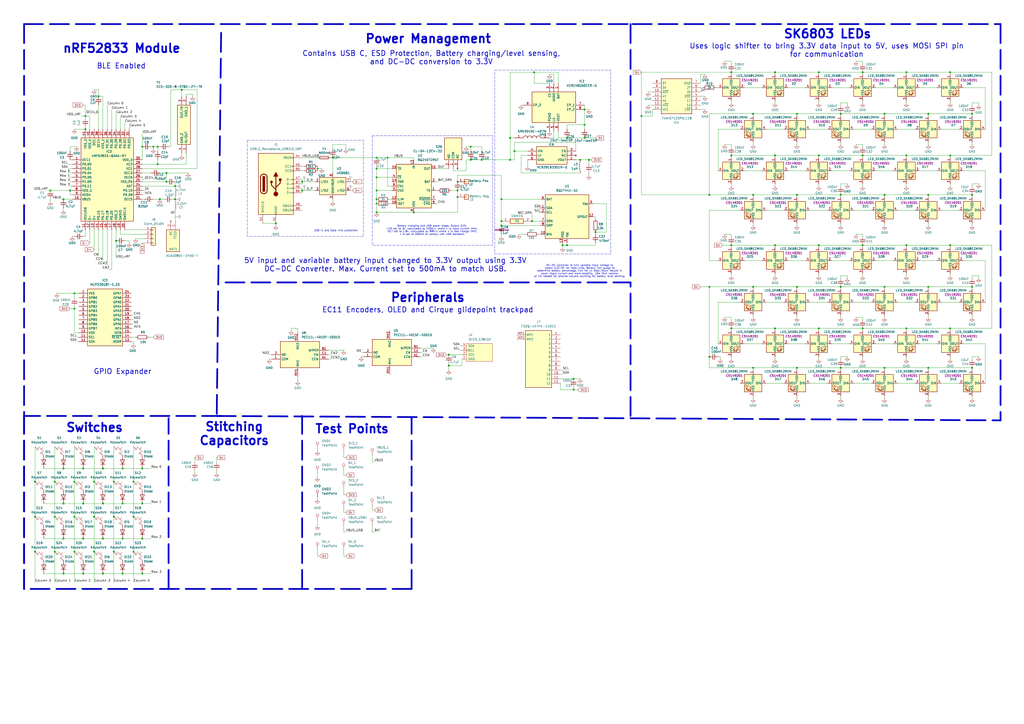
<source format=kicad_sch>
(kicad_sch (version 20231120) (generator "eeschema") (generator_version "8.0")
  (paper "A2")
  (junction (at 96.52 100.33))
  (junction (at 336.55 92.71))
  (junction (at 500.38 142.24))
  (junction (at 449.58 90.17))
  (junction (at 538.48 166.37))
  (junction (at 563.88 213.36))
  (junction (at 449.58 142.24))
  (junction (at 66.04 320.04))
  (junction (at 49.53 74.93))
  (junction (at 82.55 292.1))
  (junction (at 563.88 113.03))
  (junction (at 424.18 90.17))
  (junction (at 59.69 292.1))
  (junction (at 513.08 113.03))
  (junction (at 88.9 85.09))
  (junction (at 265.43 105.41))
  (junction (at 551.18 90.17))
  (junction (at 48.26 332.74))
  (junction (at 96.52 105.41))
  (junction (at 538.48 66.04))
  (junction (at 328.93 80.01))
  (junction (at 500.38 41.91))
  (junction (at 525.78 41.91))
  (junction (at 43.18 179.07))
  (junction (at 411.48 113.03))
  (junction (at 218.44 102.87))
  (junction (at 59.69 271.78))
  (junction (at 525.78 142.24))
  (junction (at 538.48 113.03))
  (junction (at 551.18 142.24))
  (junction (at 31.75 299.72))
  (junction (at 487.68 113.03))
  (junction (at 20.32 320.04))
  (junction (at 29.21 110.49))
  (junction (at 328.93 142.24))
  (junction (at 71.12 292.1))
  (junction (at 295.91 80.01))
  (junction (at 474.98 190.5))
  (junction (at 20.32 279.4))
  (junction (at 91.44 95.25))
  (junction (at 82.55 85.09))
  (junction (at 487.68 213.36))
  (junction (at 424.18 190.5))
  (junction (at 265.43 110.49))
  (junction (at 436.88 166.37))
  (junction (at 54.61 320.04))
  (junction (at 295.91 92.71))
  (junction (at 77.47 320.04))
  (junction (at 20.32 299.72))
  (junction (at 332.74 219.71))
  (junction (at 240.03 123.19))
  (junction (at 101.6 107.95))
  (junction (at 175.26 110.49))
  (junction (at 91.44 85.09))
  (junction (at 82.55 312.42))
  (junction (at 67.31 139.7))
  (junction (at 48.26 312.42))
  (junction (at 345.44 134.62))
  (junction (at 332.74 226.06))
  (junction (at 160.02 129.54))
  (junction (at 298.45 87.63))
  (junction (at 424.18 142.24))
  (junction (at 48.26 271.78))
  (junction (at 218.44 123.19))
  (junction (at 449.58 41.91))
  (junction (at 339.09 63.5))
  (junction (at 462.28 66.04))
  (junction (at 31.75 320.04))
  (junction (at 436.88 213.36))
  (junction (at 82.55 332.74))
  (junction (at 43.18 320.04))
  (junction (at 105.41 52.07))
  (junction (at 218.44 97.79))
  (junction (at 462.28 213.36))
  (junction (at 411.48 207.01))
  (junction (at 71.12 271.78))
  (junction (at 36.83 312.42))
  (junction (at 513.08 213.36))
  (junction (at 218.44 115.57))
  (junction (at 372.11 67.31))
  (junction (at 218.44 110.49))
  (junction (at 538.48 213.36))
  (junction (at 308.61 128.27))
  (junction (at 563.88 166.37))
  (junction (at 513.08 166.37))
  (junction (at 36.83 115.57))
  (junction (at 474.98 90.17))
  (junction (at 43.18 279.4))
  (junction (at 462.28 166.37))
  (junction (at 500.38 190.5))
  (junction (at 224.79 91.44))
  (junction (at 48.26 292.1))
  (junction (at 487.68 66.04))
  (junction (at 551.18 190.5))
  (junction (at 31.75 279.4))
  (junction (at 424.18 41.91))
  (junction (at 341.63 92.71))
  (junction (at 339.09 80.01))
  (junction (at 260.35 205.74))
  (junction (at 71.12 312.42))
  (junction (at 290.83 115.57))
  (junction (at 77.47 279.4))
  (junction (at 54.61 279.4))
  (junction (at 563.88 66.04))
  (junction (at 66.04 299.72))
  (junction (at 525.78 90.17))
  (junction (at 36.83 332.74))
  (junction (at 184.15 97.79))
  (junction (at 273.05 92.71))
  (junction (at 436.88 66.04))
  (junction (at 487.68 166.37))
  (junction (at 449.58 190.5))
  (junction (at 339.09 72.39))
  (junction (at 101.6 115.57))
  (junction (at 43.18 299.72))
  (junction (at 54.61 299.72))
  (junction (at 474.98 41.91))
  (junction (at 290.83 128.27))
  (junction (at 309.88 41.91))
  (junction (at 49.53 67.31))
  (junction (at 218.44 91.44))
  (junction (at 66.04 279.4))
  (junction (at 500.38 90.17))
  (junction (at 260.35 212.09))
  (junction (at 59.69 332.74))
  (junction (at 77.47 299.72))
  (junction (at 513.08 66.04))
  (junction (at 43.18 170.18))
  (junction (at 462.28 113.03))
  (junction (at 92.71 115.57))
  (junction (at 57.15 55.88))
  (junction (at 40.64 110.49))
  (junction (at 71.12 332.74))
  (junction (at 279.4 92.71))
  (junction (at 265.43 114.3))
  (junction (at 551.18 41.91))
  (junction (at 290.83 130.81))
  (junction (at 175.26 105.41))
  (junction (at 474.98 142.24))
  (junction (at 273.05 85.09))
  (junction (at 36.83 292.1))
  (junction (at 436.88 113.03))
  (junction (at 326.39 142.24))
  (junction (at 193.04 91.44))
  (junction (at 411.48 166.37))
  (junction (at 59.69 312.42))
  (junction (at 218.44 118.11))
  (junction (at 82.55 271.78))
  (junction (at 525.78 190.5))
  (junction (at 36.83 271.78))
  (wire (pts (xy 82.55 113.03) (xy 83.82 113.03)))
  (wire (pts (xy 59.69 55.88) (xy 59.69 74.93)))
  (wire (pts (xy 184.15 274.32) (xy 184.15 276.86)))
  (wire (pts (xy 496.57 135.89) (xy 500.38 135.89)))
  (wire (pts (xy 436.88 113.03) (xy 411.48 113.03)))
  (wire (pts (xy 43.18 193.04) (xy 43.18 179.07)))
  (wire (pts (xy 184.15 318.77) (xy 184.15 322.58)))
  (wire (pts (xy 480.06 175.26) (xy 469.9 175.26)))
  (wire (pts (xy 474.98 90.17) (xy 474.98 91.44)))
  (wire (pts (xy 406.4 43.18) (xy 406.4 48.26)))
  (wire (pts (xy 424.18 41.91) (xy 424.18 43.18)))
  (wire (pts (xy 96.52 100.33) (xy 109.22 100.33)))
  (wire (pts (xy 36.83 332.74) (xy 48.26 332.74)))
  (wire (pts (xy 82.55 292.1) (xy 87.63 292.1)))
  (wire (pts (xy 436.88 166.37) (xy 436.88 167.64)))
  (wire (pts (xy 436.88 130.81) (xy 436.88 129.54)))
  (wire (pts (xy 558.8 199.39) (xy 571.5 199.39)))
  (wire (pts (xy 25.4 312.42) (xy 36.83 312.42)))
  (wire (pts (xy 505.46 74.93) (xy 495.3 74.93)))
  (wire (pts (xy 76.2 190.5) (xy 77.47 190.5)))
  (wire (pts (xy 270.51 92.71) (xy 270.51 99.06)))
  (wire (pts (xy 444.5 121.92) (xy 454.66 121.92)))
  (wire (pts (xy 500.38 135.89) (xy 500.38 137.16)))
  (wire (pts (xy 334.01 92.71) (xy 336.55 92.71)))
  (wire (pts (xy 326.39 143.51) (xy 326.39 142.24)))
  (wire (pts (xy 525.78 41.91) (xy 525.78 43.18)))
  (wire (pts (xy 328.93 80.01) (xy 339.09 80.01)))
  (wire (pts (xy 193.04 83.82) (xy 193.04 86.36)))
  (wire (pts (xy 82.55 110.49) (xy 83.82 110.49)))
  (wire (pts (xy 417.83 207.01) (xy 416.56 207.01)))
  (wire (pts (xy 240.03 123.19) (xy 265.43 123.19)))
  (wire (pts (xy 77.47 299.72) (xy 77.47 320.04)))
  (wire (pts (xy 556.26 121.92) (xy 546.1 121.92)))
  (wire (pts (xy 184.15 96.52) (xy 184.15 97.79)))
  (wire (pts (xy 487.68 59.69) (xy 487.68 60.96)))
  (wire (pts (xy 375.92 53.34) (xy 378.46 53.34)))
  (wire (pts (xy 86.36 195.58) (xy 88.9 195.58)))
  (wire (pts (xy 156.21 208.28) (xy 157.48 208.28)))
  (wire (pts (xy 575.31 142.24) (xy 575.31 190.5)))
  (wire (pts (xy 107.95 54.61) (xy 107.95 55.88)))
  (wire (pts (xy 551.18 41.91) (xy 575.31 41.91)))
  (wire (pts (xy 431.8 99.06) (xy 441.96 99.06)))
  (wire (pts (xy 571.5 199.39) (xy 571.5 222.25)))
  (wire (pts (xy 558.8 50.8) (xy 571.5 50.8)))
  (wire (pts (xy 48.26 312.42) (xy 59.69 312.42)))
  (wire (pts (xy 408.94 55.88) (xy 406.4 55.88)))
  (wire (pts (xy 538.48 231.14) (xy 538.48 229.87)))
  (wire (pts (xy 156.21 205.74) (xy 157.48 205.74)))
  (wire (pts (xy 411.48 207.01) (xy 411.48 213.36)))
  (wire (pts (xy 245.11 204.47) (xy 243.84 204.47)))
  (wire (pts (xy 508 50.8) (xy 518.16 50.8)))
  (wire (pts (xy 52.07 67.31) (xy 52.07 74.93)))
  (wire (pts (xy 513.08 231.14) (xy 513.08 229.87)))
  (wire (pts (xy 57.15 148.59) (xy 57.15 133.35)))
  (wire (pts (xy 533.4 50.8) (xy 543.56 50.8)))
  (wire (pts (xy 525.78 41.91) (xy 551.18 41.91)))
  (wire (pts (xy 332.74 226.06) (xy 325.12 226.06)))
  (wire (pts (xy 318.77 43.18) (xy 321.31 43.18)))
  (wire (pts (xy 27.94 110.49) (xy 29.21 110.49)))
  (wire (pts (xy 351.79 134.62) (xy 351.79 118.11)))
  (wire (pts (xy 424.18 184.15) (xy 424.18 185.42)))
  (wire (pts (xy 571.5 99.06) (xy 571.5 121.92)))
  (wire (pts (xy 298.45 87.63) (xy 298.45 82.55)))
  (wire (pts (xy 487.68 160.02) (xy 487.68 161.29)))
  (wire (pts (xy 168.91 190.5) (xy 168.91 191.77)))
  (wire (pts (xy 82.55 271.78) (xy 87.63 271.78)))
  (wire (pts (xy 290.83 137.16) (xy 290.83 135.89)))
  (wire (pts (xy 215.9 295.91) (xy 217.17 295.91)))
  (wire (pts (xy 35.56 115.57) (xy 36.83 115.57)))
  (wire (pts (xy 88.9 85.09) (xy 91.44 85.09)))
  (wire (pts (xy 525.78 190.5) (xy 525.78 191.77)))
  (wire (pts (xy 567.69 207.01) (xy 563.88 207.01)))
  (wire (pts (xy 290.83 115.57) (xy 290.83 128.27)))
  (wire (pts (xy 101.6 105.41) (xy 101.6 107.95)))
  (wire (pts (xy 462.28 213.36) (xy 462.28 214.63)))
  (wire (pts (xy 273.05 87.63) (xy 273.05 85.09)))
  (wire (pts (xy 491.49 160.02) (xy 487.68 160.02)))
  (wire (pts (xy 424.18 107.95) (xy 424.18 106.68)))
  (wire (pts (xy 563.88 231.14) (xy 563.88 229.87)))
  (wire (pts (xy 563.88 160.02) (xy 563.88 161.29)))
  (polyline (pts (xy 238.76 341.63) (xy 238.76 242.57)) (stroke (width 1) (type dash)))
  (wire (pts (xy 538.48 213.36) (xy 538.48 214.63)))
  (wire (pts (xy 420.37 35.56) (xy 424.18 35.56)))
  (wire (pts (xy 91.44 95.25) (xy 107.95 95.25)))
  (wire (pts (xy 67.31 133.35) (xy 67.31 139.7)))
  (wire (pts (xy 251.46 201.93) (xy 243.84 201.93)))
  (wire (pts (xy 449.58 90.17) (xy 474.98 90.17)))
  (wire (pts (xy 334.01 82.55) (xy 334.01 87.63)))
  (wire (pts (xy 40.64 105.41) (xy 41.91 105.41)))
  (wire (pts (xy 375.92 60.96) (xy 378.46 60.96)))
  (wire (pts (xy 54.61 279.4) (xy 54.61 299.72)))
  (wire (pts (xy 408.94 43.18) (xy 406.4 43.18)))
  (wire (pts (xy 218.44 102.87) (xy 227.33 102.87)))
  (wire (pts (xy 40.64 92.71) (xy 41.91 92.71)))
  (wire (pts (xy 344.17 118.11) (xy 351.79 118.11)))
  (wire (pts (xy 262.89 99.06) (xy 270.51 99.06)))
  (wire (pts (xy 295.91 41.91) (xy 295.91 80.01)))
  (wire (pts (xy 533.4 99.06) (xy 543.56 99.06)))
  (wire (pts (xy 260.35 205.74) (xy 267.97 205.74)))
  (wire (pts (xy 474.98 59.69) (xy 474.98 58.42)))
  (wire (pts (xy 36.83 292.1) (xy 48.26 292.1)))
  (wire (pts (xy 424.18 135.89) (xy 424.18 137.16)))
  (wire (pts (xy 424.18 142.24) (xy 449.58 142.24)))
  (wire (pts (xy 254 118.11) (xy 252.73 118.11)))
  (wire (pts (xy 487.68 207.01) (xy 487.68 208.28)))
  (wire (pts (xy 487.68 166.37) (xy 462.28 166.37)))
  (wire (pts (xy 105.41 52.07) (xy 114.3 52.07)))
  (wire (pts (xy 218.44 118.11) (xy 218.44 123.19)))
  (wire (pts (xy 191.77 205.74) (xy 190.5 205.74)))
  (wire (pts (xy 193.04 91.44) (xy 193.04 100.33)))
  (wire (pts (xy 323.85 80.01) (xy 323.85 76.2)))
  (wire (pts (xy 290.83 101.6) (xy 290.83 115.57)))
  (wire (pts (xy 77.47 279.4) (xy 77.47 299.72)))
  (wire (pts (xy 218.44 102.87) (xy 218.44 110.49)))
  (wire (pts (xy 538.48 83.82) (xy 538.48 82.55)))
  (wire (pts (xy 339.09 63.5) (xy 339.09 60.96)))
  (wire (pts (xy 487.68 213.36) (xy 513.08 213.36)))
  (wire (pts (xy 76.2 198.12) (xy 77.47 198.12)))
  (wire (pts (xy 491.49 106.68) (xy 487.68 106.68)))
  (wire (pts (xy 67.31 66.04) (xy 67.31 74.93)))
  (wire (pts (xy 254 105.41) (xy 252.73 105.41)))
  (wire (pts (xy 76.2 195.58) (xy 78.74 195.58)))
  (wire (pts (xy 551.18 59.69) (xy 551.18 58.42)))
  (wire (pts (xy 87.63 85.09) (xy 88.9 85.09)))
  (wire (pts (xy 43.18 320.04) (xy 43.18 337.82)))
  (wire (pts (xy 525.78 107.95) (xy 525.78 106.68)))
  (wire (pts (xy 66.04 259.08) (xy 66.04 279.4)))
  (wire (pts (xy 62.23 60.96) (xy 62.23 74.93)))
  (wire (pts (xy 530.86 121.92) (xy 520.7 121.92)))
  (wire (pts (xy 525.78 208.28) (xy 525.78 207.01)))
  (wire (pts (xy 43.18 299.72) (xy 43.18 320.04)))
  (wire (pts (xy 240.03 91.44) (xy 240.03 92.71)))
  (wire (pts (xy 339.09 72.39) (xy 339.09 74.93)))
  (wire (pts (xy 224.79 107.95) (xy 227.33 107.95)))
  (wire (pts (xy 487.68 113.03) (xy 462.28 113.03)))
  (wire (pts (xy 500.38 208.28) (xy 500.38 207.01)))
  (polyline (pts (xy 580.39 13.97) (xy 580.39 243.84)) (stroke (width 1) (type dash)))
  (wire (pts (xy 260.35 214.63) (xy 260.35 212.09)))
  (wire (pts (xy 218.44 110.49) (xy 218.44 115.57)))
  (wire (pts (xy 67.31 139.7) (xy 67.31 149.86)))
  (wire (pts (xy 49.53 67.31) (xy 52.07 67.31)))
  (wire (pts (xy 82.55 100.33) (xy 87.63 100.33)))
  (wire (pts (xy 411.48 213.36) (xy 436.88 213.36)))
  (polyline (pts (xy 13.97 13.97) (xy 13.97 241.3)) (stroke (width 1) (type dash)))
  (wire (pts (xy 302.26 100.33) (xy 336.55 100.33)))
  (wire (pts (xy 563.88 207.01) (xy 563.88 208.28)))
  (wire (pts (xy 113.03 273.05) (xy 113.03 274.32)))
  (wire (pts (xy 491.49 207.01) (xy 487.68 207.01)))
  (wire (pts (xy 449.58 142.24) (xy 474.98 142.24)))
  (wire (pts (xy 295.91 92.71) (xy 298.45 92.71)))
  (wire (pts (xy 40.64 85.09) (xy 40.64 87.63)))
  (wire (pts (xy 525.78 142.24) (xy 551.18 142.24)))
  (wire (pts (xy 513.08 213.36) (xy 513.08 214.63)))
  (wire (pts (xy 172.72 218.44) (xy 172.72 220.98)))
  (wire (pts (xy 513.08 113.03) (xy 513.08 114.3)))
  (wire (pts (xy 175.26 105.41) (xy 175.26 106.68)))
  (wire (pts (xy 74.93 139.7) (xy 72.39 139.7)))
  (wire (pts (xy 530.86 74.93) (xy 520.7 74.93)))
  (polyline (pts (xy 130.81 163.83) (xy 365.76 163.83)) (stroke (width 1) (type dash)))
  (wire (pts (xy 82.55 104.14) (xy 82.55 102.87)))
  (wire (pts (xy 372.11 41.91) (xy 424.18 41.91)))
  (wire (pts (xy 500.38 190.5) (xy 525.78 190.5)))
  (wire (pts (xy 563.88 166.37) (xy 538.48 166.37)))
  (wire (pts (xy 43.18 179.07) (xy 43.18 177.8)))
  (wire (pts (xy 279.4 85.09) (xy 279.4 87.63)))
  (wire (pts (xy 54.61 320.04) (xy 54.61 337.82)))
  (wire (pts (xy 78.74 138.43) (xy 83.82 138.43)))
  (wire (pts (xy 449.58 41.91) (xy 449.58 43.18)))
  (wire (pts (xy 449.58 41.91) (xy 474.98 41.91)))
  (wire (pts (xy 49.53 67.31) (xy 49.53 68.58)))
  (wire (pts (xy 500.38 142.24) (xy 525.78 142.24)))
  (wire (pts (xy 556.26 222.25) (xy 546.1 222.25)))
  (wire (pts (xy 266.7 203.2) (xy 267.97 203.2)))
  (wire (pts (xy 295.91 80.01) (xy 295.91 92.71)))
  (wire (pts (xy 462.28 166.37) (xy 462.28 167.64)))
  (wire (pts (xy 563.88 184.15) (xy 563.88 182.88)))
  (wire (pts (xy 345.44 125.73) (xy 345.44 127)))
  (wire (pts (xy 487.68 83.82) (xy 487.68 82.55)))
  (wire (pts (xy 500.38 160.02) (xy 500.38 158.75)))
  (wire (pts (xy 500.38 59.69) (xy 500.38 58.42)))
  (wire (pts (xy 318.77 80.01) (xy 321.31 80.01)))
  (wire (pts (xy 184.15 302.26) (xy 184.15 304.8)))
  (wire (pts (xy 218.44 115.57) (xy 218.44 118.11)))
  (wire (pts (xy 172.72 190.5) (xy 168.91 190.5)))
  (wire (pts (xy 563.88 213.36) (xy 563.88 214.63)))
  (wire (pts (xy 290.83 130.81) (xy 313.69 130.81)))
  (wire (pts (xy 88.9 115.57) (xy 92.71 115.57)))
  (wire (pts (xy 372.11 67.31) (xy 372.11 113.03)))
  (wire (pts (xy 332.74 219.71) (xy 336.55 219.71)))
  (wire (pts (xy 226.06 115.57) (xy 227.33 115.57)))
  (wire (pts (xy 326.39 140.97) (xy 326.39 142.24)))
  (wire (pts (xy 567.69 59.69) (xy 567.69 60.96)))
  (wire (pts (xy 298.45 82.55) (xy 334.01 82.55)))
  (wire (pts (xy 530.86 222.25) (xy 520.7 222.25)))
  (wire (pts (xy 182.88 110.49) (xy 175.26 110.49)))
  (wire (pts (xy 25.4 332.74) (xy 36.83 332.74)))
  (wire (pts (xy 259.08 205.74) (xy 260.35 205.74)))
  (wire (pts (xy 551.18 142.24) (xy 551.18 143.51)))
  (wire (pts (xy 199.39 265.43) (xy 200.66 265.43)))
  (wire (pts (xy 345.44 140.97) (xy 345.44 142.24)))
  (wire (pts (xy 474.98 190.5) (xy 500.38 190.5)))
  (wire (pts (xy 436.88 184.15) (xy 436.88 182.88)))
  (wire (pts (xy 31.75 320.04) (xy 31.75 337.82)))
  (wire (pts (xy 482.6 50.8) (xy 492.76 50.8)))
  (wire (pts (xy 462.28 166.37) (xy 436.88 166.37)))
  (wire (pts (xy 575.31 41.91) (xy 575.31 90.17)))
  (wire (pts (xy 111.76 54.61) (xy 111.76 55.88)))
  (wire (pts (xy 199.39 261.62) (xy 199.39 265.43)))
  (wire (pts (xy 538.48 113.03) (xy 538.48 114.3)))
  (wire (pts (xy 538.48 166.37) (xy 513.08 166.37)))
  (wire (pts (xy 49.53 133.35) (xy 49.53 137.16)))
  (wire (pts (xy 31.75 299.72) (xy 31.75 320.04)))
  (wire (pts (xy 436.88 66.04) (xy 411.48 66.04)))
  (wire (pts (xy 199.39 287.02) (xy 200.66 287.02)))
  (wire (pts (xy 411.48 166.37) (xy 411.48 207.01)))
  (wire (pts (xy 551.18 142.24) (xy 575.31 142.24)))
  (wire (pts (xy 411.48 151.13) (xy 416.56 151.13)))
  (wire (pts (xy 372.11 41.91) (xy 372.11 67.31)))
  (wire (pts (xy 424.18 142.24) (xy 424.18 143.51)))
  (wire (pts (xy 500.38 142.24) (xy 500.38 143.51)))
  (wire (pts (xy 101.6 115.57) (xy 101.6 116.84)))
  (wire (pts (xy 325.12 217.17) (xy 326.39 217.17)))
  (wire (pts (xy 172.72 193.04) (xy 172.72 190.5)))
  (wire (pts (xy 339.09 63.5) (xy 341.63 63.5)))
  (wire (pts (xy 474.98 160.02) (xy 474.98 158.75)))
  (wire (pts (xy 313.69 120.65) (xy 312.42 120.65)))
  (wire (pts (xy 20.32 279.4) (xy 20.32 299.72)))
  (wire (pts (xy 328.93 72.39) (xy 339.09 72.39)))
  (wire (pts (xy 321.31 80.01) (xy 321.31 76.2)))
  (wire (pts (xy 295.91 41.91) (xy 309.88 41.91)))
  (wire (pts (xy 199.39 283.21) (xy 199.39 287.02)))
  (wire (pts (xy 20.32 299.72) (xy 20.32 320.04)))
  (wire (pts (xy 500.38 35.56) (xy 500.38 36.83)))
  (wire (pts (xy 411.48 121.92) (xy 411.48 151.13)))
  (wire (pts (xy 496.57 35.56) (xy 500.38 35.56)))
  (wire (pts (xy 457.2 50.8) (xy 467.36 50.8)))
  (wire (pts (xy 533.4 199.39) (xy 543.56 199.39)))
  (wire (pts (xy 218.44 91.44) (xy 224.79 91.44)))
  (wire (pts (xy 525.78 142.24) (xy 525.78 143.51)))
  (wire (pts (xy 71.12 332.74) (xy 82.55 332.74)))
  (wire (pts (xy 31.75 259.08) (xy 31.75 279.4)))
  (wire (pts (xy 551.18 208.28) (xy 551.18 207.01)))
  (wire (pts (xy 267.97 208.28) (xy 267.97 212.09)))
  (wire (pts (xy 551.18 190.5) (xy 551.18 191.77)))
  (polyline (pts (xy 125.73 241.3) (xy 580.39 243.84)) (stroke (width 1) (type dash)))
  (wire (pts (xy 82.55 107.95) (xy 101.6 107.95)))
  (wire (pts (xy 76.2 187.96) (xy 77.47 187.96)))
  (wire (pts (xy 474.98 107.95) (xy 474.98 106.68)))
  (wire (pts (xy 341.63 92.71) (xy 342.9 92.71)))
  (wire (pts (xy 551.18 90.17) (xy 551.18 91.44)))
  (wire (pts (xy 82.55 115.57) (xy 83.82 115.57)))
  (wire (pts (xy 209.55 207.01) (xy 210.82 207.01)))
  (wire (pts (xy 474.98 208.28) (xy 474.98 207.01)))
  (wire (pts (xy 556.26 74.93) (xy 546.1 74.93)))
  (wire (pts (xy 341.63 95.25) (xy 341.63 92.71)))
  (wire (pts (xy 328.93 72.39) (xy 328.93 74.93)))
  (wire (pts (xy 62.23 153.67) (xy 62.23 133.35)))
  (wire (pts (xy 273.05 92.71) (xy 279.4 92.71)))
  (wire (pts (xy 41.91 113.03) (xy 40.64 113.03)))
  (wire (pts (xy 48.26 271.78) (xy 59.69 271.78)))
  (wire (pts (xy 332.74 226.06) (xy 335.28 226.06)))
  (wire (pts (xy 40.64 100.33) (xy 41.91 100.33)))
  (wire (pts (xy 417.83 208.28) (xy 417.83 207.01)))
  (wire (pts (xy 199.39 294.64) (xy 199.39 297.18)))
  (wire (pts (xy 290.83 130.81) (xy 290.83 128.27)))
  (wire (pts (xy 46.99 67.31) (xy 49.53 67.31)))
  (wire (pts (xy 279.4 92.71) (xy 295.91 92.71)))
  (wire (pts (xy 436.88 83.82) (xy 436.88 82.55)))
  (wire (pts (xy 101.6 107.95) (xy 101.6 109.22)))
  (wire (pts (xy 199.39 322.58) (xy 200.66 322.58)))
  (wire (pts (xy 500.38 107.95) (xy 500.38 106.68)))
  (wire (pts (xy 480.06 222.25) (xy 469.9 222.25)))
  (wire (pts (xy 69.85 133.35) (xy 69.85 135.89)))
  (wire (pts (xy 298.45 87.63) (xy 306.07 87.63)))
  (wire (pts (xy 508 199.39) (xy 518.16 199.39)))
  (wire (pts (xy 563.88 66.04) (xy 563.88 67.31)))
  (wire (pts (xy 82.55 104.14) (xy 83.82 104.14)))
  (wire (pts (xy 71.12 292.1) (xy 82.55 292.1)))
  (wire (pts (xy 457.2 151.13) (xy 467.36 151.13)))
  (wire (pts (xy 260.35 212.09) (xy 260.35 210.82)))
  (wire (pts (xy 500.38 83.82) (xy 500.38 85.09)))
  (wire (pts (xy 551.18 160.02) (xy 551.18 158.75)))
  (wire (pts (xy 419.1 142.24) (xy 424.18 142.24)))
  (wire (pts (xy 411.48 166.37) (xy 436.88 166.37)))
  (wire (pts (xy 184.15 97.79) (xy 184.15 99.06)))
  (wire (pts (xy 487.68 66.04) (xy 487.68 67.31)))
  (wire (pts (xy 66.04 320.04) (xy 66.04 337.82)))
  (wire (pts (xy 191.77 208.28) (xy 190.5 208.28)))
  (wire (pts (xy 96.52 100.33) (xy 96.52 105.41)))
  (wire (pts (xy 571.5 50.8) (xy 571.5 74.93)))
  (polyline (pts (xy 365.76 13.97) (xy 365.76 163.83)) (stroke (width 1) (type dash)))
  (wire (pts (xy 567.69 160.02) (xy 567.69 161.29)))
  (polyline (pts (xy 128.27 19.05) (xy 125.73 241.3)) (stroke (width 1) (type dash)))
  (wire (pts (xy 99.06 85.09) (xy 97.79 85.09)))
  (wire (pts (xy 462.28 231.14) (xy 462.28 229.87)))
  (wire (pts (xy 54.61 52.07) (xy 57.15 52.07)))
  (wire (pts (xy 215.9 293.37) (xy 215.9 295.91)))
  (wire (pts (xy 82.55 97.79) (xy 114.3 97.79)))
  (wire (pts (xy 558.8 151.13) (xy 571.5 151.13)))
  (polyline (pts (xy 367.03 13.97) (xy 580.39 13.97)) (stroke (width 1) (type dash)))
  (wire (pts (xy 462.28 113.03) (xy 436.88 113.03)))
  (wire (pts (xy 82.55 85.09) (xy 82.55 92.71)))
  (wire (pts (xy 184.15 322.58) (xy 185.42 322.58)))
  (wire (pts (xy 321.31 43.18) (xy 321.31 48.26)))
  (wire (pts (xy 57.15 60.96) (xy 57.15 74.93)))
  (wire (pts (xy 345.44 134.62) (xy 351.79 134.62)))
  (wire (pts (xy 91.44 92.71) (xy 91.44 95.25)))
  (wire (pts (xy 31.75 279.4) (xy 31.75 299.72)))
  (wire (pts (xy 176.53 99.06) (xy 175.26 99.06)))
  (wire (pts (xy 43.18 259.08) (xy 43.18 279.4)))
  (wire (pts (xy 101.6 114.3) (xy 101.6 115.57)))
  (wire (pts (xy 505.46 175.26) (xy 495.3 175.26)))
  (wire (pts (xy 309.88 48.26) (xy 318.77 48.26)))
  (wire (pts (xy 436.88 213.36) (xy 436.88 214.63)))
  (wire (pts (xy 262.89 97.79) (xy 262.89 99.06)))
  (wire (pts (xy 36.83 271.78) (xy 48.26 271.78)))
  (wire (pts (xy 487.68 106.68) (xy 487.68 107.95)))
  (wire (pts (xy 20.32 320.04) (xy 20.32 337.82)))
  (wire (pts (xy 175.26 110.49) (xy 175.26 111.76)))
  (wire (pts (xy 48.26 332.74) (xy 59.69 332.74)))
  (wire (pts (xy 431.8 50.8) (xy 441.96 50.8)))
  (wire (pts (xy 500.38 41.91) (xy 525.78 41.91)))
  (wire (pts (xy 563.88 166.37) (xy 563.88 167.64)))
  (wire (pts (xy 563.88 106.68) (xy 563.88 107.95)))
  (wire (pts (xy 420.37 135.89) (xy 424.18 135.89)))
  (wire (pts (xy 200.66 83.82) (xy 193.04 83.82)))
  (wire (pts (xy 40.64 102.87) (xy 41.91 102.87)))
  (wire (pts (xy 302.26 90.17) (xy 306.07 90.17)))
  (wire (pts (xy 424.18 90.17) (xy 449.58 90.17)))
  (wire (pts (xy 538.48 184.15) (xy 538.48 182.88)))
  (polyline (pts (xy 365.76 241.3) (xy 365.76 163.83)) (stroke (width 1) (type dash)))
  (wire (pts (xy 265.43 101.6) (xy 290.83 101.6)))
  (wire (pts (xy 556.26 175.26) (xy 546.1 175.26)))
  (wire (pts (xy 538.48 66.04) (xy 513.08 66.04)))
  (wire (pts (xy 45.72 193.04) (xy 43.18 193.04)))
  (wire (pts (xy 563.88 59.69) (xy 563.88 60.96)))
  (wire (pts (xy 199.39 203.2) (xy 190.5 203.2)))
  (wire (pts (xy 487.68 213.36) (xy 487.68 214.63)))
  (wire (pts (xy 199.39 318.77) (xy 199.39 322.58)))
  (wire (pts (xy 113.03 265.43) (xy 113.03 267.97)))
  (wire (pts (xy 474.98 190.5) (xy 474.98 191.77)))
  (wire (pts (xy 40.64 110.49) (xy 41.91 110.49)))
  (wire (pts (xy 415.29 50.8) (xy 416.56 50.8)))
  (wire (pts (xy 491.49 59.69) (xy 487.68 59.69)))
  (wire (pts (xy 454.66 74.93) (xy 444.5 74.93)))
  (wire (pts (xy 36.83 115.57) (xy 41.91 115.57)))
  (wire (pts (xy 48.26 60.96) (xy 49.53 60.96)))
  (wire (pts (xy 436.88 113.03) (xy 436.88 114.3)))
  (wire (pts (xy 125.73 265.43) (xy 125.73 267.97)))
  (wire (pts (xy 49.53 137.16) (xy 48.26 137.16)))
  (wire (pts (xy 525.78 160.02) (xy 525.78 158.75)))
  (wire (pts (xy 290.83 115.57) (xy 313.69 115.57)))
  (wire (pts (xy 59.69 312.42) (xy 71.12 312.42)))
  (wire (pts (xy 74.93 73.66) (xy 74.93 74.93)))
  (wire (pts (xy 341.63 100.33) (xy 341.63 101.6)))
  (wire (pts (xy 43.18 170.18) (xy 45.72 170.18)))
  (wire (pts (xy 323.85 48.26) (xy 323.85 41.91)))
  (wire (pts (xy 525.78 90.17) (xy 551.18 90.17)))
  (wire (pts (xy 152.4 129.54) (xy 160.02 129.54)))
  (wire (pts (xy 462.28 130.81) (xy 462.28 129.54)))
  (wire (pts (xy 457.2 99.06) (xy 467.36 99.06)))
  (wire (pts (xy 77.47 198.12) (xy 77.47 199.39)))
  (wire (pts (xy 513.08 213.36) (xy 538.48 213.36)))
  (wire (pts (xy 44.45 198.12) (xy 45.72 198.12)))
  (wire (pts (xy 64.77 156.21) (xy 64.77 133.35)))
  (wire (pts (xy 175.26 109.22) (xy 175.26 110.49)))
  (wire (pts (xy 57.15 52.07) (xy 57.15 55.88)))
  (wire (pts (xy 59.69 271.78) (xy 71.12 271.78)))
  (wire (pts (xy 424.18 35.56) (xy 424.18 36.83)))
  (wire (pts (xy 538.48 166.37) (xy 538.48 167.64)))
  (wire (pts (xy 29.21 115.57) (xy 29.21 116.84)))
  (wire (pts (xy 480.06 121.92) (xy 469.9 121.92)))
  (wire (pts (xy 474.98 142.24) (xy 474.98 143.51)))
  (wire (pts (xy 40.64 179.07) (xy 43.18 179.07)))
  (wire (pts (xy 43.18 279.4) (xy 43.18 299.72)))
  (wire (pts (xy 457.2 199.39) (xy 467.36 199.39)))
  (wire (pts (xy 406.4 63.5) (xy 408.94 63.5)))
  (wire (pts (xy 36.83 312.42) (xy 48.26 312.42)))
  (wire (pts (xy 82.55 312.42) (xy 87.63 312.42)))
  (wire (pts (xy 29.21 110.49) (xy 40.64 110.49)))
  (wire (pts (xy 245.11 207.01) (xy 243.84 207.01)))
  (wire (pts (xy 49.53 60.96) (xy 49.53 67.31)))
  (wire (pts (xy 44.45 85.09) (xy 40.64 85.09)))
  (wire (pts (xy 462.28 66.04) (xy 436.88 66.04)))
  (wire (pts (xy 99.06 52.07) (xy 99.06 85.09)))
  (wire (pts (xy 344.17 125.73) (xy 345.44 125.73)))
  (polyline (pts (xy 13.97 13.97) (xy 113.03 13.97)) (stroke (width 1) (type dash)))
  (wire (pts (xy 496.57 184.15) (xy 500.38 184.15)))
  (wire (pts (xy 105.41 88.9) (xy 105.41 90.17)))
  (wire (pts (xy 77.47 259.08) (xy 77.47 279.4)))
  (wire (pts (xy 48.26 292.1) (xy 59.69 292.1)))
  (wire (pts (xy 59.69 151.13) (xy 59.69 133.35)))
  (wire (pts (xy 345.44 135.89) (xy 345.44 134.62)))
  (wire (pts (xy 71.12 312.42) (xy 82.55 312.42)))
  (wire (pts (xy 182.88 105.41) (xy 175.26 105.41)))
  (wire (pts (xy 266.7 200.66) (xy 267.97 200.66)))
  (wire (pts (xy 571.5 151.13) (xy 571.5 175.26)))
  (wire (pts (xy 328.93 142.24) (xy 345.44 142.24)))
  (wire (pts (xy 462.28 213.36) (xy 487.68 213.36)))
  (wire (pts (xy 424.18 59.69) (xy 424.18 58.42)))
  (wire (pts (xy 176.53 96.52) (xy 175.26 96.52)))
  (wire (pts (xy 64.77 63.5) (xy 64.77 74.93)))
  (wire (pts (xy 224.79 91.44) (xy 240.03 91.44)))
  (wire (pts (xy 54.61 299.72) (xy 54.61 320.04)))
  (wire (pts (xy 88.9 85.09) (xy 88.9 86.36)))
  (wire (pts (xy 424.18 90.17) (xy 424.18 91.44)))
  (wire (pts (xy 184.15 260.35) (xy 184.15 261.62)))
  (wire (pts (xy 496.57 83.82) (xy 500.38 83.82)))
  (wire (pts (xy 309.88 41.91) (xy 323.85 41.91)))
  (wire (pts (xy 309.88 41.91) (xy 309.88 48.26)))
  (wire (pts (xy 513.08 83.82) (xy 513.08 82.55)))
  (wire (pts (xy 325.12 226.06) (xy 325.12 222.25)))
  (wire (pts (xy 218.44 96.52) (xy 218.44 97.79)))
  (wire (pts (xy 474.98 90.17) (xy 500.38 90.17)))
  (wire (pts (xy 199.39 273.05) (xy 199.39 275.59)))
  (wire (pts (xy 480.06 74.93) (xy 469.9 74.93)))
  (wire (pts (xy 270.51 85.09) (xy 273.05 85.09)))
  (wire (pts (xy 454.66 175.26) (xy 444.5 175.26)))
  (wire (pts (xy 306.07 92.71) (xy 306.07 96.52)))
  (wire (pts (xy 66.04 299.72) (xy 66.04 320.04)))
  (wire (pts (xy 204.47 110.49) (xy 203.2 110.49)))
  (wire (pts (xy 474.98 41.91) (xy 474.98 43.18)))
  (wire (pts (xy 462.28 184.15) (xy 462.28 182.88)))
  (wire (pts (xy 482.6 199.39) (xy 492.76 199.39)))
  (wire (pts (xy 326.39 214.63) (xy 325.12 214.63)))
  (wire (pts (xy 107.95 95.25) (xy 107.95 88.9)))
  (wire (pts (xy 267.97 212.09) (xy 260.35 212.09)))
  (wire (pts (xy 218.44 97.79) (xy 218.44 102.87)))
  (wire (pts (xy 462.28 113.03) (xy 462.28 114.3)))
  (wire (pts (xy 482.6 151.13) (xy 492.76 151.13)))
  (wire (pts (xy 298.45 87.63) (xy 298.45 92.71)))
  (wire (pts (xy 215.9 304.8) (xy 215.9 308.61)))
  (wire (pts (xy 406.4 50.8) (xy 407.67 50.8)))
  (wire (pts (xy 54.61 133.35) (xy 54.61 144.78)))
  (wire (pts (xy 424.18 41.91) (xy 449.58 41.91)))
  (wire (pts (xy 424.18 160.02) (xy 424.18 158.75)))
  (polyline (pts (xy 128.27 241.3) (xy 13.97 241.3)) (stroke (width 1) (type dash)))
  (wire (pts (xy 302.26 100.33) (xy 302.26 90.17)))
  (wire (pts (xy 92.71 85.09) (xy 91.44 85.09)))
  (wire (pts (xy 82.55 140.97) (xy 83.82 140.97)))
  (wire (pts (xy 513.08 166.37) (xy 487.68 166.37)))
  (wire (pts (xy 487.68 231.14) (xy 487.68 229.87)))
  (wire (pts (xy 513.08 166.37) (xy 513.08 167.64)))
  (wire (pts (xy 209.55 204.47) (xy 210.82 204.47)))
  (wire (pts (xy 563.88 113.03) (xy 563.88 114.3)))
  (wire (pts (xy 66.04 279.4) (xy 66.04 299.72)))
  (polyline (pts (xy 113.03 13.97) (xy 365.76 13.97)) (stroke (width 1) (type dash)))
  (wire (pts (xy 308.61 128.27) (xy 308.61 124.46)))
  (wire (pts (xy 40.64 107.95) (xy 41.91 107.95)))
  (wire (pts (xy 487.68 113.03) (xy 487.68 114.3)))
  (wire (pts (xy 54.61 259.08) (xy 54.61 279.4)))
  (wire (pts (xy 82.55 105.41) (xy 96.52 105.41)))
  (wire (pts (xy 462.28 83.82) (xy 462.28 82.55)))
  (wire (pts (xy 500.38 41.91) (xy 500.38 43.18)))
  (wire (pts (xy 420.37 184.15) (xy 424.18 184.15)))
  (wire (pts (xy 345.44 80.01) (xy 339.09 80.01)))
  (wire (pts (xy 500.38 184.15) (xy 500.38 185.42)))
  (wire (pts (xy 184.15 288.29) (xy 184.15 289.56)))
  (wire (pts (xy 254 110.49) (xy 252.73 110.49)))
  (wire (pts (xy 323.85 80.01) (xy 328.93 80.01)))
  (wire (pts (xy 563.88 113.03) (xy 538.48 113.03)))
  (wire (pts (xy 325.12 219.71) (xy 332.74 219.71)))
  (wire (pts (xy 436.88 66.04) (xy 436.88 67.31)))
  (wire (pts (xy 416.56 74.93) (xy 416.56 99.06)))
  (wire (pts (xy 424.18 83.82) (xy 424.18 85.09)))
  (wire (pts (xy 71.12 271.78) (xy 82.55 271.78)))
  (wire (pts (xy 487.68 166.37) (xy 487.68 167.64)))
  (wire (pts (xy 513.08 113.03) (xy 538.48 113.03)))
  (wire (pts (xy 449.58 208.28) (xy 449.58 207.01)))
  (wire (pts (xy 505.46 121.92) (xy 495.3 121.92)))
  (wire (pts (xy 39.37 97.79) (xy 41.91 97.79)))
  (wire (pts (xy 101.6 115.57) (xy 100.33 115.57)))
  (wire (pts (xy 107.95 54.61) (xy 111.76 54.61)))
  (wire (pts (xy 193.04 116.84) (xy 193.04 115.57)))
  (wire (pts (xy 424.18 208.28) (xy 424.18 207.01)))
  (wire (pts (xy 76.2 182.88) (xy 77.47 182.88)))
  (wire (pts (xy 575.31 190.5) (xy 551.18 190.5)))
  (wire (pts (xy 76.2 185.42) (xy 77.47 185.42)))
  (wire (pts (xy 563.88 130.81) (xy 563.88 129.54)))
  (polyline (pts (xy 13.97 341.63) (xy 13.97 241.3)) (stroke (width 1) (type dash)))
  (wire (pts (xy 40.64 113.03) (xy 40.64 110.49)))
  (wire (pts (xy 474.98 142.24) (xy 500.38 142.24)))
  (wire (pts (xy 105.41 52.07) (xy 105.41 55.88)))
  (wire (pts (xy 416.56 74.93) (xy 429.26 74.93)))
  (wire (pts (xy 491.49 160.02) (xy 491.49 161.29)))
  (wire (pts (xy 44.45 195.58) (xy 45.72 195.58)))
  (wire (pts (xy 101.6 121.92) (xy 101.6 128.27)))
  (wire (pts (xy 69.85 68.58) (xy 69.85 74.93)))
  (wire (pts (xy 525.78 59.69) (xy 525.78 58.42)))
  (wire (pts (xy 200.66 83.82) (xy 200.66 86.36)))
  (wire (pts (xy 308.61 128.27) (xy 313.69 128.27)))
  (wire (pts (xy 449.58 142.24) (xy 449.58 143.51)))
  (wire (pts (xy 551.18 41.91) (xy 551.18 43.18)))
  (wire (pts (xy 199.39 275.59) (xy 200.66 275.59)))
  (wire (pts (xy 487.68 184.15) (xy 487.68 182.88)))
  (wire (pts (xy 218.44 123.19) (xy 240.03 123.19)))
  (wire (pts (xy 36.83 121.92) (xy 36.83 120.65)))
  (wire (pts (xy 41.91 137.16) (xy 43.18 137.16)))
  (wire (pts (xy 436.88 231.14) (xy 436.88 229.87)))
  (wire (pts (xy 449.58 160.02) (xy 449.58 158.75)))
  (wire (pts (xy 105.41 52.07) (xy 99.06 52.07)))
  (wire (pts (xy 449.58 190.5) (xy 449.58 191.77)))
  (wire (pts (xy 82.55 332.74) (xy 87.63 332.74)))
  (wire (pts (xy 175.26 104.14) (xy 175.26 105.41)))
  (wire (pts (xy 186.69 97.79) (xy 184.15 97.79)))
  (wire (pts (xy 416.56 175.26) (xy 416.56 199.39)))
  (wire (pts (xy 378.46 67.31) (xy 378.46 63.5)))
  (wire (pts (xy 429.26 121.92) (xy 411.48 121.92)))
  (wire (pts (xy 567.69 59.69) (xy 563.88 59.69)))
  (wire (pts (xy 487.68 66.04) (xy 462.28 66.04)))
  (wire (pts (xy 444.5 222.25) (xy 454.66 222.25)))
  (wire (pts (xy 563.88 66.04) (xy 538.48 66.04)))
  (wire (pts (xy 339.09 63.5) (xy 339.09 72.39)))
  (wire (pts (xy 372.11 67.31) (xy 378.46 67.31)))
  (wire (pts (xy 69.85 135.89) (xy 83.82 135.89)))
  (wire (pts (xy 513.08 130.81) (xy 513.08 129.54)))
  (wire (pts (xy 328.93 140.97) (xy 328.93 142.24)))
  (wire (pts (xy 252.73 97.79) (xy 260.35 97.79)))
  (polyline (pts (xy 97.79 341.63) (xy 97.79 242.57)) (stroke (width 1) (type dash)))
  (wire (pts (xy 25.4 292.1) (xy 36.83 292.1)))
  (wire (pts (xy 193.04 91.44) (xy 218.44 91.44)))
  (wire (pts (xy 77.47 320.04) (xy 77.47 337.82)))
  (wire (pts (xy 505.46 222.25) (xy 495.3 222.25)))
  (wire (pts (xy 530.86 175.26) (xy 520.7 175.26)))
  (wire (pts (xy 449.58 107.95) (xy 449.58 106.68)))
  (wire (pts (xy 411.48 66.04) (xy 411.48 113.03)))
  (wire (pts (xy 265.43 110.49) (xy 261.62 110.49)))
  (wire (pts (xy 199.39 308.61) (xy 200.66 308.61)))
  (wire (pts (xy 424.18 190.5) (xy 424.18 191.77)))
  (wire (pts (xy 406.4 166.37) (xy 411.48 166.37)))
  (wire (pts (xy 25.4 271.78) (xy 36.83 271.78)))
  (wire (pts (xy 300.99 135.89) (xy 304.8 135.89)))
  (wire (pts (xy 487.68 113.03) (xy 513.08 113.03)))
  (wire (pts (xy 74.93 140.97) (xy 74.93 139.7)))
  (polyline (pts (xy 175.26 341.63) (xy 175.26 241.3)) (stroke (width 1) (type dash)))
  (wire (pts (xy 420.37 83.82) (xy 424.18 83.82)))
  (wire (pts (xy 525.78 190.5) (xy 551.18 190.5)))
  (wire (pts (xy 449.58 59.69) (xy 449.58 58.42)))
  (wire (pts (xy 215.9 308.61) (xy 217.17 308.61)))
  (wire (pts (xy 43.18 172.72) (xy 43.18 170.18)))
  (wire (pts (xy 82.55 77.47) (xy 82.55 85.09)))
  (wire (pts (xy 372.11 113.03) (xy 411.48 113.03)))
  (polyline (pts (xy 13.97 341.63) (xy 13.97 241.3)) (stroke (width 1) (type dash)))
  (wire (pts (xy 92.71 100.33) (xy 96.52 100.33)))
  (wire (pts (xy 215.9 264.16) (xy 215.9 267.97)))
  (polyline (pts (xy 238.76 341.63) (xy 13.97 341.63)) (stroke (width 1) (type dash)))
  (wire (pts (xy 436.88 213.36) (xy 462.28 213.36)))
  (wire (pts (xy 558.8 99.06) (xy 571.5 99.06)))
  (wire (pts (xy 525.78 90.17) (xy 525.78 91.44)))
  (wire (pts (xy 431.8 151.13) (xy 441.96 151.13)))
  (wire (pts (xy 567.69 106.68) (xy 563.88 106.68)))
  (wire (pts (xy 125.73 273.05) (xy 125.73 274.32)))
  (wire (pts (xy 575.31 90.17) (xy 551.18 90.17)))
  (wire (pts (xy 218.44 110.49) (xy 227.33 110.49)))
  (wire (pts (xy 538.48 130.81) (xy 538.48 129.54)))
  (wire (pts (xy 226.06 118.11) (xy 227.33 118.11)))
  (wire (pts (xy 449.58 190.5) (xy 474.98 190.5)))
  (wire (pts (xy 57.15 55.88) (xy 59.69 55.88)))
  (wire (pts (xy 474.98 41.91) (xy 500.38 41.91)))
  (wire (pts (xy 487.68 130.81) (xy 487.68 129.54)))
  (wire (pts (xy 513.08 184.15) (xy 513.08 182.88)))
  (wire (pts (xy 563.88 213.36) (xy 538.48 213.36)))
  (wire (pts (xy 563.88 83.82) (xy 563.88 82.55)))
  (wire (pts (xy 424.18 190.5) (xy 449.58 190.5)))
  (wire (pts (xy 52.07 133.35) (xy 52.07 140.97)))
  (wire (pts (xy 431.8 199.39) (xy 441.96 199.39)))
  (wire (pts (xy 416.56 175.26) (xy 429.26 175.26)))
  (wire (pts (xy 72.39 71.12) (xy 72.39 74.93)))
  (wire (pts (xy 273.05 85.09) (xy 279.4 85.09)))
  (wire (pts (xy 551.18 107.95) (xy 551.18 106.68)))
  (wire (pts (xy 20.32 259.08) (xy 20.32 279.4)))
  (wire (pts (xy 215.9 267.97) (xy 217.17 267.97)))
  (wire (pts (xy 199.39 297.18) (xy 200.66 297.18)))
  (wire (pts (xy 538.48 66.04) (xy 538.48 67.31)))
  (wire (pts (xy 160.02 130.81) (xy 160.02 129.54)))
  (wire (pts (xy 175.26 91.44) (xy 184.15 91.44)))
  (wire (pts (xy 449.58 90.17) (xy 449.58 91.44)))
  (wire (pts (xy 43.18 74.93) (xy 49.53 74.93)))
  (wire (pts (xy 567.69 160.02) (xy 563.88 160.02)))
  (wire (pts (xy 114.3 52.07) (xy 114.3 97.79)))
  (wire (pts (xy 224.79 91.44) (xy 224.79 107.95)))
  (wire (pts (xy 482.6 99.06) (xy 492.76 99.06)))
  (wire (pts (xy 312.42 135.89) (xy 313.69 135.89)))
  (wire (pts (xy 72.39 133.35) (xy 83.82 133.35)))
  (wire (pts (xy 82.55 95.25) (xy 91.44 95.25)))
  (wire (pts (xy 313.69 123.19) (xy 312.42 123.19)))
  (wire (pts (xy 91.44 85.09) (xy 91.44 87.63)))
  (wire (pts (xy 500.38 90.17) (xy 525.78 90.17)))
  (wire (pts (xy 533.4 151.13) (xy 543.56 151.13)))
  (wire (pts (xy 204.47 105.41) (xy 203.2 105.41)))
  (wire (pts (xy 491.49 59.69) (xy 491.49 60.96)))
  (wire (pts (xy 462.28 66.04) (xy 462.28 67.31)))
  (wire (pts (xy 191.77 91.44) (xy 193.04 91.44)))
  (wire (pts (xy 500.38 90.17) (xy 500.38 91.44)))
  (wire (pts (xy 513.08 66.04) (xy 513.08 67.31)))
  (wire (pts (xy 49.53 73.66) (xy 49.53 74.93)))
  (wire (pts (xy 332.74 224.79) (xy 332.74 226.06)))
  (wire (pts (xy 33.02 170.18) (xy 43.18 170.18)))
  (wire (pts (xy 59.69 332.74) (xy 71.12 332.74)))
  (wire (pts (xy 59.69 292.1) (xy 71.12 292.1)))
  (wire (pts (xy 199.39 304.8) (xy 199.39 308.61)))
  (wire (pts (xy 265.43 110.49) (xy 265.43 114.3)))
  (wire (pts (xy 39.37 95.25) (xy 41.91 95.25)))
  (wire (pts (xy 302.26 60.96) (xy 303.53 60.96)))
  (wire (pts (xy 265.43 105.41) (xy 265.43 101.6)))
  (wire (pts (xy 270.51 92.71) (xy 273.05 92.71)))
  (wire (pts (xy 500.38 190.5) (xy 500.38 191.77)))
  (wire (pts (xy 92.71 115.57) (xy 95.25 115.57)))
  (wire (pts (xy 508 99.06) (xy 518.16 99.06)))
  (wire (pts (xy 227.33 97.79) (xy 218.44 97.79)))
  (wire (pts (xy 336.55 92.71) (xy 341.63 92.71)))
  (wire (pts (xy 265.43 114.3) (xy 265.43 123.19)))
  (wire (pts (xy 508 151.13) (xy 518.16 151.13)))
  (wire (pts (xy 63.5 156.21) (xy 64.77 156.21)))
  (wire (pts (xy 295.91 80.01) (xy 298.45 80.01)))
  (wire (pts (xy 513.08 66.04) (xy 487.68 66.04)))
  (wire (pts (xy 328.93 142.24) (xy 326.39 142.24)))
  (rectangle (start 215.9 78.74) (end 285.75 142.24) (stroke (width 0) (type dash)))
  (rectangle (start 143.51 81.28) (end 210.82 137.16) (stroke (width 0) (type dash)))
  (rectangle (start 287.02 40.64) (end 354.33 147.32) (stroke (width 0) (type dash)))
  (text "Test Points" (at 204.216 248.92 0) (effects (font (size 5 5) (thickness 1) (bold yes))))
  (text "SK6803 LEDs" (at 480.06 19.812 0) (effects (font (size 5 5) (thickness 1) (bold yes))))
  (text "nRF52833 Module" (at 70.612 28.194 0) (effects (font (size 5 5) (thickness 1) (bold yes))))
  (text "GPIO Expander\n" (at 71.12 215.646 0) (effects (font (size 3 3) (thickness 0.375))))
  (text "BLE Enabled\n" (at 70.358 38.354 0) (effects (font (size 3 3) (thickness 0.375))))
  (text "DC-DC converter to turn variable input voltage to\nstable 3.3V/5V for load/LEDs. Battery fuel guage to\ndetermine battery percentage. 1uH for LX Step-Down results in\nlower ripple current and more stability. 10m Ohm resistor\nat 1% needed for precise columb counting for battery level sensing." (at 336.296 157.226 0) (effects (font (size 1 1) (thickness 0.125))))
  (text "Power Management" (at 248.412 22.606 0) (effects (font (size 5 5) (thickness 1) (bold yes))))
  (text "Battery charging and USB power stage. Output 3.3V.\nILIM set to 3k, calculated by 1550/x where x is input current limit.\nISET set to 1.8k, calculated by 890/x where x is fast charge limit.\nx is set to 500mA to comply with USB standard." (at 250.698 133.604 0) (effects (font (size 1 1) (thickness 0.125))))
  (text "USB-C and Data-line protection" (at 194.818 133.858 0) (effects (font (size 1 1) (thickness 0.125))))
  (text "Peripherals\n" (at 248.158 172.72 0) (effects (font (size 5 5) (thickness 1) (bold yes))))
  (text "Switches\n" (at 54.864 248.158 0) (effects (font (size 5 5) (thickness 1) (bold yes))))
  (text "EC11 Encoders, OLED and Cirque glidepoint trackpad\n" (at 248.158 179.832 0) (effects (font (size 3 3) (thickness 0.375))))
  (text "5V input and variable battery input changed to 3.3V output using 3.3V\nDC-DC Converter. Max. Current set to 500mA to match USB." (at 223.52 153.67 0) (effects (font (size 3 3) (thickness 0.375))))
  (text "Contains USB C, ESD Protection, Battery charging/level sensing,\nand DC-DC conversion to 3.3V\n" (at 250.19 33.528 0) (effects (font (size 3 3) (thickness 0.375))))
  (text "Uses logic shifter to bring 3.3V data input to 5V, uses MOSI SPI pin\nfor communication\n" (at 479.552 29.21 0) (effects (font (size 3 3) (thickness 0.375))))
  (text "Stitching\nCapacitors" (at 135.89 251.714 0) (effects (font (size 5 5) (thickness 1) (bold yes))))
  (label "CW" (at 57.15 148.59 180))
  (label "Row 0" (at 40.64 100.33 180))
  (label "CW" (at 245.11 204.47 0))
  (label "NO" (at 209.55 204.47 180))
  (label "D_N" (at 177.8 105.41 0))
  (label "Row 0" (at 87.63 271.78 0))
  (label "Column 4" (at 72.39 71.12 0))
  (label "CHG" (at 254 118.11 0))
  (label "Column 1" (at 64.77 63.5 0))
  (label "SCL" (at 44.45 195.58 180))
  (label "SDA" (at 266.7 200.66 180))
  (label "Row 3" (at 87.63 332.74 0))
  (label "SDA" (at 39.37 97.79 180))
  (label "CCW" (at 245.11 207.01 0))
  (label "Column 1" (at 31.75 337.82 0))
  (label "2A" (at 406.4 53.34 0))
  (label "SDA" (at 313.69 120.65 180))
  (label "CW2" (at 191.77 205.74 0))
  (label "Row 1" (at 40.64 102.87 180))
  (label "CCW2" (at 62.23 153.67 180))
  (label "CCW2" (at 191.77 208.28 0))
  (label "Column 3" (at 54.61 337.82 0))
  (label "NO2" (at 156.21 205.74 180))
  (label "SCL" (at 266.7 203.2 180))
  (label "SCL" (at 326.39 214.63 0))
  (label "Column 2" (at 67.31 66.04 0))
  (label "Row 2" (at 87.63 312.42 0))
  (label "Column 4" (at 66.04 337.82 0))
  (label "2A" (at 83.82 110.49 0))
  (label "Row 3" (at 40.64 107.95 180))
  (label "Column 5" (at 77.47 337.82 0))
  (label "INTA" (at 83.82 113.03 0))
  (label "Column 5" (at 74.93 73.66 0))
  (label "CHG" (at 77.47 182.88 0))
  (label "Column 0" (at 20.32 337.82 0))
  (label "SDA" (at 326.39 217.17 0))
  (label "VDD_nRF" (at 82.55 77.47 0))
  (label "BAT_SRN" (at 254 105.41 0))
  (label "OUT" (at 254 97.79 0))
  (label "VBUS" (at 35.56 115.57 180))
  (label "D_P" (at 177.8 110.49 0))
  (label "CCW" (at 59.69 151.13 180))
  (label "VDD_nRF" (at 46.99 67.31 180))
  (label "DEC4_6" (at 83.82 104.14 0))
  (label "INTA" (at 77.47 190.5 0))
  (label "RF" (at 101.6 124.46 180))
  (label "BAT" (at 217.17 308.61 0))
  (label "VBUS" (at 228.6 91.44 0))
  (label "VBUS" (at 217.17 267.97 0))
  (label "Row 2" (at 40.64 105.41 180))
  (label "SCL" (at 39.37 95.25 180))
  (label "VBUS_USB" (at 200.66 308.61 0))
  (label "VBUS_USB" (at 175.26 91.44 0))
  (label "Column 2" (at 43.18 337.82 0))
  (label "CW2" (at 63.5 156.21 180))
  (label "Row 1" (at 87.63 292.1 0))
  (label "VDD_nRF" (at 67.31 149.86 0))
  (label "NO2" (at 77.47 185.42 0))
  (label "Column 0" (at 62.23 60.96 0))
  (label "VDD_nRF" (at 27.94 110.49 180))
  (label "Column 3" (at 69.85 68.58 0))
  (label "SDA" (at 44.45 198.12 180))
  (label "DEC4_6" (at 57.15 66.04 180))
  (label "BAT_SRN" (at 308.61 124.46 180))
  (label "SCL" (at 313.69 123.19 180))
  (label "NO" (at 77.47 187.96 0))
  (global_label "3V3" (shape input) (at 48.26 60.96 180) (property "Intersheetrefs" "${INTERSHEET_REFS}" (effects (hide yes))))
  (global_label "5V" (shape input) (at 125.73 265.43 0) (property "Intersheetrefs" "${INTERSHEET_REFS}" (effects (hide yes))))
  (global_label "3V3" (shape input) (at 200.66 287.02 0) (property "Intersheetrefs" "${INTERSHEET_REFS}" (effects (hide yes))))
  (global_label "5V" (shape input) (at 372.11 41.91 180) (property "Intersheetrefs" "${INTERSHEET_REFS}" (effects (hide yes))))
  (global_label "5V" (shape input) (at 113.03 265.43 0) (property "Intersheetrefs" "${INTERSHEET_REFS}" (effects (hide yes))))
  (global_label "5V" (shape input) (at 200.66 275.59 0) (property "Intersheetrefs" "${INTERSHEET_REFS}" (effects (hide yes))))
  (global_label "3V3" (shape input) (at 342.9 92.71 0) (property "Intersheetrefs" "${INTERSHEET_REFS}" (effects (hide yes))))
  (global_label "3V3" (shape input) (at 88.9 195.58 0) (property "Intersheetrefs" "${INTERSHEET_REFS}" (effects (hide yes))))
  (global_label "D+" (shape input) (at 54.61 144.78 180) (property "Intersheetrefs" "${INTERSHEET_REFS}" (effects (hide yes))))
  (global_label "5V" (shape input) (at 185.42 322.58 0) (property "Intersheetrefs" "${INTERSHEET_REFS}" (effects (hide yes))))
  (global_label "5V" (shape input) (at 217.17 295.91 0) (property "Intersheetrefs" "${INTERSHEET_REFS}" (effects (hide yes))))
  (global_label "5V" (shape input) (at 200.66 297.18 0) (property "Intersheetrefs" "${INTERSHEET_REFS}" (effects (hide yes))))
  (global_label "5V" (shape input) (at 200.66 322.58 0) (property "Intersheetrefs" "${INTERSHEET_REFS}" (effects (hide yes))))
  (global_label "3V3" (shape input) (at 200.66 265.43 0) (property "Intersheetrefs" "${INTERSHEET_REFS}" (effects (hide yes))))
  (global_label "D-" (shape input) (at 52.07 140.97 180) (property "Intersheetrefs" "${INTERSHEET_REFS}" (effects (hide yes))))
  (global_label "3V3" (shape input) (at 40.64 179.07 180) (property "Intersheetrefs" "${INTERSHEET_REFS}" (effects (hide yes))))
  (global_label "5V" (shape input) (at 406.4 166.37 180) (property "Intersheetrefs" "${INTERSHEET_REFS}" (effects (hide yes))))
  (global_label "5V" (shape input) (at 345.44 80.01 0) (property "Intersheetrefs" "${INTERSHEET_REFS}" (effects (hide yes))))
  (global_label "D+" (shape input) (at 204.47 110.49 0) (property "Intersheetrefs" "${INTERSHEET_REFS}" (effects (hide yes))))
  (global_label "3V3" (shape input) (at 82.55 140.97 270) (property "Intersheetrefs" "${INTERSHEET_REFS}" (effects (hide yes))))
  (global_label "3V3" (shape input) (at 259.08 205.74 180) (property "Intersheetrefs" "${INTERSHEET_REFS}" (effects (hide yes))))
  (global_label "3V3" (shape input) (at 335.28 226.06 0) (property "Intersheetrefs" "${INTERSHEET_REFS}" (effects (hide yes))))
  (global_label "5V" (shape input) (at 419.1 142.24 180) (property "Intersheetrefs" "${INTERSHEET_REFS}" (effects (hide yes))))
  (global_label "D-" (shape input) (at 204.47 105.41 0) (property "Intersheetrefs" "${INTERSHEET_REFS}" (effects (hide yes))))
  (netclass_flag "" (length 2.54) (shape round) (at 203.2 110.49 0) (property "Netclass" "USB_DiffPair" (effects (hide yes))))
  (netclass_flag "" (length 2.54) (shape round) (at 203.2 105.41 0) (property "Netclass" "USB_DiffPair" (effects (hide yes))))
  (netclass_flag "" (length 2.54) (shape diamond) (at 101.6 125.73 270) (property "Netclass" "ANT" (effects (hide yes))))
  (netclass_flag "" (length 2.54) (shape round) (at 176.53 105.41 0) (property "Netclass" "USB_DiffPair" (effects (hide yes))))
  (netclass_flag "" (length 2.54) (shape round) (at 176.53 110.49 0) (property "Netclass" "USB_DiffPair" (effects (hide yes))))
  (netclass_flag "" (length 2.54) (shape diamond) (at 101.6 115.57 270) (property "Netclass" "ANT" (effects (hide yes))))
  (netclass_flag "" (length 2.54) (shape diamond) (at 101.6 107.95 270) (property "Netclass" "ANT" (effects (hide yes))))
  (symbol (lib_id "power:GND") (at 218.44 123.19 0) (unit 1)
    (property "Reference" "#PWR018" (effects (hide yes)))
    (property "Value" "GND" (at 218.44 128.27 0))
    (property "Description" "Power symbol creates a global label with name \"GND\" , ground" (effects (hide yes)))
  )
  (symbol (lib_id "power:GND") (at 525.78 59.69 0) (unit 1)
    (property "Reference" "#PWR053" (effects (hide yes)))
    (property "Value" "GND" (at 525.78 63.754 0))
    (property "Description" "Power symbol creates a global label with name \"GND\" , ground" (effects (hide yes)))
  )
  (symbol (lib_id "Connector_Generic:Conn_01x01") (at 270.51 105.41 0) (unit 1)
    (property "Reference" "J2" (at 274.32 106.934 0) (effects (justify right)))
    (property "Value" "Battery Pos" (at 283.464 104.902 0) (effects (justify right)))
    (property "Footprint" "Connector_Wire:SolderWire-2.5sqmm_1x01_D2.4mm_OD3.6mm" (effects (hide yes)))
    (property "Description" "Generic connector, single row, 01x01, script generated (kicad-library-utils/schlib/autogen/connector/)" (effects (hide yes)))
  )
  (symbol (lib_id "ScottoKeebs:LED_SK6812MINI") (at 551.18 50.8 0) (unit 1)
    (property "Reference" "D6" (at 562.102 48.514 0))
    (property "Value" "LED_SK6812MINI" (at 562.102 43.942 0))
    (property "Footprint" "ScottoKeebs_Components:LED_SK6812MINI" (effects (hide yes)))
    (property "Datasheet" "https://cdn-shop.adafruit.com/product-files/2686/SK6812MINI_REV.01-1-2.pdf" (effects (hide yes)))
    (property "Description" "RGB LED with integrated controller" (effects (hide yes)))
    (property "LCSC" "C5149201" (at 562.102 46.482 0))
  )
  (symbol (lib_id "ScottoKeebs:LED_SK6812MINI") (at 525.78 99.06 0) (unit 1)
    (property "Reference" "D17" (at 536.702 96.774 0))
    (property "Value" "LED_SK6812MINI" (at 536.702 92.202 0))
    (property "Footprint" "ScottoKeebs_Components:LED_SK6812MINI" (effects (hide yes)))
    (property "Datasheet" "https://cdn-shop.adafruit.com/product-files/2686/SK6812MINI_REV.01-1-2.pdf" (effects (hide yes)))
    (property "Description" "RGB LED with integrated controller" (effects (hide yes)))
    (property "LCSC" "C5149201" (at 536.702 94.742 0))
  )
  (symbol (lib_id "power:GND") (at 563.88 130.81 0) (mirror y) (unit 1)
    (property "Reference" "#PWR062" (effects (hide yes)))
    (property "Value" "GND" (at 563.88 134.874 0))
    (property "Description" "Power symbol creates a global label with name \"GND\" , ground" (effects (hide yes)))
  )
  (symbol (lib_id "ScottoKeebs:LED_SK6812MINI") (at 474.98 50.8 0) (unit 1)
    (property "Reference" "D3" (at 485.902 48.514 0))
    (property "Value" "LED_SK6812MINI" (at 485.902 43.942 0))
    (property "Footprint" "ScottoKeebs_Components:LED_SK6812MINI" (effects (hide yes)))
    (property "Datasheet" "https://cdn-shop.adafruit.com/product-files/2686/SK6812MINI_REV.01-1-2.pdf" (effects (hide yes)))
    (property "Description" "RGB LED with integrated controller" (effects (hide yes)))
    (property "LCSC" "C5149201" (at 485.902 46.482 0))
  )
  (symbol (lib_id "power:GND") (at 424.18 208.28 0) (unit 1)
    (property "Reference" "#PWR080" (effects (hide yes)))
    (property "Value" "GND" (at 424.18 212.344 0))
    (property "Description" "Power symbol creates a global label with name \"GND\" , ground" (effects (hide yes)))
  )
  (symbol (lib_id "ScottoKeebs:Placeholder_Keyswitch") (at 45.72 281.94 0) (unit 1)
    (property "Reference" "S9" (at 45.72 274.32 0))
    (property "Value" "Keyswitch" (at 45.72 276.86 0))
    (property "Footprint" "ScottoKeebs_Hotswap:Hotswap_Choc_V1V2_Plated_1.00u" (effects (hide yes)))
    (property "Description" "Push button switch, normally open, two pins, 45° tilted" (effects (hide yes)))
  )
  (symbol (lib_id "power:GND") (at 184.15 261.62 0) (unit 1)
    (property "Reference" "#PWR067" (effects (hide yes)))
    (property "Value" "GND" (at 184.15 266.7 0))
    (property "Description" "Power symbol creates a global label with name \"GND\" , ground" (effects (hide yes)))
  )
  (symbol (lib_id "Device:C_Small") (at 265.43 107.95 0) (unit 1)
    (property "Reference" "C17" (at 271.018 108.204 0) (effects (justify right)))
    (property "Value" "4.7uF" (at 272.288 109.982 0) (effects (justify right)))
    (property "Footprint" "ScottoKeebs_Components:Capacitor_0603" (effects (hide yes)))
    (property "Description" "Unpolarized capacitor, small symbol" (effects (hide yes)))
  )
  (symbol (lib_id "power:GND") (at 341.63 101.6 0) (unit 1)
    (property "Reference" "#PWR023" (effects (hide yes)))
    (property "Value" "GND" (effects (hide yes)))
    (property "Description" "Power symbol creates a global label with name \"GND\" , ground" (effects (hide yes)))
  )
  (symbol (lib_id "power:GND") (at 172.72 220.98 0) (unit 1)
    (property "Reference" "#PWR0112" (effects (hide yes)))
    (property "Value" "GND" (at 172.72 225.044 0))
    (property "Description" "Power symbol creates a global label with name \"GND\" , ground" (effects (hide yes)))
  )
  (symbol (lib_id "ScottoKeebs:LED_SK6812MINI") (at 500.38 151.13 0) (unit 1)
    (property "Reference" "D28" (at 511.302 148.844 0))
    (property "Value" "LED_SK6812MINI" (at 511.302 144.272 0))
    (property "Footprint" "ScottoKeebs_Components:LED_SK6812MINI" (effects (hide yes)))
    (property "Datasheet" "https://cdn-shop.adafruit.com/product-files/2686/SK6812MINI_REV.01-1-2.pdf" (effects (hide yes)))
    (property "Description" "RGB LED with integrated controller" (effects (hide yes)))
    (property "LCSC" "C5149201" (at 511.302 146.812 0))
  )
  (symbol (lib_id "power:GND") (at 105.41 90.17 0) (unit 1)
    (property "Reference" "#PWR075" (effects (hide yes)))
    (property "Value" "GND" (at 102.108 92.456 0))
    (property "Description" "Power symbol creates a global label with name \"GND\" , ground" (effects (hide yes)))
  )
  (symbol (lib_id "power:GND") (at 251.46 201.93 0) (unit 1)
    (property "Reference" "#PWR026" (effects (hide yes)))
    (property "Value" "GND" (at 251.46 200.66 0))
    (property "Description" "Power symbol creates a global label with name \"GND\" , ground" (effects (hide yes)))
  )
  (symbol (lib_id "power:GND") (at 474.98 208.28 0) (unit 1)
    (property "Reference" "#PWR088" (effects (hide yes)))
    (property "Value" "GND" (at 474.98 212.344 0))
    (property "Description" "Power symbol creates a global label with name \"GND\" , ground" (effects (hide yes)))
  )
  (symbol (lib_id "ScottoKeebs:Placeholder_Keyswitch") (at 57.15 322.58 0) (unit 1)
    (property "Reference" "S21" (at 57.15 314.96 0))
    (property "Value" "Keyswitch" (at 57.15 317.5 0))
    (property "Footprint" "ScottoKeebs_Hotswap:Hotswap_Choc_V1V2_Plated_1.00u" (effects (hide yes)))
    (property "Description" "Push button switch, normally open, two pins, 45° tilted" (effects (hide yes)))
  )
  (symbol (lib_id "Connector:TestPoint") (at 215.9 264.16 0) (unit 1)
    (property "Reference" "VBUS_1" (at 218.44 259.5879 0) (effects (justify left)))
    (property "Value" "TestPoint" (at 218.44 262.1279 0) (effects (justify left)))
    (property "Footprint" "TestPoint:TestPoint_Pad_D1.5mm" (effects (hide yes)))
    (property "Description" "test point" (effects (hide yes)))
  )
  (symbol (lib_id "power:GND") (at 551.18 160.02 0) (unit 1)
    (property "Reference" "#PWR0103" (effects (hide yes)))
    (property "Value" "GND" (at 551.18 164.084 0))
    (property "Description" "Power symbol creates a global label with name \"GND\" , ground" (effects (hide yes)))
  )
  (symbol (lib_id "power:GND") (at 449.58 59.69 0) (unit 1)
    (property "Reference" "#PWR037" (effects (hide yes)))
    (property "Value" "GND" (at 449.58 63.754 0))
    (property "Description" "Power symbol creates a global label with name \"GND\" , ground" (effects (hide yes)))
  )
  (symbol (lib_id "Device:C_Small") (at 345.44 138.43 0) (mirror y) (unit 1)
    (property "Reference" "C22" (at 347.218 137.16 0) (effects (justify right)))
    (property "Value" "470nF" (at 347.472 139.7 0) (effects (justify right)))
    (property "Footprint" "ScottoKeebs_Components:Capacitor_0603" (effects (hide yes)))
    (property "Description" "Unpolarized capacitor, small symbol" (effects (hide yes)))
  )
  (symbol (lib_id "power:GND") (at 302.26 60.96 0) (unit 1)
    (property "Reference" "#PWR070" (effects (hide yes)))
    (property "Value" "GND" (at 302.26 66.04 0))
    (property "Description" "Power symbol creates a global label with name \"GND\" , ground" (effects (hide yes)))
  )
  (symbol (lib_id "ScottoKeebs:Placeholder_Keyswitch") (at 45.72 261.62 0) (unit 1)
    (property "Reference" "S3" (at 45.72 254 0))
    (property "Value" "Keyswitch" (at 45.72 256.54 0))
    (property "Footprint" "ScottoKeebs_Hotswap:Hotswap_Choc_V1V2_Plated_1.00u" (effects (hide yes)))
    (property "Description" "Push button switch, normally open, two pins, 45° tilted" (effects (hide yes)))
  )
  (symbol (lib_id "Device:C_Small") (at 328.93 77.47 0) (mirror x) (unit 1)
    (property "Reference" "C26" (at 333.248 79.248 0) (effects (justify right)))
    (property "Value" "10uF-lowESR" (at 332.232 81.28 0) (effects (justify right)))
    (property "Footprint" "ScottoKeebs_Components:Capacitor_0603" (effects (hide yes)))
    (property "Description" "Unpolarized capacitor, small symbol" (effects (hide yes)))
  )
  (symbol (lib_id "ScottoKeebs:LED_SK6812MINI") (at 525.78 151.13 0) (unit 1)
    (property "Reference" "D29" (at 536.702 148.844 0))
    (property "Value" "LED_SK6812MINI" (at 536.702 144.272 0))
    (property "Footprint" "ScottoKeebs_Components:LED_SK6812MINI" (effects (hide yes)))
    (property "Datasheet" "https://cdn-shop.adafruit.com/product-files/2686/SK6812MINI_REV.01-1-2.pdf" (effects (hide yes)))
    (property "Description" "RGB LED with integrated controller" (effects (hide yes)))
    (property "LCSC" "C5149201" (at 536.702 146.812 0))
  )
  (symbol (lib_id "power:GND") (at 92.71 115.57 0) (unit 1)
    (property "Reference" "#PWR08" (effects (hide yes)))
    (property "Value" "GND" (at 94.742 119.126 0) (effects (justify right)))
    (property "Description" "Power symbol creates a global label with name \"GND\" , ground" (effects (hide yes)))
  )
  (symbol (lib_id "ScottoKeebs:LED_SK6812MINI") (at 474.98 99.06 0) (unit 1)
    (property "Reference" "D15" (at 485.902 96.774 0))
    (property "Value" "LED_SK6812MINI" (at 485.902 92.202 0))
    (property "Footprint" "ScottoKeebs_Components:LED_SK6812MINI" (effects (hide yes)))
    (property "Datasheet" "https://cdn-shop.adafruit.com/product-files/2686/SK6812MINI_REV.01-1-2.pdf" (effects (hide yes)))
    (property "Description" "RGB LED with integrated controller" (effects (hide yes)))
    (property "LCSC" "C5149201" (at 485.902 94.742 0))
  )
  (symbol (lib_id "ScottoKeebs:Placeholder_Keyswitch") (at 68.58 322.58 0) (unit 1)
    (property "Reference" "S22" (at 68.58 314.96 0))
    (property "Value" "Keyswitch" (at 68.58 317.5 0))
    (property "Footprint" "ScottoKeebs_Hotswap:Hotswap_Choc_V1V2_Plated_1.00u" (effects (hide yes)))
    (property "Description" "Push button switch, normally open, two pins, 45° tilted" (effects (hide yes)))
  )
  (symbol (lib_id "Device:R") (at 180.34 99.06 90) (unit 1)
    (property "Reference" "R2" (at 180.34 101.346 90))
    (property "Value" "5k1" (at 180.34 99.06 90))
    (property "Footprint" "Resistor_SMD:R_0603_1608Metric" (effects (hide yes)))
    (property "Description" "Resistor" (effects (hide yes)))
  )
  (symbol (lib_id "Device:C_Small") (at 424.18 87.63 0) (mirror x) (unit 1)
    (property "Reference" "C28" (at 430.022 87.884 0) (effects (justify right)))
    (property "Value" "100nF" (at 432.054 85.598 0) (effects (justify right)))
    (property "Footprint" "ScottoKeebs_Components:Capacitor_0603" (effects (hide yes)))
    (property "Description" "Unpolarized capacitor, small symbol" (effects (hide yes)))
  )
  (symbol (lib_id "power:GND") (at 420.37 35.56 0) (unit 1)
    (property "Reference" "#PWR028" (effects (hide yes)))
    (property "Value" "GND" (at 419.862 39.116 0))
    (property "Description" "Power symbol creates a global label with name \"GND\" , ground" (effects (hide yes)))
  )
  (symbol (lib_id "ScottoKeebs:Placeholder_Diode") (at 82.55 308.61 90) (unit 1)
    (property "Reference" "Di19" (at 83.312 302.768 90) (effects (justify right)))
    (property "Value" "Diode" (at 83.312 305.308 90) (effects (justify right)))
    (property "Footprint" "ScottoKeebs_Components:Diode_SOD-123" (effects (hide yes)))
    (property "Description" "1N4148 (DO-35) or 1N4148W (SOD-123)" (effects (hide yes)))
    (property "Sim.Device" "D" (effects (hide yes)))
    (property "Sim.Pins" "1=K 2=A" (effects (hide yes)))
  )
  (symbol (lib_id "Device:C_Small") (at 500.38 87.63 0) (mirror x) (unit 1)
    (property "Reference" "C32" (at 506.222 87.884 0) (effects (justify right)))
    (property "Value" "100nF" (at 508.254 85.598 0) (effects (justify right)))
    (property "Footprint" "ScottoKeebs_Components:Capacitor_0603" (effects (hide yes)))
    (property "Description" "Unpolarized capacitor, small symbol" (effects (hide yes)))
  )
  (symbol (lib_id "power:GND") (at 156.21 208.28 0) (unit 1)
    (property "Reference" "#PWR020" (effects (hide yes)))
    (property "Value" "GND" (at 156.21 213.36 0))
    (property "Description" "Power symbol creates a global label with name \"GND\" , ground" (effects (hide yes)))
  )
  (symbol (lib_id "ScottoKeebs:Placeholder_Diode") (at 71.12 267.97 90) (unit 1)
    (property "Reference" "Di2" (at 71.882 262.128 90) (effects (justify right)))
    (property "Value" "Diode" (at 71.882 264.668 90) (effects (justify right)))
    (property "Footprint" "ScottoKeebs_Components:Diode_SOD-123" (effects (hide yes)))
    (property "Description" "1N4148 (DO-35) or 1N4148W (SOD-123)" (effects (hide yes)))
    (property "Sim.Device" "D" (effects (hide yes)))
    (property "Sim.Pins" "1=K 2=A" (effects (hide yes)))
  )
  (symbol (lib_id "Connector:TestPoint") (at 199.39 304.8 0) (unit 1)
    (property "Reference" "VBUS_USB1" (at 201.93 300.2279 0) (effects (justify left)))
    (property "Value" "TestPoint" (at 201.93 302.7679 0) (effects (justify left)))
    (property "Footprint" "TestPoint:TestPoint_Pad_D1.5mm" (effects (hide yes)))
    (property "Description" "test point" (effects (hide yes)))
  )
  (symbol (lib_id "SamacSys_Parts:ECS-320-8-37B2-JTY-TR") (at 105.41 88.9 90) (unit 1)
    (property "Reference" "Y1" (at 90.678 47.752 90) (effects (justify right)))
    (property "Value" "ECS-320-8-37B2-JTY-TR" (at 90.678 50.292 90) (effects (justify right)))
    (property "Footprint" "ECS320837B2JTYTR" (effects (hide yes)))
    (property "Datasheet" "https://ecsxtal.com/store/pdf/ECX-1637B2.pdf" (effects (hide yes)))
    (property "Description" "Crystals 32.000 MHz 8 pF ECX-1637B2 +/-20/20ppm -30 - +85C +/-2 ppm Aging 2016 4-SMD RoHS" (effects (hide yes)))
    (property "Height" "0.5" (effects (hide yes)))
    (property "Mouser Part Number" "520-320-8-37B2-JTYTR" (effects (hide yes)))
    (property "Mouser Price/Stock" "https://www.mouser.co.uk/ProductDetail/ECS/ECS-320-8-37B2-JTY-TR?qs=P%2FxahI%252BVehnUFJCYWkpySQ%3D%3D" (effects (hide yes)))
    (property "Manufacturer_Name" "ECS" (effects (hide yes)))
    (property "Manufacturer_Part_Number" "ECS-320-8-37B2-JTY-TR" (effects (hide yes)))
  )
  (symbol (lib_id "ScottoKeebs:LED_SK6812MINI") (at 525.78 199.39 0) (unit 1)
    (property "Reference" "D41" (at 536.702 197.104 0))
    (property "Value" "LED_SK6812MINI" (at 536.702 192.532 0))
    (property "Footprint" "ScottoKeebs_Components:LED_SK6812MINI" (effects (hide yes)))
    (property "Datasheet" "https://cdn-shop.adafruit.com/product-files/2686/SK6812MINI_REV.01-1-2.pdf" (effects (hide yes)))
    (property "Description" "RGB LED with integrated controller" (effects (hide yes)))
    (property "LCSC" "C5149201" (at 536.702 195.072 0))
  )
  (symbol (lib_id "ScottoKeebs:Placeholder_Diode") (at 36.83 267.97 90) (unit 1)
    (property "Reference" "Di7" (at 37.592 262.128 90) (effects (justify right)))
    (property "Value" "Diode" (at 37.592 264.668 90) (effects (justify right)))
    (property "Footprint" "ScottoKeebs_Components:Diode_SOD-123" (effects (hide yes)))
    (property "Description" "1N4148 (DO-35) or 1N4148W (SOD-123)" (effects (hide yes)))
    (property "Sim.Device" "D" (effects (hide yes)))
    (property "Sim.Pins" "1=K 2=A" (effects (hide yes)))
  )
  (symbol (lib_id "ScottoKeebs:LED_SK6812MINI") (at 424.18 199.39 0) (unit 1)
    (property "Reference" "D37" (at 435.102 197.104 0))
    (property "Value" "LED_SK6812MINI" (at 435.102 192.532 0))
    (property "Footprint" "ScottoKeebs_Components:LED_SK6812MINI" (effects (hide yes)))
    (property "Datasheet" "https://cdn-shop.adafruit.com/product-files/2686/SK6812MINI_REV.01-1-2.pdf" (effects (hide yes)))
    (property "Description" "RGB LED with integrated controller" (effects (hide yes)))
    (property "LCSC" "C5149201" (at 435.102 195.072 0))
  )
  (symbol (lib_id "Device:C_Small") (at 290.83 133.35 0) (unit 1)
    (property "Reference" "C18" (at 294.894 131.826 0) (effects (justify right)))
    (property "Value" "1uF" (at 294.894 135.128 0) (effects (justify right)))
    (property "Footprint" "ScottoKeebs_Components:Capacitor_0603" (effects (hide yes)))
    (property "Description" "Unpolarized capacitor, small symbol" (effects (hide yes)))
    (property "Notes" "Place close to gauge" (at 291.084 133.35 0) (effects (font (size 0.5 0.5))))
  )
  (symbol (lib_id "power:GND") (at 513.08 184.15 0) (mirror y) (unit 1)
    (property "Reference" "#PWR097" (effects (hide yes)))
    (property "Value" "GND" (at 513.08 188.214 0))
    (property "Description" "Power symbol creates a global label with name \"GND\" , ground" (effects (hide yes)))
  )
  (symbol (lib_id "ScottoKeebs:LED_SK6812MINI") (at 513.08 222.25 0) (mirror y) (unit 1)
    (property "Reference" "D45" (at 502.158 219.964 0))
    (property "Value" "LED_SK6812MINI" (at 502.158 215.392 0))
    (property "Footprint" "ScottoKeebs_Components:LED_SK6812MINI" (effects (hide yes)))
    (property "Datasheet" "https://cdn-shop.adafruit.com/product-files/2686/SK6812MINI_REV.01-1-2.pdf" (effects (hide yes)))
    (property "Description" "RGB LED with integrated controller" (effects (hide yes)))
    (property "LCSC" "C5149201" (at 502.158 217.932 0))
  )
  (symbol (lib_id "ScottoKeebs:LED_SK6812MINI") (at 551.18 151.13 0) (unit 1)
    (property "Reference" "D30" (at 562.102 148.844 0))
    (property "Value" "LED_SK6812MINI" (at 562.102 144.272 0))
    (property "Footprint" "ScottoKeebs_Components:LED_SK6812MINI" (effects (hide yes)))
    (property "Datasheet" "https://cdn-shop.adafruit.com/product-files/2686/SK6812MINI_REV.01-1-2.pdf" (effects (hide yes)))
    (property "Description" "RGB LED with integrated controller" (effects (hide yes)))
    (property "LCSC" "C5149201" (at 562.102 146.812 0))
  )
  (symbol (lib_id "Device:C_Small") (at 40.64 90.17 0) (mirror y) (unit 1)
    (property "Reference" "C3" (at 35.941 91.313 0))
    (property "Value" "100nF" (at 35.941 88.773 0))
    (property "Footprint" "ScottoKeebs_Components:Capacitor_0603" (effects (hide yes)))
    (property "Description" "Unpolarized capacitor, small symbol" (effects (hide yes)))
  )
  (symbol (lib_id "power:GND") (at 306.07 96.52 0) (unit 1)
    (property "Reference" "#PWR021" (effects (hide yes)))
    (property "Value" "GND" (at 309.372 98.806 0))
    (property "Description" "Power symbol creates a global label with name \"GND\" , ground" (effects (hide yes)))
  )
  (symbol (lib_id "ScottoKeebs:Placeholder_Keyswitch") (at 57.15 302.26 0) (unit 1)
    (property "Reference" "S16" (at 57.15 294.64 0))
    (property "Value" "Keyswitch" (at 57.15 297.18 0))
    (property "Footprint" "ScottoKeebs_Hotswap:Hotswap_Choc_V1V2_Plated_1.00u" (effects (hide yes)))
    (property "Description" "Push button switch, normally open, two pins, 45° tilted" (effects (hide yes)))
  )
  (symbol (lib_id "power:GND") (at 551.18 59.69 0) (unit 1)
    (property "Reference" "#PWR057" (effects (hide yes)))
    (property "Value" "GND" (at 551.18 63.754 0))
    (property "Description" "Power symbol creates a global label with name \"GND\" , ground" (effects (hide yes)))
  )
  (symbol (lib_id "ScottoKeebs:Placeholder_Keyswitch") (at 22.86 281.94 0) (unit 1)
    (property "Reference" "S7" (at 22.86 274.32 0))
    (property "Value" "Keyswitch" (at 22.86 276.86 0))
    (property "Footprint" "ScottoKeebs_Hotswap:Hotswap_Choc_V1V2_Plated_1.00u" (effects (hide yes)))
    (property "Description" "Push button switch, normally open, two pins, 45° tilted" (effects (hide yes)))
  )
  (symbol (lib_id "Connector:TestPoint") (at 199.39 273.05 0) (unit 1)
    (property "Reference" "5V_1" (at 201.93 268.4779 0) (effects (justify left)))
    (property "Value" "TestPoint" (at 201.93 271.0179 0) (effects (justify left)))
    (property "Footprint" "TestPoint:TestPoint_Pad_D1.5mm" (effects (hide yes)))
    (property "Description" "test point" (effects (hide yes)))
  )
  (symbol (lib_id "power:GND") (at 318.77 76.2 0) (unit 1)
    (property "Reference" "#PWR030" (effects (hide yes)))
    (property "Value" "GND" (at 314.96 77.978 0))
    (property "Description" "Power symbol creates a global label with name \"GND\" , ground" (effects (hide yes)))
  )
  (symbol (lib_id "Device:C_Small") (at 86.36 115.57 90) (unit 1)
    (property "Reference" "C11" (at 83.566 117.348 90))
    (property "Value" "820pF" (at 83.058 119.634 90))
    (property "Footprint" "ScottoKeebs_Components:Capacitor_0603" (effects (hide yes)))
    (property "Description" "Unpolarized capacitor, small symbol" (effects (hide yes)))
  )
  (symbol (lib_id "Power_Protection:USB6B1") (at 193.04 107.95 0) (unit 1)
    (property "Reference" "U3" (at 195.2341 97.79 0) (effects (justify left)))
    (property "Value" "USB6B1" (at 195.2341 100.33 0) (effects (justify left)))
    (property "Footprint" "Package_SO:SOIC-8_3.9x4.9mm_P1.27mm" (effects (hide yes)))
    (property "Datasheet" "http://www.st.com/content/ccc/resource/technical/document/datasheet/3e/ec/b2/54/b2/76/47/90/CD00001361.pdf/files/CD00001361.pdf/jcr:content/translations/en.CD00001361.pdf" (effects (hide yes)))
    (property "Description" "5V Data line protection" (effects (hide yes)))
  )
  (symbol (lib_id "ScottoKeebs:LED_SK6812MINI") (at 500.38 99.06 0) (unit 1)
    (property "Reference" "D16" (at 511.302 96.774 0))
    (property "Value" "LED_SK6812MINI" (at 511.302 92.202 0))
    (property "Footprint" "ScottoKeebs_Components:LED_SK6812MINI" (effects (hide yes)))
    (property "Datasheet" "https://cdn-shop.adafruit.com/product-files/2686/SK6812MINI_REV.01-1-2.pdf" (effects (hide yes)))
    (property "Description" "RGB LED with integrated controller" (effects (hide yes)))
    (property "LCSC" "C5149201" (at 511.302 94.742 0))
  )
  (symbol (lib_id "power:GND") (at 449.58 107.95 0) (unit 1)
    (property "Reference" "#PWR038" (effects (hide yes)))
    (property "Value" "GND" (at 449.58 112.014 0))
    (property "Description" "Power symbol creates a global label with name \"GND\" , ground" (effects (hide yes)))
  )
  (symbol (lib_id "power:GND") (at 300.99 135.89 0) (unit 1)
    (property "Reference" "#PWR024" (effects (hide yes)))
    (property "Value" "GND" (at 297.18 137.16 0))
    (property "Description" "Power symbol creates a global label with name \"GND\" , ground" (effects (hide yes)))
  )
  (symbol (lib_id "power:GND") (at 168.91 191.77 0) (unit 1)
    (property "Reference" "#PWR0110" (effects (hide yes)))
    (property "Value" "GND" (at 168.91 195.834 0))
    (property "Description" "Power symbol creates a global label with name \"GND\" , ground" (effects (hide yes)))
  )
  (symbol (lib_id "Device:C_Small") (at 279.4 90.17 0) (mirror x) (unit 1)
    (property "Reference" "C10" (at 283.718 91.694 0) (effects (justify right)))
    (property "Value" "4.7uF" (at 284.734 88.392 0) (effects (justify right)))
    (property "Footprint" "ScottoKeebs_Components:Capacitor_0603" (effects (hide yes)))
    (property "Description" "Unpolarized capacitor, small symbol" (effects (hide yes)))
  )
  (symbol (lib_id "Device:C_Small") (at 36.83 118.11 180) (unit 1)
    (property "Reference" "C2" (at 40.894 117.094 0))
    (property "Value" "4.7uF" (at 40.894 119.634 0))
    (property "Footprint" "ScottoKeebs_Components:Capacitor_0603" (effects (hide yes)))
    (property "Description" "Unpolarized capacitor, small symbol" (effects (hide yes)))
  )
  (symbol (lib_id "ScottoKeebs:Placeholder_Diode") (at 48.26 267.97 90) (unit 1)
    (property "Reference" "Di8" (at 49.022 262.128 90) (effects (justify right)))
    (property "Value" "Diode" (at 49.022 264.668 90) (effects (justify right)))
    (property "Footprint" "ScottoKeebs_Components:Diode_SOD-123" (effects (hide yes)))
    (property "Description" "1N4148 (DO-35) or 1N4148W (SOD-123)" (effects (hide yes)))
    (property "Sim.Device" "D" (effects (hide yes)))
    (property "Sim.Pins" "1=K 2=A" (effects (hide yes)))
  )
  (symbol (lib_id "power:GND") (at 462.28 83.82 0) (mirror y) (unit 1)
    (property "Reference" "#PWR039" (effects (hide yes)))
    (property "Value" "GND" (at 462.28 87.884 0))
    (property "Description" "Power symbol creates a global label with name \"GND\" , ground" (effects (hide yes)))
  )
  (symbol (lib_id "ScottoKeebs:LED_SK6812MINI") (at 513.08 121.92 0) (mirror y) (unit 1)
    (property "Reference" "D21" (at 502.158 119.634 0))
    (property "Value" "LED_SK6812MINI" (at 502.158 115.062 0))
    (property "Footprint" "ScottoKeebs_Components:LED_SK6812MINI" (effects (hide yes)))
    (property "Datasheet" "https://cdn-shop.adafruit.com/product-files/2686/SK6812MINI_REV.01-1-2.pdf" (effects (hide yes)))
    (property "Description" "RGB LED with integrated controller" (effects (hide yes)))
    (property "LCSC" "C5149201" (at 502.158 117.602 0))
  )
  (symbol (lib_id "Device:C_Small") (at 500.38 187.96 0) (mirror x) (unit 1)
    (property "Reference" "C42" (at 506.222 188.214 0) (effects (justify right)))
    (property "Value" "100nF" (at 508.254 185.928 0) (effects (justify right)))
    (property "Footprint" "ScottoKeebs_Components:Capacitor_0603" (effects (hide yes)))
    (property "Description" "Unpolarized capacitor, small symbol" (effects (hide yes)))
  )
  (symbol (lib_id "ScottoKeebs:Placeholder_Keyswitch") (at 34.29 302.26 0) (unit 1)
    (property "Reference" "S14" (at 34.29 294.64 0))
    (property "Value" "Keyswitch" (at 34.29 297.18 0))
    (property "Footprint" "ScottoKeebs_Hotswap:Hotswap_Choc_V1V2_Plated_1.00u" (effects (hide yes)))
    (property "Description" "Push button switch, normally open, two pins, 45° tilted" (effects (hide yes)))
  )
  (symbol (lib_id "power:GND") (at 563.88 231.14 0) (mirror y) (unit 1)
    (property "Reference" "#PWR0106" (effects (hide yes)))
    (property "Value" "GND" (at 563.88 235.204 0))
    (property "Description" "Power symbol creates a global label with name \"GND\" , ground" (effects (hide yes)))
  )
  (symbol (lib_id "Device:C_Small") (at 414.02 207.01 90) (unit 1)
    (property "Reference" "C45" (at 412.496 201.93 90) (effects (justify right)))
    (property "Value" "100nF" (at 412.496 203.962 90) (effects (justify right)))
    (property "Footprint" "ScottoKeebs_Components:Capacitor_0603" (effects (hide yes)))
    (property "Description" "Unpolarized capacitor, small symbol" (effects (hide yes)))
  )
  (symbol (lib_id "power:GND") (at 336.55 219.71 0) (unit 1)
    (property "Reference" "#PWR069" (effects (hide yes)))
    (property "Value" "GND" (at 338.582 223.52 0) (effects (justify right)))
    (property "Description" "Power symbol creates a global label with name \"GND\" , ground" (effects (hide yes)))
  )
  (symbol (lib_id "ScottoKeebs:Placeholder_Keyswitch") (at 68.58 261.62 0) (unit 1)
    (property "Reference" "S5" (at 68.58 254 0))
    (property "Value" "Keyswitch" (at 68.58 256.54 0))
    (property "Footprint" "ScottoKeebs_Hotswap:Hotswap_Choc_V1V2_Plated_1.00u" (effects (hide yes)))
    (property "Description" "Push button switch, normally open, two pins, 45° tilted" (effects (hide yes)))
  )
  (symbol (lib_id "Device:L_Small") (at 101.6 119.38 0) (mirror x) (unit 1)
    (property "Reference" "L2" (at 104.902 120.142 0))
    (property "Value" "2.2nH" (at 105.41 118.11 0))
    (property "Footprint" "Inductor_SMD:L_0603_1608Metric" (effects (hide yes)))
    (property "Description" "Inductor, small symbol" (effects (hide yes)))
  )
  (symbol (lib_id "ScottoKeebs:Placeholder_Keyswitch") (at 68.58 281.94 0) (unit 1)
    (property "Reference" "S11" (at 68.58 274.32 0))
    (property "Value" "Keyswitch" (at 68.58 276.86 0))
    (property "Footprint" "ScottoKeebs_Hotswap:Hotswap_Choc_V1V2_Plated_1.00u" (effects (hide yes)))
    (property "Description" "Push button switch, normally open, two pins, 45° tilted" (effects (hide yes)))
  )
  (symbol (lib_id "power:GND") (at 424.18 107.95 0) (unit 1)
    (property "Reference" "#PWR034" (effects (hide yes)))
    (property "Value" "GND" (at 424.18 112.014 0))
    (property "Description" "Power symbol creates a global label with name \"GND\" , ground" (effects (hide yes)))
  )
  (symbol (lib_id "SamacSys_Parts:XC9291B33D1R-G") (at 334.01 92.71 180) (unit 1)
    (property "Reference" "IC6" (at 319.786 83.82 0))
    (property "Value" "XC9291B33D1R-G" (at 320.294 97.028 0))
    (property "Footprint" "SamacSys_Parts:XC9290A07E1RG" (effects (hide yes)))
    (property "Datasheet" "https://product.torexsemi.com/system/files/series/XC9291.pdf" (effects (hide yes)))
    (property "Description" "HiSAT-COT  Control Extremely Small 600mA Step-Down DC/DC Converters" (effects (hide yes)))
    (property "Height" "0.3" (effects (hide yes)))
    (property "Manufacturer_Name" "Torex" (effects (hide yes)))
    (property "Manufacturer_Part_Number" "XC9291B33D1R-G" (effects (hide yes)))
  )
  (symbol (lib_id "power:GND") (at 496.57 135.89 0) (unit 1)
    (property "Reference" "#PWR093" (effects (hide yes)))
    (property "Value" "GND" (at 496.316 139.954 0))
    (property "Description" "Power symbol creates a global label with name \"GND\" , ground" (effects (hide yes)))
  )
  (symbol (lib_id "ScottoKeebs:LED_SK6812MINI") (at 436.88 175.26 0) (mirror y) (unit 1)
    (property "Reference" "D36" (at 425.958 172.974 0))
    (property "Value" "LED_SK6812MINI" (at 425.958 168.402 0))
    (property "Footprint" "ScottoKeebs_Components:LED_SK6812MINI" (effects (hide yes)))
    (property "Datasheet" "https://cdn-shop.adafruit.com/product-files/2686/SK6812MINI_REV.01-1-2.pdf" (effects (hide yes)))
    (property "Description" "RGB LED with integrated controller" (effects (hide yes)))
    (property "LCSC" "C5149201" (at 425.958 170.942 0))
  )
  (symbol (lib_id "ScottoKeebs:Placeholder_Diode") (at 59.69 308.61 90) (unit 1)
    (property "Reference" "Di18" (at 60.452 302.768 90) (effects (justify right)))
    (property "Value" "Diode" (at 60.452 305.308 90) (effects (justify right)))
    (property "Footprint" "ScottoKeebs_Components:Diode_SOD-123" (effects (hide yes)))
    (property "Description" "1N4148 (DO-35) or 1N4148W (SOD-123)" (effects (hide yes)))
    (property "Sim.Device" "D" (effects (hide yes)))
    (property "Sim.Pins" "1=K 2=A" (effects (hide yes)))
  )
  (symbol (lib_id "ScottoKeebs:Placeholder_Diode") (at 82.55 328.93 90) (unit 1)
    (property "Reference" "Di23" (at 83.312 323.088 90) (effects (justify right)))
    (property "Value" "Diode" (at 83.312 325.628 90) (effects (justify right)))
    (property "Footprint" "ScottoKeebs_Components:Diode_SOD-123" (effects (hide yes)))
    (property "Description" "1N4148 (DO-35) or 1N4148W (SOD-123)" (effects (hide yes)))
    (property "Sim.Device" "D" (effects (hide yes)))
    (property "Sim.Pins" "1=K 2=A" (effects (hide yes)))
  )
  (symbol (lib_id "Connector_Generic:Conn_01x01") (at 270.51 114.3 0) (unit 1)
    (property "Reference" "J3" (at 274.574 115.824 0) (effects (justify right)))
    (property "Value" "Battery Neg" (at 283.718 113.792 0) (effects (justify right)))
    (property "Footprint" "Connector_Wire:SolderWire-2.5sqmm_1x01_D2.4mm_OD3.6mm" (effects (hide yes)))
    (property "Description" "Generic connector, single row, 01x01, script generated (kicad-library-utils/schlib/autogen/connector/)" (effects (hide yes)))
  )
  (symbol (lib_id "power:GND") (at 538.48 130.81 0) (mirror y) (unit 1)
    (property "Reference" "#PWR056" (effects (hide yes)))
    (property "Value" "GND" (at 538.48 134.874 0))
    (property "Description" "Power symbol creates a global label with name \"GND\" , ground" (effects (hide yes)))
  )
  (symbol (lib_id "power:GND") (at 77.47 199.39 0) (unit 1)
    (property "Reference" "#PWR064" (effects (hide yes)))
    (property "Value" "GND" (at 76.962 203.454 0))
    (property "Description" "Power symbol creates a global label with name \"GND\" , ground" (effects (hide yes)))
  )
  (symbol (lib_id "power:GND") (at 567.69 207.01 0) (mirror y) (unit 1)
    (property "Reference" "#PWR0108" (effects (hide yes)))
    (property "Value" "GND" (at 567.69 211.328 0))
    (property "Description" "Power symbol creates a global label with name \"GND\" , ground" (effects (hide yes)))
  )
  (symbol (lib_id "power:GND") (at 487.68 231.14 0) (mirror y) (unit 1)
    (property "Reference" "#PWR090" (effects (hide yes)))
    (property "Value" "GND" (at 487.68 235.204 0))
    (property "Description" "Power symbol creates a global label with name \"GND\" , ground" (effects (hide yes)))
  )
  (symbol (lib_id "power:GND") (at 474.98 107.95 0) (unit 1)
    (property "Reference" "#PWR042" (effects (hide yes)))
    (property "Value" "GND" (at 474.98 112.014 0))
    (property "Description" "Power symbol creates a global label with name \"GND\" , ground" (effects (hide yes)))
  )
  (symbol (lib_id "ScottoKeebs:LED_SK6812MINI") (at 487.68 175.26 0) (mirror y) (unit 1)
    (property "Reference" "D34" (at 476.758 172.974 0))
    (property "Value" "LED_SK6812MINI" (at 476.758 168.402 0))
    (property "Footprint" "ScottoKeebs_Components:LED_SK6812MINI" (effects (hide yes)))
    (property "Datasheet" "https://cdn-shop.adafruit.com/product-files/2686/SK6812MINI_REV.01-1-2.pdf" (effects (hide yes)))
    (property "Description" "RGB LED with integrated controller" (effects (hide yes)))
    (property "LCSC" "C5149201" (at 476.758 170.942 0))
  )
  (symbol (lib_id "power:GND") (at 326.39 143.51 0) (unit 1)
    (property "Reference" "#PWR0116" (effects (hide yes)))
    (property "Value" "GND" (at 330.454 145.288 0))
    (property "Description" "Power symbol creates a global label with name \"GND\" , ground" (effects (hide yes)))
  )
  (symbol (lib_id "power:GND") (at 408.94 43.18 0) (unit 1)
    (property "Reference" "#PWR013" (effects (hide yes)))
    (property "Value" "GND" (at 409.194 46.482 0))
    (property "Description" "Power symbol creates a global label with name \"GND\" , ground" (effects (hide yes)))
  )
  (symbol (lib_id "power:GND") (at 462.28 184.15 0) (mirror y) (unit 1)
    (property "Reference" "#PWR085" (effects (hide yes)))
    (property "Value" "GND" (at 462.28 188.214 0))
    (property "Description" "Power symbol creates a global label with name \"GND\" , ground" (effects (hide yes)))
  )
  (symbol (lib_id "Device:C_Small") (at 500.38 39.37 0) (mirror x) (unit 1)
    (property "Reference" "C31" (at 506.222 39.624 0) (effects (justify right)))
    (property "Value" "100nF" (at 508.254 37.338 0) (effects (justify right)))
    (property "Footprint" "ScottoKeebs_Components:Capacitor_0603" (effects (hide yes)))
    (property "Description" "Unpolarized capacitor, small symbol" (effects (hide yes)))
  )
  (symbol (lib_id "ScottoKeebs:LED_SK6812MINI") (at 449.58 199.39 0) (unit 1)
    (property "Reference" "D38" (at 460.502 197.104 0))
    (property "Value" "LED_SK6812MINI" (at 460.502 192.532 0))
    (property "Footprint" "ScottoKeebs_Components:LED_SK6812MINI" (effects (hide yes)))
    (property "Datasheet" "https://cdn-shop.adafruit.com/product-files/2686/SK6812MINI_REV.01-1-2.pdf" (effects (hide yes)))
    (property "Description" "RGB LED with integrated controller" (effects (hide yes)))
    (property "LCSC" "C5149201" (at 460.502 195.072 0))
  )
  (symbol (lib_id "power:GND") (at 487.68 130.81 0) (mirror y) (unit 1)
    (property "Reference" "#PWR046" (effects (hide yes)))
    (property "Value" "GND" (at 487.68 134.874 0))
    (property "Description" "Power symbol creates a global label with name \"GND\" , ground" (effects (hide yes)))
  )
  (symbol (lib_id "Device:C_Small") (at 260.35 208.28 0) (unit 1)
    (property "Reference" "C9" (at 264.668 207.01 0) (effects (justify right)))
    (property "Value" "4.7uF" (at 266.446 210.058 0) (effects (justify right)))
    (property "Footprint" "ScottoKeebs_Components:Capacitor_0603" (effects (hide yes)))
    (property "Description" "Unpolarized capacitor, small symbol" (effects (hide yes)))
  )
  (symbol (lib_id "ScottoKeebs:LED_SK6812MINI") (at 487.68 222.25 0) (mirror y) (unit 1)
    (property "Reference" "D46" (at 476.758 219.964 0))
    (property "Value" "LED_SK6812MINI" (at 476.758 215.392 0))
    (property "Footprint" "ScottoKeebs_Components:LED_SK6812MINI" (effects (hide yes)))
    (property "Datasheet" "https://cdn-shop.adafruit.com/product-files/2686/SK6812MINI_REV.01-1-2.pdf" (effects (hide yes)))
    (property "Description" "RGB LED with integrated controller" (effects (hide yes)))
    (property "LCSC" "C5149201" (at 476.758 217.932 0))
  )
  (symbol (lib_id "ScottoKeebs:LED_SK6812MINI") (at 424.18 151.13 0) (unit 1)
    (property "Reference" "D25" (at 435.102 148.844 0))
    (property "Value" "LED_SK6812MINI" (at 435.102 144.272 0))
    (property "Footprint" "ScottoKeebs_Components:LED_SK6812MINI" (effects (hide yes)))
    (property "Datasheet" "https://cdn-shop.adafruit.com/product-files/2686/SK6812MINI_REV.01-1-2.pdf" (effects (hide yes)))
    (property "Description" "RGB LED with integrated controller" (effects (hide yes)))
    (property "LCSC" "C5149201" (at 435.102 146.812 0))
  )
  (symbol (lib_id "ScottoKeebs:LED_SK6812MINI") (at 500.38 199.39 0) (unit 1)
    (property "Reference" "D40" (at 511.302 197.104 0))
    (property "Value" "LED_SK6812MINI" (at 511.302 192.532 0))
    (property "Footprint" "ScottoKeebs_Components:LED_SK6812MINI" (effects (hide yes)))
    (property "Datasheet" "https://cdn-shop.adafruit.com/product-files/2686/SK6812MINI_REV.01-1-2.pdf" (effects (hide yes)))
    (property "Description" "RGB LED with integrated controller" (effects (hide yes)))
    (property "LCSC" "C5149201" (at 511.302 195.072 0))
  )
  (symbol (lib_id "Device:C_Small") (at 487.68 163.83 180) (unit 1)
    (property "Reference" "C38" (at 481.838 164.084 0) (effects (justify right)))
    (property "Value" "100nF" (at 479.806 161.798 0) (effects (justify right)))
    (property "Footprint" "ScottoKeebs_Components:Capacitor_0603" (effects (hide yes)))
    (property "Description" "Unpolarized capacitor, small symbol" (effects (hide yes)))
  )
  (symbol (lib_id "ScottoKeebs:Placeholder_Diode") (at 36.83 308.61 90) (unit 1)
    (property "Reference" "Di16" (at 37.592 302.768 90) (effects (justify right)))
    (property "Value" "Diode" (at 37.592 305.308 90) (effects (justify right)))
    (property "Footprint" "ScottoKeebs_Components:Diode_SOD-123" (effects (hide yes)))
    (property "Description" "1N4148 (DO-35) or 1N4148W (SOD-123)" (effects (hide yes)))
    (property "Sim.Device" "D" (effects (hide yes)))
    (property "Sim.Pins" "1=K 2=A" (effects (hide yes)))
  )
  (symbol (lib_id "ScottoKeebs:LED_SK6812MINI") (at 538.48 121.92 0) (mirror y) (unit 1)
    (property "Reference" "D20" (at 527.558 119.634 0))
    (property "Value" "LED_SK6812MINI" (at 527.558 115.062 0))
    (property "Footprint" "ScottoKeebs_Components:LED_SK6812MINI" (effects (hide yes)))
    (property "Datasheet" "https://cdn-shop.adafruit.com/product-files/2686/SK6812MINI_REV.01-1-2.pdf" (effects (hide yes)))
    (property "Description" "RGB LED with integrated controller" (effects (hide yes)))
    (property "LCSC" "C5149201" (at 527.558 117.602 0))
  )
  (symbol (lib_id "ScottoKeebs:LED_SK6812MINI") (at 436.88 121.92 0) (mirror y) (unit 1)
    (property "Reference" "D24" (at 425.958 119.634 0))
    (property "Value" "LED_SK6812MINI" (at 425.958 115.062 0))
    (property "Footprint" "ScottoKeebs_Components:LED_SK6812MINI" (effects (hide yes)))
    (property "Datasheet" "https://cdn-shop.adafruit.com/product-files/2686/SK6812MINI_REV.01-1-2.pdf" (effects (hide yes)))
    (property "Description" "RGB LED with integrated controller" (effects (hide yes)))
    (property "LCSC" "C5149201" (at 425.958 117.602 0))
  )
  (symbol (lib_id "power:GND") (at 551.18 208.28 0) (unit 1)
    (property "Reference" "#PWR0104" (effects (hide yes)))
    (property "Value" "GND" (at 551.18 212.344 0))
    (property "Description" "Power symbol creates a global label with name \"GND\" , ground" (effects (hide yes)))
  )
  (symbol (lib_id "ScottoKeebs:Placeholder_Keyswitch") (at 22.86 261.62 0) (unit 1)
    (property "Reference" "S1" (at 22.86 254 0))
    (property "Value" "Keyswitch" (at 22.86 256.54 0))
    (property "Footprint" "ScottoKeebs_Hotswap:Hotswap_Choc_V1V2_Plated_1.00u" (effects (hide yes)))
    (property "Description" "Push button switch, normally open, two pins, 45° tilted" (effects (hide yes)))
  )
  (symbol (lib_id "power:GND") (at 551.18 107.95 0) (unit 1)
    (property "Reference" "#PWR058" (effects (hide yes)))
    (property "Value" "GND" (at 551.18 112.014 0))
    (property "Description" "Power symbol creates a global label with name \"GND\" , ground" (effects (hide yes)))
  )
  (symbol (lib_id "Connector:TestPoint") (at 184.15 302.26 0) (unit 1)
    (property "Reference" "GND4" (at 186.69 297.6879 0) (effects (justify left)))
    (property "Value" "TestPoint" (at 186.69 300.2279 0) (effects (justify left)))
    (property "Footprint" "TestPoint:TestPoint_Pad_D1.5mm" (effects (hide yes)))
    (property "Description" "test point" (effects (hide yes)))
  )
  (symbol (lib_id "ScottoKeebs:Placeholder_Keyswitch") (at 22.86 322.58 0) (unit 1)
    (property "Reference" "S19" (at 22.86 314.96 0))
    (property "Value" "Keyswitch" (at 22.86 317.5 0))
    (property "Footprint" "ScottoKeebs_Hotswap:Hotswap_Choc_V1V2_Plated_1.00u" (effects (hide yes)))
    (property "Description" "Push button switch, normally open, two pins, 45° tilted" (effects (hide yes)))
  )
  (symbol (lib_id "Device:C_Small") (at 218.44 93.98 180) (unit 1)
    (property "Reference" "C23" (at 218.694 96.266 0) (effects (justify right)))
    (property "Value" "4.7uF" (at 218.694 92.456 0) (effects (justify right)))
    (property "Footprint" "ScottoKeebs_Components:Capacitor_0603" (effects (hide yes)))
    (property "Description" "Unpolarized capacitor, small symbol" (effects (hide yes)))
  )
  (symbol (lib_id "power:GND") (at 193.04 116.84 0) (unit 1)
    (property "Reference" "#PWR017" (effects (hide yes)))
    (property "Value" "GND" (at 193.04 121.92 0))
    (property "Description" "Power symbol creates a global label with name \"GND\" , ground" (effects (hide yes)))
  )
  (symbol (lib_id "ScottoKeebs:Placeholder_Diode") (at 82.55 288.29 90) (unit 1)
    (property "Reference" "Di15" (at 83.312 282.448 90) (effects (justify right)))
    (property "Value" "Diode" (at 83.312 284.988 90) (effects (justify right)))
    (property "Footprint" "ScottoKeebs_Components:Diode_SOD-123" (effects (hide yes)))
    (property "Description" "1N4148 (DO-35) or 1N4148W (SOD-123)" (effects (hide yes)))
    (property "Sim.Device" "D" (effects (hide yes)))
    (property "Sim.Pins" "1=K 2=A" (effects (hide yes)))
  )
  (symbol (lib_id "Device:R") (at 308.61 135.89 90) (unit 1)
    (property "Reference" "R7" (at 308.356 133.858 90))
    (property "Value" "10k" (at 308.356 137.922 90))
    (property "Footprint" "Resistor_SMD:R_0603_1608Metric" (effects (hide yes)))
    (property "Description" "Resistor" (effects (hide yes)))
  )
  (symbol (lib_id "power:GND") (at 487.68 184.15 0) (mirror y) (unit 1)
    (property "Reference" "#PWR089" (effects (hide yes)))
    (property "Value" "GND" (at 487.68 188.214 0))
    (property "Description" "Power symbol creates a global label with name \"GND\" , ground" (effects (hide yes)))
  )
  (symbol (lib_id "Device:C_Small") (at 91.44 90.17 0) (mirror x) (unit 1)
    (property "Reference" "C14" (at 95.504 88.392 0))
    (property "Value" "12pF" (at 95.504 90.932 0))
    (property "Footprint" "ScottoKeebs_Components:Capacitor_0603" (effects (hide yes)))
    (property "Description" "Unpolarized capacitor, small symbol" (effects (hide yes)))
  )
  (symbol (lib_id "ScottoKeebs:Placeholder_Diode") (at 36.83 288.29 90) (unit 1)
    (property "Reference" "Di12" (at 37.592 282.448 90) (effects (justify right)))
    (property "Value" "Diode" (at 37.592 284.988 90) (effects (justify right)))
    (property "Footprint" "ScottoKeebs_Components:Diode_SOD-123" (effects (hide yes)))
    (property "Description" "1N4148 (DO-35) or 1N4148W (SOD-123)" (effects (hide yes)))
    (property "Sim.Device" "D" (effects (hide yes)))
    (property "Sim.Pins" "1=K 2=A" (effects (hide yes)))
  )
  (symbol (lib_id "power:GND") (at 74.93 140.97 0) (unit 1)
    (property "Reference" "#PWR07" (effects (hide yes)))
    (property "Value" "GND" (at 76.962 144.78 0) (effects (justify right)))
    (property "Description" "Power symbol creates a global label with name \"GND\" , ground" (effects (hide yes)))
  )
  (symbol (lib_id "power:GND") (at 462.28 231.14 0) (mirror y) (unit 1)
    (property "Reference" "#PWR086" (effects (hide yes)))
    (property "Value" "GND" (at 462.28 235.204 0))
    (property "Description" "Power symbol creates a global label with name \"GND\" , ground" (effects (hide yes)))
  )
  (symbol (lib_id "ScottoKeebs:Placeholder_Keyswitch") (at 80.01 261.62 0) (unit 1)
    (property "Reference" "S6" (at 80.01 254 0))
    (property "Value" "Keyswitch" (at 80.01 256.54 0))
    (property "Footprint" "ScottoKeebs_Hotswap:Hotswap_Choc_V1V2_Plated_1.00u" (effects (hide yes)))
    (property "Description" "Push button switch, normally open, two pins, 45° tilted" (effects (hide yes)))
  )
  (symbol (lib_id "power:GND") (at 408.94 55.88 0) (unit 1)
    (property "Reference" "#PWR014" (effects (hide yes)))
    (property "Value" "GND" (at 408.94 59.944 0))
    (property "Description" "Power symbol creates a global label with name \"GND\" , ground" (effects (hide yes)))
  )
  (symbol (lib_id "ScottoKeebs:LED_SK6812MINI") (at 424.18 99.06 0) (unit 1)
    (property "Reference" "D13" (at 435.102 96.774 0))
    (property "Value" "LED_SK6812MINI" (at 435.102 92.202 0))
    (property "Footprint" "ScottoKeebs_Components:LED_SK6812MINI" (effects (hide yes)))
    (property "Datasheet" "https://cdn-shop.adafruit.com/product-files/2686/SK6812MINI_REV.01-1-2.pdf" (effects (hide yes)))
    (property "Description" "RGB LED with integrated controller" (effects (hide yes)))
    (property "LCSC" "C5149201" (at 435.102 94.742 0))
  )
  (symbol (lib_id "Connector:TestPoint") (at 184.15 318.77 0) (unit 1)
    (property "Reference" "5V_4" (at 186.69 314.1979 0) (effects (justify left)))
    (property "Value" "TestPoint" (at 186.69 316.7379 0) (effects (justify left)))
    (property "Footprint" "TestPoint:TestPoint_Pad_D1.5mm" (effects (hide yes)))
    (property "Description" "test point" (effects (hide yes)))
  )
  (symbol (lib_id "power:GND") (at 513.08 130.81 0) (mirror y) (unit 1)
    (property "Reference" "#PWR052" (effects (hide yes)))
    (property "Value" "GND" (at 513.08 134.874 0))
    (property "Description" "Power symbol creates a global label with name \"GND\" , ground" (effects (hide yes)))
  )
  (symbol (lib_id "power:GND") (at 525.78 208.28 0) (unit 1)
    (property "Reference" "#PWR0100" (effects (hide yes)))
    (property "Value" "GND" (at 525.78 212.344 0))
    (property "Description" "Power symbol creates a global label with name \"GND\" , ground" (effects (hide yes)))
  )
  (symbol (lib_id "power:GND") (at 491.49 207.01 0) (mirror y) (unit 1)
    (property "Reference" "#PWR092" (effects (hide yes)))
    (property "Value" "GND" (at 491.49 211.328 0))
    (property "Description" "Power symbol creates a global label with name \"GND\" , ground" (effects (hide yes)))
  )
  (symbol (lib_id "SamacSys_Parts:PEC11L-4015F-S0015") (at 172.72 218.44 90) (unit 1)
    (property "Reference" "U6" (at 174.9141 193.04 90) (effects (justify right)))
    (property "Value" "PEC11L-4015F-S0015" (at 174.9141 195.58 90) (effects (justify right)))
    (property "Footprint" "SamacSys_Parts:PEC11L4015FS0015" (effects (hide yes)))
    (property "Datasheet" "https://www.bourns.com/PDFs/pec11l.pdf" (effects (hide yes)))
    (property "Description" "Rotary Encoder Mechanical 15 Quadrature (Incremental) Vertical 	 6mm Dia Flatted End" (effects (hide yes)))
    (property "Height" "20" (effects (hide yes)))
    (property "Mouser Part Number" "652-PEC11L4015FS0015" (effects (hide yes)))
    (property "Mouser Price/Stock" "https://www.mouser.co.uk/ProductDetail/Bourns/PEC11L-4015F-S0015?qs=Zq5ylnUbLm7G6EFrj3V7Lw%3D%3D" (effects (hide yes)))
    (property "Manufacturer_Name" "Bourns" (effects (hide yes)))
    (property "Manufacturer_Part_Number" "PEC11L-4015F-S0015" (effects (hide yes)))
  )
  (symbol (lib_id "power:GND") (at 420.37 83.82 0) (unit 1)
    (property "Reference" "#PWR033" (effects (hide yes)))
    (property "Value" "GND" (at 420.116 87.63 0))
    (property "Description" "Power symbol creates a global label with name \"GND\" , ground" (effects (hide yes)))
  )
  (symbol (lib_id "Device:L") (at 336.55 96.52 0) (mirror y) (unit 1)
    (property "Reference" "L3" (at 335.28 95.2499 0) (effects (justify left)))
    (property "Value" "1uH" (at 335.28 97.7899 0) (effects (justify left)))
    (property "Footprint" "Inductor_SMD:L_0603_1608Metric" (effects (hide yes)))
    (property "Description" "Inductor" (effects (hide yes)))
  )
  (symbol (lib_id "ScottoKeebs:Placeholder_Keyswitch") (at 80.01 322.58 0) (unit 1)
    (property "Reference" "S23" (at 80.01 314.96 0))
    (property "Value" "Keyswitch" (at 80.01 317.5 0))
    (property "Footprint" "ScottoKeebs_Hotswap:Hotswap_Choc_V1V2_Plated_1.00u" (effects (hide yes)))
    (property "Description" "Push button switch, normally open, two pins, 45° tilted" (effects (hide yes)))
  )
  (symbol (lib_id "Device:L_Small") (at 101.6 111.76 0) (unit 1)
    (property "Reference" "L1" (at 104.648 112.268 0))
    (property "Value" "4.7nH" (at 104.902 110.236 0))
    (property "Footprint" "Inductor_SMD:L_0603_1608Metric" (effects (hide yes)))
    (property "Description" "Inductor, small symbol" (effects (hide yes)))
  )
  (symbol (lib_id "Connector:TestPoint") (at 184.15 288.29 0) (unit 1)
    (property "Reference" "GND3" (at 186.69 283.7179 0) (effects (justify left)))
    (property "Value" "TestPoint" (at 186.69 286.2579 0) (effects (justify left)))
    (property "Footprint" "TestPoint:TestPoint_Pad_D1.5mm" (effects (hide yes)))
    (property "Description" "test point" (effects (hide yes)))
  )
  (symbol (lib_id "ScottoKeebs:Placeholder_Keyswitch") (at 57.15 281.94 0) (unit 1)
    (property "Reference" "S10" (at 57.15 274.32 0))
    (property "Value" "Keyswitch" (at 57.15 276.86 0))
    (property "Footprint" "ScottoKeebs_Hotswap:Hotswap_Choc_V1V2_Plated_1.00u" (effects (hide yes)))
    (property "Description" "Push button switch, normally open, two pins, 45° tilted" (effects (hide yes)))
  )
  (symbol (lib_id "power:GND") (at 567.69 161.29 0) (mirror y) (unit 1)
    (property "Reference" "#PWR0107" (effects (hide yes)))
    (property "Value" "GND" (at 567.69 165.608 0))
    (property "Description" "Power symbol creates a global label with name \"GND\" , ground" (effects (hide yes)))
  )
  (symbol (lib_id "SamacSys_Parts:ACAG0801-2450-T") (at 101.6 128.27 270) (unit 1)
    (property "Reference" "ANT1" (at 98.044 144.526 90) (effects (justify left)))
    (property "Value" "ACAG0801-2450-T" (at 96.266 148.336 90) (effects (justify left)))
    (property "Footprint" "SamacSys_Parts:ANTC8010X110N" (effects (hide yes)))
    (property "Datasheet" "https://abracon.com/datasheets/ACAG0801-2450-T.pdf" (effects (hide yes)))
    (property "Description" "Abracon SMT Antenna ACAG0801-2450-T, 2450 MHz" (effects (hide yes)))
    (property "Height" "1.1" (effects (hide yes)))
    (property "Mouser Part Number" "815-G0801-2450-T" (effects (hide yes)))
    (property "Mouser Price/Stock" "https://www.mouser.co.uk/ProductDetail/ABRACON/ACAG0801-2450-T?qs=fAHHVMwC%252BbhdHzoIvMh2Og%3D%3D" (effects (hide yes)))
    (property "Manufacturer_Name" "ABRACON" (effects (hide yes)))
    (property "Manufacturer_Part_Number" "ACAG0801-2450-T" (effects (hide yes)))
  )
  (symbol (lib_id "power:GND") (at 186.69 97.79 0) (unit 1)
    (property "Reference" "#PWR015" (effects (hide yes)))
    (property "Value" "GND" (at 186.69 101.854 0))
    (property "Description" "Power symbol creates a global label with name \"GND\" , ground" (effects (hide yes)))
  )
  (symbol (lib_id "power:GND") (at 436.88 231.14 0) (mirror y) (unit 1)
    (property "Reference" "#PWR082" (effects (hide yes)))
    (property "Value" "GND" (at 436.88 235.204 0))
    (property "Description" "Power symbol creates a global label with name \"GND\" , ground" (effects (hide yes)))
  )
  (symbol (lib_id "ScottoKeebs:Placeholder_Keyswitch") (at 68.58 302.26 0) (unit 1)
    (property "Reference" "S17" (at 68.58 294.64 0))
    (property "Value" "Keyswitch" (at 68.58 297.18 0))
    (property "Footprint" "ScottoKeebs_Hotswap:Hotswap_Choc_V1V2_Plated_1.00u" (effects (hide yes)))
    (property "Description" "Push button switch, normally open, two pins, 45° tilted" (effects (hide yes)))
  )
  (symbol (lib_id "power:GND") (at 474.98 160.02 0) (unit 1)
    (property "Reference" "#PWR087" (effects (hide yes)))
    (property "Value" "GND" (at 474.98 164.084 0))
    (property "Description" "Power symbol creates a global label with name \"GND\" , ground" (effects (hide yes)))
  )
  (symbol (lib_id "Device:C_Small") (at 97.79 115.57 270) (mirror x) (unit 1)
    (property "Reference" "C15" (at 97.79 110.744 90))
    (property "Value" "1.2pF" (at 98.298 113.03 90))
    (property "Footprint" "ScottoKeebs_Components:Capacitor_0603" (effects (hide yes)))
    (property "Description" "Unpolarized capacitor, small symbol" (effects (hide yes)))
  )
  (symbol (lib_id "power:GND") (at 474.98 59.69 0) (unit 1)
    (property "Reference" "#PWR041" (effects (hide yes)))
    (property "Value" "GND" (at 474.98 63.754 0))
    (property "Description" "Power symbol creates a global label with name \"GND\" , ground" (effects (hide yes)))
  )
  (symbol (lib_id "power:GND") (at 513.08 231.14 0) (mirror y) (unit 1)
    (property "Reference" "#PWR098" (effects (hide yes)))
    (property "Value" "GND" (at 513.08 235.204 0))
    (property "Description" "Power symbol creates a global label with name \"GND\" , ground" (effects (hide yes)))
  )
  (symbol (lib_id "Connector:TestPoint") (at 199.39 294.64 0) (unit 1)
    (property "Reference" "5V_2" (at 201.93 290.0679 0) (effects (justify left)))
    (property "Value" "TestPoint" (at 201.93 292.6079 0) (effects (justify left)))
    (property "Footprint" "TestPoint:TestPoint_Pad_D1.5mm" (effects (hide yes)))
    (property "Description" "test point" (effects (hide yes)))
  )
  (symbol (lib_id "power:GND") (at 436.88 184.15 0) (mirror y) (unit 1)
    (property "Reference" "#PWR081" (effects (hide yes)))
    (property "Value" "GND" (at 436.88 188.214 0))
    (property "Description" "Power symbol creates a global label with name \"GND\" , ground" (effects (hide yes)))
  )
  (symbol (lib_id "Device:C_Small") (at 563.88 63.5 180) (unit 1)
    (property "Reference" "C33" (at 558.038 63.754 0) (effects (justify right)))
    (property "Value" "100nF" (at 556.006 61.468 0) (effects (justify right)))
    (property "Footprint" "ScottoKeebs_Components:Capacitor_0603" (effects (hide yes)))
    (property "Description" "Unpolarized capacitor, small symbol" (effects (hide yes)))
  )
  (symbol (lib_id "Device:C_Small") (at 563.88 110.49 180) (unit 1)
    (property "Reference" "C34" (at 558.038 110.744 0) (effects (justify right)))
    (property "Value" "10uF" (at 557.276 108.458 0) (effects (justify right)))
    (property "Footprint" "ScottoKeebs_Components:Capacitor_0603" (effects (hide yes)))
    (property "Description" "Unpolarized capacitor, small symbol" (effects (hide yes)))
  )
  (symbol (lib_id "power:GND") (at 260.35 214.63 0) (unit 1)
    (property "Reference" "#PWR022" (effects (hide yes)))
    (property "Value" "GND" (at 260.35 219.71 0))
    (property "Description" "Power symbol creates a global label with name \"GND\" , ground" (effects (hide yes)))
  )
  (symbol (lib_id "Device:C_Small") (at 95.25 85.09 270) (unit 1)
    (property "Reference" "C19" (at 95.504 79.502 90))
    (property "Value" "12pF" (at 96.012 81.788 90))
    (property "Footprint" "ScottoKeebs_Components:Capacitor_0603" (effects (hide yes)))
    (property "Description" "Unpolarized capacitor, small symbol" (effects (hide yes)))
  )
  (symbol (lib_id "power:GND") (at 538.48 231.14 0) (mirror y) (unit 1)
    (property "Reference" "#PWR0102" (effects (hide yes)))
    (property "Value" "GND" (at 538.48 235.204 0))
    (property "Description" "Power symbol creates a global label with name \"GND\" , ground" (effects (hide yes)))
  )
  (symbol (lib_id "ScottoKeebs:Placeholder_Diode") (at 71.12 328.93 90) (unit 1)
    (property "Reference" "Di22" (at 71.882 323.088 90) (effects (justify right)))
    (property "Value" "Diode" (at 71.882 325.628 90) (effects (justify right)))
    (property "Footprint" "ScottoKeebs_Components:Diode_SOD-123" (effects (hide yes)))
    (property "Description" "1N4148 (DO-35) or 1N4148W (SOD-123)" (effects (hide yes)))
    (property "Sim.Device" "D" (effects (hide yes)))
    (property "Sim.Pins" "1=K 2=A" (effects (hide yes)))
  )
  (symbol (lib_id "power:GND") (at 209.55 207.01 0) (unit 1)
    (property "Reference" "#PWR019" (effects (hide yes)))
    (property "Value" "GND" (at 209.55 212.09 0))
    (property "Description" "Power symbol creates a global label with name \"GND\" , ground" (effects (hide yes)))
  )
  (symbol (lib_id "power:GND") (at 500.38 208.28 0) (unit 1)
    (property "Reference" "#PWR096" (effects (hide yes)))
    (property "Value" "GND" (at 500.38 212.344 0))
    (property "Description" "Power symbol creates a global label with name \"GND\" , ground" (effects (hide yes)))
  )
  (symbol (lib_id "Device:C_Small") (at 113.03 270.51 180) (unit 1)
    (property "Reference" "C40" (at 107.188 270.764 0) (effects (justify right)))
    (property "Value" "100nF" (at 105.156 268.478 0) (effects (justify right)))
    (property "Footprint" "ScottoKeebs_Components:Capacitor_0603" (effects (hide yes)))
    (property "Description" "Unpolarized capacitor, small symbol" (effects (hide yes)))
  )
  (symbol (lib_id "power:GND") (at 420.37 184.15 0) (unit 1)
    (property "Reference" "#PWR078" (effects (hide yes)))
    (property "Value" "GND" (at 420.116 187.96 0))
    (property "Description" "Power symbol creates a global label with name \"GND\" , ground" (effects (hide yes)))
  )
  (symbol (lib_id "ScottoKeebs:LED_SK6812MINI") (at 551.18 99.06 0) (unit 1)
    (property "Reference" "D18" (at 562.102 96.774 0))
    (property "Value" "LED_SK6812MINI" (at 562.102 92.202 0))
    (property "Footprint" "ScottoKeebs_Components:LED_SK6812MINI" (effects (hide yes)))
    (property "Datasheet" "https://cdn-shop.adafruit.com/product-files/2686/SK6812MINI_REV.01-1-2.pdf" (effects (hide yes)))
    (property "Description" "RGB LED with integrated controller" (effects (hide yes)))
    (property "LCSC" "C5149201" (at 562.102 94.742 0))
  )
  (symbol (lib_id "ScottoKeebs:Placeholder_Keyswitch") (at 34.29 261.62 0) (unit 1)
    (property "Reference" "S2" (at 34.29 254 0))
    (property "Value" "Keyswitch" (at 34.29 256.54 0))
    (property "Footprint" "ScottoKeebs_Hotswap:Hotswap_Choc_V1V2_Plated_1.00u" (effects (hide yes)))
    (property "Description" "Push button switch, normally open, two pins, 45° tilted" (effects (hide yes)))
  )
  (symbol (lib_id "power:GND") (at 160.02 130.81 0) (unit 1)
    (property "Reference" "#PWR016" (effects (hide yes)))
    (property "Value" "GND" (at 160.02 135.89 0))
    (property "Description" "Power symbol creates a global label with name \"GND\" , ground" (effects (hide yes)))
  )
  (symbol (lib_id "ScottoKeebs:LED_SK6812MINI") (at 424.18 50.8 0) (unit 1)
    (property "Reference" "D1" (at 435.102 48.514 0))
    (property "Value" "LED_SK6812MINI" (at 435.102 43.942 0))
    (property "Footprint" "ScottoKeebs_Components:LED_SK6812MINI" (effects (hide yes)))
    (property "Datasheet" "https://cdn-shop.adafruit.com/product-files/2686/SK6812MINI_REV.01-1-2.pdf" (effects (hide yes)))
    (property "Description" "RGB LED with integrated controller" (effects (hide yes)))
    (property "LCSC" "C5149201" (at 435.102 46.482 0))
  )
  (symbol (lib_id "ScottoKeebs:Placeholder_Diode") (at 59.69 267.97 90) (unit 1)
    (property "Reference" "Di9" (at 60.452 262.128 90) (effects (justify right)))
    (property "Value" "Diode" (at 60.452 264.668 90) (effects (justify right)))
    (property "Footprint" "ScottoKeebs_Components:Diode_SOD-123" (effects (hide yes)))
    (property "Description" "1N4148 (DO-35) or 1N4148W (SOD-123)" (effects (hide yes)))
    (property "Sim.Device" "D" (effects (hide yes)))
    (property "Sim.Pins" "1=K 2=A" (effects (hide yes)))
  )
  (symbol (lib_id "power:GND") (at 113.03 274.32 0) (mirror y) (unit 1)
    (property "Reference" "#PWR074" (effects (hide yes)))
    (property "Value" "GND" (at 113.03 278.384 0))
    (property "Description" "Power symbol creates a global label with name \"GND\" , ground" (effects (hide yes)))
  )
  (symbol (lib_id "ScottoKeebs:LED_SK6812MINI") (at 436.88 222.25 0) (mirror y) (unit 1)
    (property "Reference" "D48" (at 425.958 219.964 0))
    (property "Value" "LED_SK6812MINI" (at 425.958 215.392 0))
    (property "Footprint" "ScottoKeebs_Components:LED_SK6812MINI" (effects (hide yes)))
    (property "Datasheet" "https://cdn-shop.adafruit.com/product-files/2686/SK6812MINI_REV.01-1-2.pdf" (effects (hide yes)))
    (property "Description" "RGB LED with integrated controller" (effects (hide yes)))
    (property "LCSC" "C5149201" (at 425.958 217.932 0))
  )
  (symbol (lib_id "power:GND") (at 54.61 52.07 0) (unit 1)
    (property "Reference" "#PWR06" (effects (hide yes)))
    (property "Value" "GND" (at 54.356 55.88 0))
    (property "Description" "Power symbol creates a global label with name \"GND\" , ground" (effects (hide yes)))
  )
  (symbol (lib_id "power:GND") (at 200.66 86.36 0) (unit 1)
    (property "Reference" "#PWR063" (effects (hide yes)))
    (property "Value" "GND" (at 203.962 86.868 0))
    (property "Description" "Power symbol creates a global label with name \"GND\" , ground" (effects (hide yes)))
  )
  (symbol (lib_id "SamacSys_Parts:XC9148G50CER-G") (at 323.85 48.26 270) (unit 1)
    (property "Reference" "IC2" (at 337.439 47.117 90))
    (property "Value" "XC9148G50CER-G" (at 337.439 49.657 90))
    (property "Footprint" "SamacSys_Parts:XC9147_8_USP-6C" (effects (hide yes)))
    (property "Datasheet" "https://www.torex.co.jp/file/xc9147/xc9147.pdf" (effects (hide yes)))
    (property "Description" "Highly functionality, 1.4A Step-up DC/DC Converters, USP-6C" (effects (hide yes)))
    (property "Height" "0.6" (effects (hide yes)))
    (property "Mouser Part Number" "865-XC9148G50CER-G" (effects (hide yes)))
    (property "Mouser Price/Stock" "https://www.mouser.co.uk/ProductDetail/Torex-Semiconductor/XC9148G50CER-G?qs=Znm5pLBrcAIVdHP1hm3K%2FA%3D%3D" (effects (hide yes)))
    (property "Manufacturer_Name" "Torex" (effects (hide yes)))
    (property "Manufacturer_Part_Number" "XC9148G50CER-G" (effects (hide yes)))
  )
  (symbol (lib_id "Device:C_Small") (at 125.73 270.51 180) (unit 1)
    (property "Reference" "C46" (at 119.888 270.764 0) (effects (justify right)))
    (property "Value" "100nF" (at 117.856 268.478 0) (effects (justify right)))
    (property "Footprint" "ScottoKeebs_Components:Capacitor_0603" (effects (hide yes)))
    (property "Description" "Unpolarized capacitor, small symbol" (effects (hide yes)))
  )
  (symbol (lib_id "ScottoKeebs:Placeholder_Diode") (at 71.12 288.29 90) (unit 1)
    (property "Reference" "Di14" (at 71.882 282.448 90) (effects (justify right)))
    (property "Value" "Diode" (at 71.882 284.988 90) (effects (justify right)))
    (property "Footprint" "ScottoKeebs_Components:Diode_SOD-123" (effects (hide yes)))
    (property "Description" "1N4148 (DO-35) or 1N4148W (SOD-123)" (effects (hide yes)))
    (property "Sim.Device" "D" (effects (hide yes)))
    (property "Sim.Pins" "1=K 2=A" (effects (hide yes)))
  )
  (symbol (lib_id "power:GND") (at 290.83 137.16 0) (unit 1)
    (property "Reference" "#PWR0115" (effects (hide yes)))
    (property "Value" "GND" (at 290.83 140.716 0))
    (property "Description" "Power symbol creates a global label with name \"GND\" , ground" (effects (hide yes)))
  )
  (symbol (lib_id "SamacSys_Parts:CL-SA-12C4-22") (at 265.43 97.79 270) (mirror x) (unit 1)
    (property "Reference" "S26" (at 256.54 85.0899 90) (effects (justify right)))
    (property "Value" "CL-SA-12C4-22" (at 256.54 87.6299 90) (effects (justify right)))
    (property "Footprint" "SamacSys_Parts:CLSA12C422" (effects (hide yes)))
    (property "Datasheet" "https://www.nidec-components.com/e/catalog/switch/cl-sa.pdf" (effects (hide yes)))
    (property "Description" "Slide Switches SPDT, ON-ON Slide, Red Actuator, 500mA @ 12V DC Right Angle PC Terminals, Bulk Packaging" (effects (hide yes)))
    (property "Height" "2.54" (effects (hide yes)))
    (property "Mouser Part Number" "229-CL-SA-12C4-22" (effects (hide yes)))
    (property "Mouser Price/Stock" "https://www.mouser.co.uk/ProductDetail/Nidec-Components/CL-SA-12C4-22?qs=XeJtXLiO41QktpJxvsn9IA%3D%3D" (effects (hide yes)))
    (property "Manufacturer_Name" "Nidec Copal" (effects (hide yes)))
    (property "Manufacturer_Part_Number" "CL-SA-12C4-22" (effects (hide yes)))
  )
  (symbol (lib_id "power:GND") (at 496.57 35.56 0) (unit 1)
    (property "Reference" "#PWR047" (effects (hide yes)))
    (property "Value" "GND" (at 496.316 39.624 0))
    (property "Description" "Power symbol creates a global label with name \"GND\" , ground" (effects (hide yes)))
  )
  (symbol (lib_id "SamacSys_Parts:MCP23018T-E_SS") (at 45.72 170.18 0) (unit 1)
    (property "Reference" "IC5" (at 60.96 162.56 0))
    (property "Value" "MCP23018T-E_SS" (at 60.96 165.1 0))
    (property "Footprint" "SamacSys_Parts:SOP65P780X200-24N" (effects (hide yes)))
    (property "Datasheet" "http://www.microchip.com/mymicrochip/filehandler.aspx?ddocname=en537442" (effects (hide yes)))
    (property "Description" "16-bit I/O Expander I2C interface" (effects (hide yes)))
    (property "Height" "2" (effects (hide yes)))
    (property "Mouser Part Number" "579-MCP23018T-E/SS" (effects (hide yes)))
    (property "Mouser Price/Stock" "https://www.mouser.co.uk/ProductDetail/Microchip-Technology/MCP23018T-E-SS?qs=WqWCsLCZBkqMS5BB6s8yqA%3D%3D" (effects (hide yes)))
    (property "Manufacturer_Name" "Microchip" (effects (hide yes)))
    (property "Manufacturer_Part_Number" "MCP23018T-E/SS" (effects (hide yes)))
  )
  (symbol (lib_id "ScottoKeebs:Placeholder_Keyswitch") (at 22.86 302.26 0) (unit 1)
    (property "Reference" "S13" (at 22.86 294.64 0))
    (property "Value" "Keyswitch" (at 22.86 297.18 0))
    (property "Footprint" "ScottoKeebs_Hotswap:Hotswap_Choc_V1V2_Plated_1.00u" (effects (hide yes)))
    (property "Description" "Push button switch, normally open, two pins, 45° tilted" (effects (hide yes)))
  )
  (symbol (lib_id "Device:R") (at 222.25 118.11 270) (unit 1)
    (property "Reference" "R4" (at 222.504 120.396 90))
    (property "Value" "1k8" (at 222.504 118.364 90))
    (property "Footprint" "Resistor_SMD:R_0603_1608Metric" (effects (hide yes)))
    (property "Description" "Resistor" (effects (hide yes)))
  )
  (symbol (lib_id "ScottoKeebs:Placeholder_Keyswitch") (at 57.15 261.62 0) (unit 1)
    (property "Reference" "S4" (at 57.15 254 0))
    (property "Value" "Keyswitch" (at 57.15 256.54 0))
    (property "Footprint" "ScottoKeebs_Hotswap:Hotswap_Choc_V1V2_Plated_1.00u" (effects (hide yes)))
    (property "Description" "Push button switch, normally open, two pins, 45° tilted" (effects (hide yes)))
  )
  (symbol (lib_id "ScottoKeebs:LED_SK6812MINI") (at 462.28 175.26 0) (mirror y) (unit 1)
    (property "Reference" "D35" (at 451.358 172.974 0))
    (property "Value" "LED_SK6812MINI" (at 451.358 168.402 0))
    (property "Footprint" "ScottoKeebs_Components:LED_SK6812MINI" (effects (hide yes)))
    (property "Datasheet" "https://cdn-shop.adafruit.com/product-files/2686/SK6812MINI_REV.01-1-2.pdf" (effects (hide yes)))
    (property "Description" "RGB LED with integrated controller" (effects (hide yes)))
    (property "LCSC" "C5149201" (at 451.358 170.942 0))
  )
  (symbol (lib_id "ScottoKeebs:Placeholder_Diode") (at 71.12 308.61 90) (unit 1)
    (property "Reference" "Di5" (at 71.882 302.768 90) (effects (justify right)))
    (property "Value" "Diode" (at 71.882 305.308 90) (effects (justify right)))
    (property "Footprint" "ScottoKeebs_Components:Diode_SOD-123" (effects (hide yes)))
    (property "Description" "1N4148 (DO-35) or 1N4148W (SOD-123)" (effects (hide yes)))
    (property "Sim.Device" "D" (effects (hide yes)))
    (property "Sim.Pins" "1=K 2=A" (effects (hide yes)))
  )
  (symbol (lib_id "power:GND") (at 184.15 304.8 0) (unit 1)
    (property "Reference" "#PWR066" (effects (hide yes)))
    (property "Value" "GND" (at 184.15 309.88 0))
    (property "Description" "Power symbol creates a global label with name \"GND\" , ground" (effects (hide yes)))
  )
  (symbol (lib_id "ScottoKeebs:LED_SK6812MINI") (at 551.18 199.39 0) (unit 1)
    (property "Reference" "D42" (at 562.102 197.104 0))
    (property "Value" "LED_SK6812MINI" (at 562.102 192.532 0))
    (property "Footprint" "ScottoKeebs_Components:LED_SK6812MINI" (effects (hide yes)))
    (property "Datasheet" "https://cdn-shop.adafruit.com/product-files/2686/SK6812MINI_REV.01-1-2.pdf" (effects (hide yes)))
    (property "Description" "RGB LED with integrated controller" (effects (hide yes)))
    (property "LCSC" "C5149201" (at 562.102 195.072 0))
  )
  (symbol (lib_id "ScottoKeebs:Placeholder_Diode") (at 36.83 328.93 90) (unit 1)
    (property "Reference" "Di24" (at 37.592 323.088 90) (effects (justify right)))
    (property "Value" "Diode" (at 37.592 325.628 90) (effects (justify right)))
    (property "Footprint" "ScottoKeebs_Components:Diode_SOD-123" (effects (hide yes)))
    (property "Description" "1N4148 (DO-35) or 1N4148W (SOD-123)" (effects (hide yes)))
    (property "Sim.Device" "D" (effects (hide yes)))
    (property "Sim.Pins" "1=K 2=A" (effects (hide yes)))
  )
  (symbol (lib_id "ScottoKeebs:Placeholder_Diode") (at 48.26 288.29 90) (unit 1)
    (property "Reference" "Di3" (at 49.022 282.448 90) (effects (justify right)))
    (property "Value" "Diode" (at 49.022 284.988 90) (effects (justify right)))
    (property "Footprint" "ScottoKeebs_Components:Diode_SOD-123" (effects (hide yes)))
    (property "Description" "1N4148 (DO-35) or 1N4148W (SOD-123)" (effects (hide yes)))
    (property "Sim.Device" "D" (effects (hide yes)))
    (property "Sim.Pins" "1=K 2=A" (effects (hide yes)))
  )
  (symbol (lib_id "ScottoKeebs:LED_SK6812MINI") (at 538.48 74.93 0) (mirror y) (unit 1)
    (property "Reference" "D8" (at 527.558 72.644 0))
    (property "Value" "LED_SK6812MINI" (at 527.558 68.072 0))
    (property "Footprint" "ScottoKeebs_Components:LED_SK6812MINI" (effects (hide yes)))
    (property "Datasheet" "https://cdn-shop.adafruit.com/product-files/2686/SK6812MINI_REV.01-1-2.pdf" (effects (hide yes)))
    (property "Description" "RGB LED with integrated controller" (effects (hide yes)))
    (property "LCSC" "C5149201" (at 527.558 70.612 0))
  )
  (symbol (lib_id "power:GND") (at 88.9 86.36 0) (unit 1)
    (property "Reference" "#PWR076" (effects (hide yes)))
    (property "Value" "GND" (at 86.614 90.424 0))
    (property "Description" "Power symbol creates a global label with name \"GND\" , ground" (effects (hide yes)))
  )
  (symbol (lib_id "power:GND") (at 449.58 208.28 0) (unit 1)
    (property "Reference" "#PWR084" (effects (hide yes)))
    (property "Value" "GND" (at 449.58 212.344 0))
    (property "Description" "Power symbol creates a global label with name \"GND\" , ground" (effects (hide yes)))
  )
  (symbol (lib_id "ScottoKeebs:LED_SK6812MINI") (at 563.88 121.92 0) (mirror y) (unit 1)
    (property "Reference" "D19" (at 552.958 119.634 0))
    (property "Value" "LED_SK6812MINI" (at 552.958 115.062 0))
    (property "Footprint" "ScottoKeebs_Components:LED_SK6812MINI" (effects (hide yes)))
    (property "Datasheet" "https://cdn-shop.adafruit.com/product-files/2686/SK6812MINI_REV.01-1-2.pdf" (effects (hide yes)))
    (property "Description" "RGB LED with integrated controller" (effects (hide yes)))
    (property "LCSC" "C5149201" (at 552.958 117.602 0))
  )
  (symbol (lib_id "Device:R") (at 257.81 110.49 270) (unit 1)
    (property "Reference" "R5" (at 257.81 112.776 90))
    (property "Value" "10k" (at 257.81 110.49 90))
    (property "Footprint" "Resistor_SMD:R_0603_1608Metric" (effects (hide yes)))
    (property "Description" "Resistor" (effects (hide yes)))
  )
  (symbol (lib_id "SamacSys_Parts:TLR2ATTD10L0F") (at 290.83 128.27 0) (unit 1)
    (property "Reference" "R6" (at 299.974 128.27 0))
    (property "Value" "10m1%" (at 299.974 125.222 0))
    (property "Footprint" "RESC2012X41N" (effects (hide yes)))
    (property "Datasheet" "https://componentsearchengine.com/Datasheets/1/TLR2ATTD10L0F.pdf" (effects (hide yes)))
    (property "Description" "Current Sense Resistors - SMD Metal Plate ChipType 10mOhm 1 Watt 1%" (effects (hide yes)))
    (property "Height" "0.41" (effects (hide yes)))
    (property "Mouser Part Number" "660-TLR2ATTD10L0F" (effects (hide yes)))
    (property "Mouser Price/Stock" "https://www.mouser.co.uk/ProductDetail/KOA-Speer/TLR2ATTD10L0F?qs=4hXxRbBfDXaoJFwtAONbSg%3D%3D" (effects (hide yes)))
    (property "Manufacturer_Name" "KOA Speer" (effects (hide yes)))
    (property "Manufacturer_Part_Number" "TLR2ATTD10L0F" (effects (hide yes)))
  )
  (symbol (lib_id "power:GND") (at 375.92 60.96 0) (unit 1)
    (property "Reference" "#PWR072" (effects (hide yes)))
    (property "Value" "GND" (at 375.92 65.024 0))
    (property "Description" "Power symbol creates a global label with name \"GND\" , ground" (effects (hide yes)))
  )
  (symbol (lib_id "power:GND") (at 487.68 83.82 0) (mirror y) (unit 1)
    (property "Reference" "#PWR044" (effects (hide yes)))
    (property "Value" "GND" (at 487.68 87.884 0))
    (property "Description" "Power symbol creates a global label with name \"GND\" , ground" (effects (hide yes)))
  )
  (symbol (lib_id "power:GND") (at 500.38 160.02 0) (unit 1)
    (property "Reference" "#PWR095" (effects (hide yes)))
    (property "Value" "GND" (at 500.38 164.084 0))
    (property "Description" "Power symbol creates a global label with name \"GND\" , ground" (effects (hide yes)))
  )
  (symbol (lib_id "power:GND") (at 538.48 83.82 0) (mirror y) (unit 1)
    (property "Reference" "#PWR055" (effects (hide yes)))
    (property "Value" "GND" (at 538.48 87.884 0))
    (property "Description" "Power symbol creates a global label with name \"GND\" , ground" (effects (hide yes)))
  )
  (symbol (lib_id "ScottoKeebs:LED_SK6812MINI") (at 449.58 50.8 0) (unit 1)
    (property "Reference" "D2" (at 460.502 48.514 0))
    (property "Value" "LED_SK6812MINI" (at 460.502 43.942 0))
    (property "Footprint" "ScottoKeebs_Components:LED_SK6812MINI" (effects (hide yes)))
    (property "Datasheet" "https://cdn-shop.adafruit.com/product-files/2686/SK6812MINI_REV.01-1-2.pdf" (effects (hide yes)))
    (property "Description" "RGB LED with integrated controller" (effects (hide yes)))
    (property "LCSC" "C5149201" (at 460.502 46.482 0))
  )
  (symbol (lib_id "Device:C_Small") (at 193.04 88.9 180) (unit 1)
    (property "Reference" "C24" (at 193.294 91.186 0) (effects (justify right)))
    (property "Value" "4.7uF" (at 193.294 87.376 0) (effects (justify right)))
    (property "Footprint" "ScottoKeebs_Components:Capacitor_0603" (effects (hide yes)))
    (property "Description" "Unpolarized capacitor, small symbol" (effects (hide yes)))
  )
  (symbol (lib_id "power:GND") (at 513.08 83.82 0) (mirror y) (unit 1)
    (property "Reference" "#PWR051" (effects (hide yes)))
    (property "Value" "GND" (at 513.08 87.884 0))
    (property "Description" "Power symbol creates a global label with name \"GND\" , ground" (effects (hide yes)))
  )
  (symbol (lib_id "power:GND") (at 491.49 106.68 0) (mirror y) (unit 1)
    (property "Reference" "#PWR045" (effects (hide yes)))
    (property "Value" "GND" (at 491.49 110.998 0))
    (property "Description" "Power symbol creates a global label with name \"GND\" , ground" (effects (hide yes)))
  )
  (symbol (lib_id "power:GND") (at 111.76 55.88 0) (unit 1)
    (property "Reference" "#PWR09" (effects (hide yes)))
    (property "Value" "GND" (at 111.506 59.69 0))
    (property "Description" "Power symbol creates a global label with name \"GND\" , ground" (effects (hide yes)))
  )
  (symbol (lib_id "power:GND") (at 41.91 137.16 0) (unit 1)
    (property "Reference" "#PWR04" (effects (hide yes)))
    (property "Value" "GND" (at 43.942 140.97 0) (effects (justify right)))
    (property "Description" "Power symbol creates a global label with name \"GND\" , ground" (effects (hide yes)))
  )
  (symbol (lib_id "power:GND") (at 449.58 160.02 0) (unit 1)
    (property "Reference" "#PWR083" (effects (hide yes)))
    (property "Value" "GND" (at 449.58 164.084 0))
    (property "Description" "Power symbol creates a global label with name \"GND\" , ground" (effects (hide yes)))
  )
  (symbol (lib_id "ScottoKeebs:LED_SK6812MINI") (at 538.48 175.26 0) (mirror y) (unit 1)
    (property "Reference" "D32" (at 527.558 172.974 0))
    (property "Value" "LED_SK6812MINI" (at 527.558 168.402 0))
    (property "Footprint" "ScottoKeebs_Components:LED_SK6812MINI" (effects (hide yes)))
    (property "Datasheet" "https://cdn-shop.adafruit.com/product-files/2686/SK6812MINI_REV.01-1-2.pdf" (effects (hide yes)))
    (property "Description" "RGB LED with integrated controller" (effects (hide yes)))
    (property "LCSC" "C5149201" (at 527.558 170.942 0))
  )
  (symbol (lib_id "Device:C_Small") (at 49.53 71.12 0) (mirror y) (unit 1)
    (property "Reference" "C5" (at 43.18 71.1263 90))
    (property "Value" "1uF" (at 45.72 71.1263 90))
    (property "Footprint" "ScottoKeebs_Components:Capacitor_0603" (effects (hide yes)))
    (property "Description" "Unpolarized capacitor, small symbol" (effects (hide yes)))
  )
  (symbol (lib_id "ScottoKeebs:Placeholder_Diode") (at 25.4 308.61 90) (unit 1)
    (property "Reference" "Di4" (at 26.162 302.768 90) (effects (justify right)))
    (property "Value" "Diode" (at 26.162 305.308 90) (effects (justify right)))
    (property "Footprint" "ScottoKeebs_Components:Diode_SOD-123" (effects (hide yes)))
    (property "Description" "1N4148 (DO-35) or 1N4148W (SOD-123)" (effects (hide yes)))
    (property "Sim.Device" "D" (effects (hide yes)))
    (property "Sim.Pins" "1=K 2=A" (effects (hide yes)))
  )
  (symbol (lib_id "Device:C_Small") (at 487.68 63.5 180) (unit 1)
    (property "Reference" "C29" (at 481.838 63.754 0) (effects (justify right)))
    (property "Value" "100nF" (at 479.806 61.468 0) (effects (justify right)))
    (property "Footprint" "ScottoKeebs_Components:Capacitor_0603" (effects (hide yes)))
    (property "Description" "Unpolarized capacitor, small symbol" (effects (hide yes)))
  )
  (symbol (lib_id "ScottoKeebs:LED_SK6812MINI") (at 487.68 121.92 0) (mirror y) (unit 1)
    (property "Reference" "D22" (at 476.758 119.634 0))
    (property "Value" "LED_SK6812MINI" (at 476.758 115.062 0))
    (property "Footprint" "ScottoKeebs_Components:LED_SK6812MINI" (effects (hide yes)))
    (property "Datasheet" "https://cdn-shop.adafruit.com/product-files/2686/SK6812MINI_REV.01-1-2.pdf" (effects (hide yes)))
    (property "Description" "RGB LED with integrated controller" (effects (hide yes)))
    (property "LCSC" "C5149201" (at 476.758 117.602 0))
  )
  (symbol (lib_id "power:GND") (at 318.77 43.18 0) (unit 1)
    (property "Reference" "#PWR032" (effects (hide yes)))
    (property "Value" "GND" (at 318.77 46.99 0))
    (property "Description" "Power symbol creates a global label with name \"GND\" , ground" (effects (hide yes)))
  )
  (symbol (lib_id "ScottoKeebs:LED_SK6812MINI") (at 462.28 121.92 0) (mirror y) (unit 1)
    (property "Reference" "D23" (at 451.358 119.634 0))
    (property "Value" "LED_SK6812MINI" (at 451.358 115.062 0))
    (property "Footprint" "ScottoKeebs_Components:LED_SK6812MINI" (effects (hide yes)))
    (property "Datasheet" "https://cdn-shop.adafruit.com/product-files/2686/SK6812MINI_REV.01-1-2.pdf" (effects (hide yes)))
    (property "Description" "RGB LED with integrated controller" (effects (hide yes)))
    (property "LCSC" "C5149201" (at 451.358 117.602 0))
  )
  (symbol (lib_id "power:GND") (at 563.88 184.15 0) (mirror y) (unit 1)
    (property "Reference" "#PWR0105" (effects (hide yes)))
    (property "Value" "GND" (at 563.88 188.214 0))
    (property "Description" "Power symbol creates a global label with name \"GND\" , ground" (effects (hide yes)))
  )
  (symbol (lib_id "Connector:TestPoint") (at 199.39 261.62 0) (unit 1)
    (property "Reference" "3v3_1" (at 201.93 257.0479 0) (effects (justify left)))
    (property "Value" "TestPoint" (at 201.93 259.5879 0) (effects (justify left)))
    (property "Footprint" "TestPoint:TestPoint_Pad_D1.5mm" (effects (hide yes)))
    (property "Description" "test point" (effects (hide yes)))
  )
  (symbol (lib_id "Connector:TestPoint") (at 184.15 260.35 0) (unit 1)
    (property "Reference" "GND1" (at 186.69 255.7779 0) (effects (justify left)))
    (property "Value" "TestPoint" (at 186.69 258.3179 0) (effects (justify left)))
    (property "Footprint" "TestPoint:TestPoint_Pad_D1.5mm" (effects (hide yes)))
    (property "Description" "test point" (effects (hide yes)))
  )
  (symbol (lib_id "ScottoKeebs:LED_SK6812MINI") (at 513.08 175.26 0) (mirror y) (unit 1)
    (property "Reference" "D33" (at 502.158 172.974 0))
    (property "Value" "LED_SK6812MINI" (at 502.158 168.402 0))
    (property "Footprint" "ScottoKeebs_Components:LED_SK6812MINI" (effects (hide yes)))
    (property "Datasheet" "https://cdn-shop.adafruit.com/product-files/2686/SK6812MINI_REV.01-1-2.pdf" (effects (hide yes)))
    (property "Description" "RGB LED with integrated controller" (effects (hide yes)))
    (property "LCSC" "C5149201" (at 502.158 170.942 0))
  )
  (symbol (lib_id "ScottoKeebs:Placeholder_Diode") (at 48.26 308.61 90) (unit 1)
    (property "Reference" "Di17" (at 49.022 302.768 90) (effects (justify right)))
    (property "Value" "Diode" (at 49.022 305.308 90) (effects (justify right)))
    (property "Footprint" "ScottoKeebs_Components:Diode_SOD-123" (effects (hide yes)))
    (property "Description" "1N4148 (DO-35) or 1N4148W (SOD-123)" (effects (hide yes)))
    (property "Sim.Device" "D" (effects (hide yes)))
    (property "Sim.Pins" "1=K 2=A" (effects (hide yes)))
  )
  (symbol (lib_id "Device:C_Small") (at 487.68 210.82 180) (unit 1)
    (property "Reference" "C39" (at 481.838 211.074 0) (effects (justify right)))
    (property "Value" "100nF" (at 479.806 208.788 0) (effects (justify right)))
    (property "Footprint" "ScottoKeebs_Components:Capacitor_0603" (effects (hide yes)))
    (property "Description" "Unpolarized capacitor, small symbol" (effects (hide yes)))
  )
  (symbol (lib_id "Device:R") (at 411.48 50.8 90) (unit 1)
    (property "Reference" "R10" (at 411.48 48.514 90))
    (property "Value" "3k" (at 411.48 50.8 90))
    (property "Footprint" "Resistor_SMD:R_0603_1608Metric" (effects (hide yes)))
    (property "Description" "Resistor" (effects (hide yes)))
  )
  (symbol (lib_id "Battery_Management:BQ27441-G1") (at 328.93 125.73 0) (unit 1)
    (property "Reference" "U1" (at 328.93 107.95 0))
    (property "Value" "BQ27441-G1" (at 328.93 110.49 0))
    (property "Footprint" "Package_SON:Texas_S-PDSO-N12" (effects (hide yes)))
    (property "Datasheet" "http://www.ti.com/lit/ds/symlink/bq27441-g1.pdf" (effects (hide yes)))
    (property "Description" "System Side Li Ion/Polymer Fuel Gauge, PDSON-12" (effects (hide yes)))
  )
  (symbol (lib_id "power:GND") (at 567.69 106.68 0) (mirror y) (unit 1)
    (property "Reference" "#PWR061" (effects (hide yes)))
    (property "Value" "GND" (at 567.69 110.998 0))
    (property "Description" "Power symbol creates a global label with name \"GND\" , ground" (effects (hide yes)))
  )
  (symbol (lib_id "SamacSys_Parts:74AHCT125PW,118") (at 406.4 63.5 180) (unit 1)
    (property "Reference" "IC4" (at 392.43 71.12 0))
    (property "Value" "74AHCT125PW,118" (at 392.43 68.58 0))
    (property "Footprint" "SamacSys_Parts:SOP65P640X110-14N" (effects (hide yes)))
    (property "Datasheet" "https://assets.nexperia.com/documents/data-sheet/74AHC_AHCT125.pdf" (effects (hide yes)))
    (property "Description" "74AHC(T)125 - Quad buffer/line driver; 3-state@en-us" (effects (hide yes)))
    (property "Height" "1.1" (effects (hide yes)))
    (property "Mouser Part Number" "771-AHCT125PW118" (effects (hide yes)))
    (property "Mouser Price/Stock" "https://www.mouser.co.uk/ProductDetail/Nexperia/74AHCT125PW118?qs=P62ublwmbi8MKjsoGpSGkw%3D%3D" (effects (hide yes)))
    (property "Manufacturer_Name" "Nexperia" (effects (hide yes)))
    (property "Manufacturer_Part_Number" "74AHCT125PW,118" (effects (hide yes)))
  )
  (symbol (lib_id "SamacSys_Parts:nRF52833-QDAA-R7") (at 41.91 92.71 0) (unit 1)
    (property "Reference" "IC3" (at 63.246 87.884 0))
    (property "Value" "nRF52833-QDAA-R7" (at 63.246 90.424 0))
    (property "Footprint" "SamacSys_Parts:QFN40P500X500X90-41N-D" (effects (hide yes)))
    (property "Datasheet" "https://infocenter.nordicsemi.com/pdf/nRF52833_PS_v1.3.pdf" (effects (hide yes)))
    (property "Description" "RF System on a Chip - SoC nRF52833-QDAA QFN 40L 5x5" (effects (hide yes)))
    (property "Height" "0.9" (effects (hide yes)))
    (property "Mouser Part Number" "949-NRF52833-QDAA-R7" (effects (hide yes)))
    (property "Mouser Price/Stock" "https://www.mouser.co.uk/ProductDetail/Nordic-Semiconductor/nRF52833-QDAA-R7?qs=xZ%2FP%252Ba9zWqaj2%2F2O%252BTK9dw%3D%3D" (effects (hide yes)))
    (property "Manufacturer_Name" "Nordic Semiconductor" (effects (hide yes)))
    (property "Manufacturer_Part_Number" "nRF52833-QDAA-R7" (effects (hide yes)))
  )
  (symbol (lib_id "ScottoKeebs:LED_SK6812MINI") (at 563.88 175.26 0) (mirror y) (unit 1)
    (property "Reference" "D31" (at 552.958 172.974 0))
    (property "Value" "LED_SK6812MINI" (at 552.958 168.402 0))
    (property "Footprint" "ScottoKeebs_Components:LED_SK6812MINI" (effects (hide yes)))
    (property "Datasheet" "https://cdn-shop.adafruit.com/product-files/2686/SK6812MINI_REV.01-1-2.pdf" (effects (hide yes)))
    (property "Description" "RGB LED with integrated controller" (effects (hide yes)))
    (property "LCSC" "C5149201" (at 552.958 170.942 0))
  )
  (symbol (lib_id "ScottoKeebs:Placeholder_Diode") (at 25.4 288.29 90) (unit 1)
    (property "Reference" "Di11" (at 26.162 282.448 90) (effects (justify right)))
    (property "Value" "Diode" (at 26.162 284.988 90) (effects (justify right)))
    (property "Footprint" "ScottoKeebs_Components:Diode_SOD-123" (effects (hide yes)))
    (property "Description" "1N4148 (DO-35) or 1N4148W (SOD-123)" (effects (hide yes)))
    (property "Sim.Device" "D" (effects (hide yes)))
    (property "Sim.Pins" "1=K 2=A" (effects (hide yes)))
  )
  (symbol (lib_id "power:GND") (at 462.28 130.81 0) (mirror y) (unit 1)
    (property "Reference" "#PWR040" (effects (hide yes)))
    (property "Value" "GND" (at 462.28 134.874 0))
    (property "Description" "Power symbol creates a global label with name \"GND\" , ground" (effects (hide yes)))
  )
  (symbol (lib_id "Connector:TestPoint") (at 215.9 304.8 0) (unit 1)
    (property "Reference" "BAT_1" (at 218.44 300.2279 0) (effects (justify left)))
    (property "Value" "TestPoint" (at 218.44 302.7679 0) (effects (justify left)))
    (property "Footprint" "TestPoint:TestPoint_Pad_D1.5mm" (effects (hide yes)))
    (property "Description" "test point" (effects (hide yes)))
  )
  (symbol (lib_id "ScottoKeebs:LED_SK6812MINI") (at 462.28 222.25 0) (mirror y) (unit 1)
    (property "Reference" "D47" (at 451.358 219.964 0))
    (property "Value" "LED_SK6812MINI" (at 451.358 215.392 0))
    (property "Footprint" "ScottoKeebs_Components:LED_SK6812MINI" (effects (hide yes)))
    (property "Datasheet" "https://cdn-shop.adafruit.com/product-files/2686/SK6812MINI_REV.01-1-2.pdf" (effects (hide yes)))
    (property "Description" "RGB LED with integrated controller" (effects (hide yes)))
    (property "LCSC" "C5149201" (at 451.358 217.932 0))
  )
  (symbol (lib_id "Device:C_Small") (at 57.15 58.42 0) (mirror y) (unit 1)
    (property "Reference" "C6" (at 55.118 57.912 0) (effects (justify left)))
    (property "Value" "1uF" (at 55.88 59.69 0) (effects (justify left)))
    (property "Footprint" "ScottoKeebs_Components:Capacitor_0603" (effects (hide yes)))
    (property "Description" "Unpolarized capacitor, small symbol" (effects (hide yes)))
  )
  (symbol (lib_id "SamacSys_Parts:F32Q-1A7H1-11012") (at 299.72 194.31 0) (unit 1)
    (property "Reference" "J7" (at 312.42 186.69 0))
    (property "Value" "F32Q-1A7H1-11012" (at 312.42 189.23 0))
    (property "Footprint" "F32Q1A7H111012" (effects (hide yes)))
    (property "Datasheet" "https://cdn.amphenol-cs.com/media/wysiwyg/files/drawing/f32q-f32t.pdf" (effects (hide yes)))
    (property "Description" "Flex Connector, 0.50mm Pitch, Height 2.00mm, Right angle, Slider type, ZIF, Upper contact, 12 position , Without MYLAR" (effects (hide yes)))
    (property "Height" "2.2" (effects (hide yes)))
    (property "Mouser Part Number" "649-F32Q-1A7H1-11012" (effects (hide yes)))
    (property "Mouser Price/Stock" "https://www.mouser.co.uk/ProductDetail/Amphenol-Aorora/F32Q-1A7H1-11012?qs=xZ%2FP%252Ba9zWqZrPFQ7SNG9dA%3D%3D" (effects (hide yes)))
    (property "Manufacturer_Name" "Amphenol Communications Solutions" (effects (hide yes)))
    (property "Manufacturer_Part_Number" "F32Q-1A7H1-11012" (effects (hide yes)))
  )
  (symbol (lib_id "Device:C_Small") (at 424.18 39.37 0) (mirror x) (unit 1)
    (property "Reference" "C21" (at 430.022 39.624 0) (effects (justify right)))
    (property "Value" "100nF" (at 432.054 37.338 0) (effects (justify right)))
    (property "Footprint" "ScottoKeebs_Components:Capacitor_0603" (effects (hide yes)))
    (property "Description" "Unpolarized capacitor, small symbol" (effects (hide yes)))
  )
  (symbol (lib_id "power:GND") (at 491.49 60.96 0) (mirror y) (unit 1)
    (property "Reference" "#PWR043" (effects (hide yes)))
    (property "Value" "GND" (at 491.49 64.516 0))
    (property "Description" "Power symbol creates a global label with name \"GND\" , ground" (effects (hide yes)))
  )
  (symbol (lib_id "power:GND") (at 491.49 161.29 0) (mirror y) (unit 1)
    (property "Reference" "#PWR091" (effects (hide yes)))
    (property "Value" "GND" (at 491.49 164.846 0))
    (property "Description" "Power symbol creates a global label with name \"GND\" , ground" (effects (hide yes)))
  )
  (symbol (lib_id "ScottoKeebs:Placeholder_Diode") (at 25.4 328.93 90) (unit 1)
    (property "Reference" "Di20" (at 26.162 323.088 90) (effects (justify right)))
    (property "Value" "Diode" (at 26.162 325.628 90) (effects (justify right)))
    (property "Footprint" "ScottoKeebs_Components:Diode_SOD-123" (effects (hide yes)))
    (property "Description" "1N4148 (DO-35) or 1N4148W (SOD-123)" (effects (hide yes)))
    (property "Sim.Device" "D" (effects (hide yes)))
    (property "Sim.Pins" "1=K 2=A" (effects (hide yes)))
  )
  (symbol (lib_id "ScottoKeebs:OLED_128x32") (at 270.51 204.47 0) (unit 1)
    (property "Reference" "J4" (at 271.78 194.31 0) (effects (justify left)))
    (property "Value" "OLED_128x32" (at 271.78 196.85 0) (effects (justify left)))
    (property "Footprint" "ScottoKeebs_Components:OLED_128x32" (effects (hide yes)))
  )
  (symbol (lib_id "Device:C_Small") (at 341.63 97.79 180) (unit 1)
    (property "Reference" "C13" (at 343.916 99.06 0) (effects (justify right)))
    (property "Value" "4.7uF" (at 342.9 96.52 0) (effects (justify right)))
    (property "Footprint" "ScottoKeebs_Components:Capacitor_0603" (effects (hide yes)))
    (property "Description" "Unpolarized capacitor, small symbol" (effects (hide yes)))
  )
  (symbol (lib_id "Device:C_Small") (at 90.17 100.33 90) (mirror x) (unit 1)
    (property "Reference" "C12" (at 92.964 101.346 90))
    (property "Value" "100pF" (at 93.472 103.632 90))
    (property "Footprint" "ScottoKeebs_Components:Capacitor_0603" (effects (hide yes)))
    (property "Description" "Unpolarized capacitor, small symbol" (effects (hide yes)))
  )
  (symbol (lib_id "power:GND") (at 408.94 63.5 0) (unit 1)
    (property "Reference" "#PWR071" (effects (hide yes)))
    (property "Value" "GND" (at 408.94 67.564 0))
    (property "Description" "Power symbol creates a global label with name \"GND\" , ground" (effects (hide yes)))
  )
  (symbol (lib_id "Device:C_Small") (at 339.09 77.47 0) (mirror x) (unit 1)
    (property "Reference" "C27" (at 343.154 78.994 0) (effects (justify right)))
    (property "Value" "10uF-lowESR" (at 346.456 81.534 0) (effects (justify right)))
    (property "Footprint" "ScottoKeebs_Components:Capacitor_0603" (effects (hide yes)))
    (property "Description" "Unpolarized capacitor, small symbol" (effects (hide yes)))
  )
  (symbol (lib_id "ScottoKeebs:LED_SK6812MINI") (at 449.58 99.06 0) (unit 1)
    (property "Reference" "D14" (at 460.502 96.774 0))
    (property "Value" "LED_SK6812MINI" (at 460.502 92.202 0))
    (property "Footprint" "ScottoKeebs_Components:LED_SK6812MINI" (effects (hide yes)))
    (property "Datasheet" "https://cdn-shop.adafruit.com/product-files/2686/SK6812MINI_REV.01-1-2.pdf" (effects (hide yes)))
    (property "Description" "RGB LED with integrated controller" (effects (hide yes)))
    (property "LCSC" "C5149201" (at 460.502 94.742 0))
  )
  (symbol (lib_id "Device:C_Small") (at 487.68 110.49 180) (unit 1)
    (property "Reference" "C30" (at 481.838 110.744 0) (effects (justify right)))
    (property "Value" "100nF" (at 479.806 108.458 0) (effects (justify right)))
    (property "Footprint" "ScottoKeebs_Components:Capacitor_0603" (effects (hide yes)))
    (property "Description" "Unpolarized capacitor, small symbol" (effects (hide yes)))
  )
  (symbol (lib_id "Device:C_Small") (at 43.18 175.26 0) (mirror y) (unit 1)
    (property "Reference" "C20" (at 38.1063 176.53 0))
    (property "Value" "100nF" (at 38.1063 173.99 0))
    (property "Footprint" "ScottoKeebs_Components:Capacitor_0603" (effects (hide yes)))
    (property "Description" "Unpolarized capacitor, small symbol" (effects (hide yes)))
  )
  (symbol (lib_id "ScottoKeebs:Placeholder_Keyswitch") (at 80.01 302.26 0) (unit 1)
    (property "Reference" "S18" (at 80.01 294.64 0))
    (property "Value" "Keyswitch" (at 80.01 297.18 0))
    (property "Footprint" "ScottoKeebs_Hotswap:Hotswap_Choc_V1V2_Plated_1.00u" (effects (hide yes)))
    (property "Description" "Push button switch, normally open, two pins, 45° tilted" (effects (hide yes)))
  )
  (symbol (lib_id "ScottoKeebs:Placeholder_Diode") (at 59.69 288.29 90) (unit 1)
    (property "Reference" "Di13" (at 60.452 282.448 90) (effects (justify right)))
    (property "Value" "Diode" (at 60.452 284.988 90) (effects (justify right)))
    (property "Footprint" "ScottoKeebs_Components:Diode_SOD-123" (effects (hide yes)))
    (property "Description" "1N4148 (DO-35) or 1N4148W (SOD-123)" (effects (hide yes)))
    (property "Sim.Device" "D" (effects (hide yes)))
    (property "Sim.Pins" "1=K 2=A" (effects (hide yes)))
  )
  (symbol (lib_id "ScottoKeebs:LED_SK6812MINI") (at 525.78 50.8 0) (unit 1)
    (property "Reference" "D5" (at 536.702 48.514 0))
    (property "Value" "LED_SK6812MINI" (at 536.702 43.942 0))
    (property "Footprint" "ScottoKeebs_Components:LED_SK6812MINI" (effects (hide yes)))
    (property "Datasheet" "https://cdn-shop.adafruit.com/product-files/2686/SK6812MINI_REV.01-1-2.pdf" (effects (hide yes)))
    (property "Description" "RGB LED with integrated controller" (effects (hide yes)))
    (property "LCSC" "C5149201" (at 536.702 46.482 0))
  )
  (symbol (lib_id "ScottoKeebs:Placeholder_Keyswitch") (at 80.01 281.94 0) (unit 1)
    (property "Reference" "S12" (at 80.01 274.32 0))
    (property "Value" "Keyswitch" (at 80.01 276.86 0))
    (property "Footprint" "ScottoKeebs_Hotswap:Hotswap_Choc_V1V2_Plated_1.00u" (effects (hide yes)))
    (property "Description" "Push button switch, normally open, two pins, 45° tilted" (effects (hide yes)))
  )
  (symbol (lib_id "ScottoKeebs:Placeholder_Keyswitch") (at 45.72 322.58 0) (unit 1)
    (property "Reference" "S20" (at 45.72 314.96 0))
    (property "Value" "Keyswitch" (at 45.72 317.5 0))
    (property "Footprint" "ScottoKeebs_Hotswap:Hotswap_Choc_V1V2_Plated_1.00u" (effects (hide yes)))
    (property "Description" "Push button switch, normally open, two pins, 45° tilted" (effects (hide yes)))
  )
  (symbol (lib_id "power:GND") (at 341.63 63.5 0) (unit 1)
    (property "Reference" "#PWR029" (effects (hide yes)))
    (property "Value" "GND" (at 341.884 67.564 0))
    (property "Description" "Power symbol creates a global label with name \"GND\" , ground" (effects (hide yes)))
  )
  (symbol (lib_id "Connector:TestPoint") (at 199.39 283.21 0) (unit 1)
    (property "Reference" "3V3_2" (at 201.93 278.6379 0) (effects (justify left)))
    (property "Value" "TestPoint" (at 201.93 281.1779 0) (effects (justify left)))
    (property "Footprint" "TestPoint:TestPoint_Pad_D1.5mm" (effects (hide yes)))
    (property "Description" "test point" (effects (hide yes)))
  )
  (symbol (lib_id "power:GND") (at 424.18 59.69 0) (unit 1)
    (property "Reference" "#PWR031" (effects (hide yes)))
    (property "Value" "GND" (at 424.18 63.754 0))
    (property "Description" "Power symbol creates a global label with name \"GND\" , ground" (effects (hide yes)))
  )
  (symbol (lib_id "Device:R") (at 82.55 195.58 90) (unit 1)
    (property "Reference" "R9" (at 82.804 192.786 90))
    (property "Value" "10k" (at 83.058 198.374 90))
    (property "Footprint" "Resistor_SMD:R_0603_1608Metric" (effects (hide yes)))
    (property "Description" "Resistor" (effects (hide yes)))
  )
  (symbol (lib_id "power:GND") (at 184.15 289.56 0) (unit 1)
    (property "Reference" "#PWR065" (effects (hide yes)))
    (property "Value" "GND" (at 184.15 294.64 0))
    (property "Description" "Power symbol creates a global label with name \"GND\" , ground" (effects (hide yes)))
  )
  (symbol (lib_id "power:GND") (at 420.37 135.89 0) (unit 1)
    (property "Reference" "#PWR077" (effects (hide yes)))
    (property "Value" "GND" (at 419.862 139.446 0))
    (property "Description" "Power symbol creates a global label with name \"GND\" , ground" (effects (hide yes)))
  )
  (symbol (lib_id "Device:C_Small") (at 273.05 90.17 0) (mirror x) (unit 1)
    (property "Reference" "C25" (at 277.114 91.948 0) (effects (justify right)))
    (property "Value" "10uF" (at 277.876 88.392 0) (effects (justify right)))
    (property "Footprint" "ScottoKeebs_Components:Capacitor_0603" (effects (hide yes)))
    (property "Description" "Unpolarized capacitor, small symbol" (effects (hide yes)))
  )
  (symbol (lib_id "Device:C_Small") (at 563.88 210.82 180) (unit 1)
    (property "Reference" "C44" (at 558.038 211.074 0) (effects (justify right)))
    (property "Value" "10uF" (at 557.276 208.788 0) (effects (justify right)))
    (property "Footprint" "ScottoKeebs_Components:Capacitor_0603" (effects (hide yes)))
    (property "Description" "Unpolarized capacitor, small symbol" (effects (hide yes)))
  )
  (symbol (lib_id "power:GND") (at 29.21 116.84 0) (unit 1)
    (property "Reference" "#PWR01" (effects (hide yes)))
    (property "Value" "GND" (at 31.242 120.65 0) (effects (justify right)))
    (property "Description" "Power symbol creates a global label with name \"GND\" , ground" (effects (hide yes)))
  )
  (symbol (lib_id "SamacSys_Parts:SRN3015C-4R7M") (at 298.45 80.01 0) (unit 1)
    (property "Reference" "L4" (at 308.61 73.66 0))
    (property "Value" "SRN3015C-4R7M" (at 308.61 76.2 0))
    (property "Footprint" "SRN3015C4R7M" (effects (hide yes)))
    (property "Datasheet" "https://www.bourns.com/docs/product-datasheets/srn3015c.pdf" (effects (hide yes)))
    (property "Description" "4.7 H Semi-Shielded Inductor 1.9 A 134mOhm Max Nonstandard" (effects (hide yes)))
    (property "Height" "1.5" (effects (hide yes)))
    (property "Mouser Part Number" "652-SRN3015C-4R7M" (effects (hide yes)))
    (property "Mouser Price/Stock" "https://www.mouser.co.uk/ProductDetail/Bourns/SRN3015C-4R7M?qs=t7xnP681wgXZpE9Um8qO6A%3D%3D" (effects (hide yes)))
    (property "Manufacturer_Name" "Bourns" (effects (hide yes)))
    (property "Manufacturer_Part_Number" "SRN3015C-4R7M" (effects (hide yes)))
  )
  (symbol (lib_id "Device:C_Small") (at 332.74 222.25 180) (unit 1)
    (property "Reference" "C37" (at 328.168 223.774 0) (effects (justify right)))
    (property "Value" "100nF" (at 326.39 220.726 0) (effects (justify right)))
    (property "Footprint" "ScottoKeebs_Components:Capacitor_0603" (effects (hide yes)))
    (property "Description" "Unpolarized capacitor, small symbol" (effects (hide yes)))
  )
  (symbol (lib_id "ScottoKeebs:Placeholder_Diode") (at 48.26 328.93 90) (unit 1)
    (property "Reference" "Di21" (at 49.022 323.088 90) (effects (justify right)))
    (property "Value" "Diode" (at 49.022 325.628 90) (effects (justify right)))
    (property "Footprint" "ScottoKeebs_Components:Diode_SOD-123" (effects (hide yes)))
    (property "Description" "1N4148 (DO-35) or 1N4148W (SOD-123)" (effects (hide yes)))
    (property "Sim.Device" "D" (effects (hide yes)))
    (property "Sim.Pins" "1=K 2=A" (effects (hide yes)))
  )
  (symbol (lib_id "ScottoKeebs:LED_SK6812MINI") (at 538.48 222.25 0) (mirror y) (unit 1)
    (property "Reference" "D44" (at 527.558 219.964 0))
    (property "Value" "LED_SK6812MINI" (at 527.558 215.392 0))
    (property "Footprint" "ScottoKeebs_Components:LED_SK6812MINI" (effects (hide yes)))
    (property "Datasheet" "https://cdn-shop.adafruit.com/product-files/2686/SK6812MINI_REV.01-1-2.pdf" (effects (hide yes)))
    (property "Description" "RGB LED with integrated controller" (effects (hide yes)))
    (property "LCSC" "C5149201" (at 527.558 217.932 0))
  )
  (symbol (lib_id "Device:C_Small") (at 29.21 113.03 180) (unit 1)
    (property "Reference" "C1" (at 24.511 111.887 0))
    (property "Value" "4.7uF" (at 24.511 114.427 0))
    (property "Footprint" "ScottoKeebs_Components:Capacitor_0603" (effects (hide yes)))
    (property "Description" "Unpolarized capacitor, small symbol" (effects (hide yes)))
  )
  (symbol (lib_id "Connector:USB_C_Receptacle_USB2.0_16P") (at 160.02 106.68 0) (unit 1)
    (property "Reference" "J1" (at 160.02 83.82 0))
    (property "Value" "USB_C_Receptacle_USB2.0_16P" (at 160.02 86.36 0))
    (property "Footprint" "Connector_USB:USB_C_Receptacle_HRO_TYPE-C-31-M-12" (effects (hide yes)))
    (property "Datasheet" "https://www.usb.org/sites/default/files/documents/usb_type-c.zip" (effects (hide yes)))
    (property "Description" "USB 2.0-only 16P Type-C Receptacle connector" (effects (hide yes)))
  )
  (symbol (lib_id "power:GND") (at 436.88 83.82 0) (mirror y) (unit 1)
    (property "Reference" "#PWR035" (effects (hide yes)))
    (property "Value" "GND" (at 436.88 87.884 0))
    (property "Description" "Power symbol creates a global label with name \"GND\" , ground" (effects (hide yes)))
  )
  (symbol (lib_id "Device:C_Small") (at 500.38 139.7 0) (mirror x) (unit 1)
    (property "Reference" "C41" (at 506.222 139.954 0) (effects (justify right)))
    (property "Value" "100nF" (at 508.254 137.668 0) (effects (justify right)))
    (property "Footprint" "ScottoKeebs_Components:Capacitor_0603" (effects (hide yes)))
    (property "Description" "Unpolarized capacitor, small symbol" (effects (hide yes)))
  )
  (symbol (lib_id "power:GND") (at 199.39 203.2 0) (unit 1)
    (property "Reference" "#PWR025" (effects (hide yes)))
    (property "Value" "GND" (at 199.39 208.28 0))
    (property "Description" "Power symbol creates a global label with name \"GND\" , ground" (effects (hide yes)))
  )
  (symbol (lib_id "power:GND") (at 417.83 208.28 0) (mirror y) (unit 1)
    (property "Reference" "#PWR0111" (effects (hide yes)))
    (property "Value" "GND" (at 417.83 212.09 0))
    (property "Description" "Power symbol creates a global label with name \"GND\" , ground" (effects (hide yes)))
  )
  (symbol (lib_id "Device:R") (at 222.25 115.57 90) (unit 1)
    (property "Reference" "R3" (at 222.25 113.284 90))
    (property "Value" "3k" (at 222.25 115.57 90))
    (property "Footprint" "Resistor_SMD:R_0603_1608Metric" (effects (hide yes)))
    (property "Description" "Resistor" (effects (hide yes)))
  )
  (symbol (lib_id "power:GND") (at 525.78 107.95 0) (unit 1)
    (property "Reference" "#PWR054" (effects (hide yes)))
    (property "Value" "GND" (at 525.78 112.014 0))
    (property "Description" "Power symbol creates a global label with name \"GND\" , ground" (effects (hide yes)))
  )
  (symbol (lib_id "Device:C_Small") (at 85.09 85.09 90) (unit 1)
    (property "Reference" "C8" (at 85.09 82.55 90))
    (property "Value" "100nF" (at 85.598 80.264 90))
    (property "Footprint" "ScottoKeebs_Components:Capacitor_0603" (effects (hide yes)))
    (property "Description" "Unpolarized capacitor, small symbol" (effects (hide yes)))
  )
  (symbol (lib_id "power:GND") (at 78.74 138.43 0) (unit 1)
    (property "Reference" "#PWR012" (effects (hide yes)))
    (property "Value" "GND" (at 78.994 142.24 0))
    (property "Description" "Power symbol creates a global label with name \"GND\" , ground" (effects (hide yes)))
  )
  (symbol (lib_id "ScottoKeebs:LED_SK6812MINI") (at 474.98 199.39 0) (unit 1)
    (property "Reference" "D39" (at 485.902 197.104 0))
    (property "Value" "LED_SK6812MINI" (at 485.902 192.532 0))
    (property "Footprint" "ScottoKeebs_Components:LED_SK6812MINI" (effects (hide yes)))
    (property "Datasheet" "https://cdn-shop.adafruit.com/product-files/2686/SK6812MINI_REV.01-1-2.pdf" (effects (hide yes)))
    (property "Description" "RGB LED with integrated controller" (effects (hide yes)))
    (property "LCSC" "C5149201" (at 485.902 195.072 0))
  )
  (symbol (lib_id "power:GND") (at 184.15 276.86 0) (unit 1)
    (property "Reference" "#PWR068" (effects (hide yes)))
    (property "Value" "GND" (at 184.15 281.94 0))
    (property "Description" "Power symbol creates a global label with name \"GND\" , ground" (effects (hide yes)))
  )
  (symbol (lib_id "ScottoKeebs:LED_SK6812MINI") (at 563.88 222.25 0) (mirror y) (unit 1)
    (property "Reference" "D43" (at 552.958 219.964 0))
    (property "Value" "LED_SK6812MINI" (at 552.958 215.392 0))
    (property "Footprint" "ScottoKeebs_Components:LED_SK6812MINI" (effects (hide yes)))
    (property "Datasheet" "https://cdn-shop.adafruit.com/product-files/2686/SK6812MINI_REV.01-1-2.pdf" (effects (hide yes)))
    (property "Description" "RGB LED with integrated controller" (effects (hide yes)))
    (property "LCSC" "C5149201" (at 552.958 217.932 0))
  )
  (symbol (lib_id "Connector:TestPoint") (at 184.15 274.32 0) (unit 1)
    (property "Reference" "GND2" (at 186.69 269.7479 0) (effects (justify left)))
    (property "Value" "TestPoint" (at 186.69 272.2879 0) (effects (justify left)))
    (property "Footprint" "TestPoint:TestPoint_Pad_D1.5mm" (effects (hide yes)))
    (property "Description" "test point" (effects (hide yes)))
  )
  (symbol (lib_id "power:GND") (at 424.18 160.02 0) (unit 1)
    (property "Reference" "#PWR079" (effects (hide yes)))
    (property "Value" "GND" (at 424.18 164.084 0))
    (property "Description" "Power symbol creates a global label with name \"GND\" , ground" (effects (hide yes)))
  )
  (symbol (lib_id "power:GND") (at 33.02 170.18 0) (unit 1)
    (property "Reference" "#PWR011" (effects (hide yes)))
    (property "Value" "GND" (at 32.512 174.244 0))
    (property "Description" "Power symbol creates a global label with name \"GND\" , ground" (effects (hide yes)))
  )
  (symbol (lib_id "ScottoKeebs:Placeholder_Keyswitch") (at 34.29 281.94 0) (unit 1)
    (property "Reference" "S8" (at 34.29 274.32 0))
    (property "Value" "Keyswitch" (at 34.29 276.86 0))
    (property "Footprint" "ScottoKeebs_Hotswap:Hotswap_Choc_V1V2_Plated_1.00u" (effects (hide yes)))
    (property "Description" "Push button switch, normally open, two pins, 45° tilted" (effects (hide yes)))
  )
  (symbol (lib_id "ScottoKeebs:LED_SK6812MINI") (at 462.28 74.93 0) (mirror y) (unit 1)
    (property "Reference" "D11" (at 451.358 72.644 0))
    (property "Value" "LED_SK6812MINI" (at 451.358 68.072 0))
    (property "Footprint" "ScottoKeebs_Components:LED_SK6812MINI" (effects (hide yes)))
    (property "Datasheet" "https://cdn-shop.adafruit.com/product-files/2686/SK6812MINI_REV.01-1-2.pdf" (effects (hide yes)))
    (property "Description" "RGB LED with integrated controller" (effects (hide yes)))
    (property "LCSC" "C5149201" (at 451.358 70.612 0))
  )
  (symbol (lib_id "power:GND") (at 109.22 100.33 0) (unit 1)
    (property "Reference" "#PWR010" (effects (hide yes)))
    (property "Value" "GND" (at 111.252 103.886 0) (effects (justify right)))
    (property "Description" "Power symbol creates a global label with name \"GND\" , ground" (effects (hide yes)))
  )
  (symbol (lib_id "Connector:TestPoint") (at 199.39 318.77 0) (unit 1)
    (property "Reference" "5V_5" (at 201.93 314.1979 0) (effects (justify left)))
    (property "Value" "TestPoint" (at 201.93 316.7379 0) (effects (justify left)))
    (property "Footprint" "TestPoint:TestPoint_Pad_D1.5mm" (effects (hide yes)))
    (property "Description" "test point" (effects (hide yes)))
  )
  (symbol (lib_id "power:GND") (at 36.83 121.92 0) (unit 1)
    (property "Reference" "#PWR02" (effects (hide yes)))
    (property "Value" "GND" (at 38.862 125.73 0) (effects (justify right)))
    (property "Description" "Power symbol creates a global label with name \"GND\" , ground" (effects (hide yes)))
  )
  (symbol (lib_id "Device:C_Small") (at 69.85 139.7 90) (mirror x) (unit 1)
    (property "Reference" "C7" (at 69.85 145.034 90))
    (property "Value" "100nF" (at 70.358 142.748 90))
    (property "Footprint" "ScottoKeebs_Components:Capacitor_0603" (effects (hide yes)))
    (property "Description" "Unpolarized capacitor, small symbol" (effects (hide yes)))
  )
  (symbol (lib_id "power:GND") (at 500.38 107.95 0) (unit 1)
    (property "Reference" "#PWR050" (effects (hide yes)))
    (property "Value" "GND" (at 500.38 112.014 0))
    (property "Description" "Power symbol creates a global label with name \"GND\" , ground" (effects (hide yes)))
  )
  (symbol (lib_id "Connector_Generic:Conn_01x04") (at 88.9 138.43 0) (mirror x) (unit 1)
    (property "Reference" "J6" (at 89.154 127.254 0))
    (property "Value" "Conn_01x04" (at 89.408 129.794 0))
    (property "Footprint" "Connector_PinHeader_2.54mm:PinHeader_1x04_P2.54mm_Horizontal" (effects (hide yes)))
    (property "Description" "Generic connector, single row, 01x04, script generated (kicad-library-utils/schlib/autogen/connector/)" (effects (hide yes)))
  )
  (symbol (lib_id "ScottoKeebs:Placeholder_Diode") (at 59.69 328.93 90) (unit 1)
    (property "Reference" "Di6" (at 60.452 323.088 90) (effects (justify right)))
    (property "Value" "Diode" (at 60.452 325.628 90) (effects (justify right)))
    (property "Footprint" "ScottoKeebs_Components:Diode_SOD-123" (effects (hide yes)))
    (property "Description" "1N4148 (DO-35) or 1N4148W (SOD-123)" (effects (hide yes)))
    (property "Sim.Device" "D" (effects (hide yes)))
    (property "Sim.Pins" "1=K 2=A" (effects (hide yes)))
  )
  (symbol (lib_id "power:GND") (at 436.88 130.81 0) (mirror y) (unit 1)
    (property "Reference" "#PWR036" (effects (hide yes)))
    (property "Value" "GND" (at 436.88 134.874 0))
    (property "Description" "Power symbol creates a global label with name \"GND\" , ground" (effects (hide yes)))
  )
  (symbol (lib_id "ScottoKeebs:LED_SK6812MINI") (at 487.68 74.93 0) (mirror y) (unit 1)
    (property "Reference" "D10" (at 476.758 72.644 0))
    (property "Value" "LED_SK6812MINI" (at 476.758 68.072 0))
    (property "Footprint" "ScottoKeebs_Components:LED_SK6812MINI" (effects (hide yes)))
    (property "Datasheet" "https://cdn-shop.adafruit.com/product-files/2686/SK6812MINI_REV.01-1-2.pdf" (effects (hide yes)))
    (property "Description" "RGB LED with integrated controller" (effects (hide yes)))
    (property "LCSC" "C5149201" (at 476.758 70.612 0))
  )
  (symbol (lib_id "ScottoKeebs:LED_SK6812MINI") (at 436.88 74.93 0) (mirror y) (unit 1)
    (property "Reference" "D12" (at 425.958 72.644 0))
    (property "Value" "LED_SK6812MINI" (at 425.958 68.072 0))
    (property "Footprint" "ScottoKeebs_Components:LED_SK6812MINI" (effects (hide yes)))
    (property "Datasheet" "https://cdn-shop.adafruit.com/product-files/2686/SK6812MINI_REV.01-1-2.pdf" (effects (hide yes)))
    (property "Description" "RGB LED with integrated controller" (effects (hide yes)))
    (property "LCSC" "C5149201" (at 425.958 70.612 0))
  )
  (symbol (lib_id "Device:C_Small") (at 563.88 163.83 180) (unit 1)
    (property "Reference" "C43" (at 558.038 164.084 0) (effects (justify right)))
    (property "Value" "100nF" (at 556.006 161.798 0) (effects (justify right)))
    (property "Footprint" "ScottoKeebs_Components:Capacitor_0603" (effects (hide yes)))
    (property "Description" "Unpolarized capacitor, small symbol" (effects (hide yes)))
  )
  (symbol (lib_id "power:GND") (at 496.57 83.82 0) (unit 1)
    (property "Reference" "#PWR049" (effects (hide yes)))
    (property "Value" "GND" (at 496.57 88.138 0))
    (property "Description" "Power symbol creates a global label with name \"GND\" , ground" (effects (hide yes)))
  )
  (symbol (lib_id "ScottoKeebs:Placeholder_Diode") (at 25.4 267.97 90) (unit 1)
    (property "Reference" "Di1" (at 26.162 262.128 90) (effects (justify right)))
    (property "Value" "Diode" (at 26.162 264.668 90) (effects (justify right)))
    (property "Footprint" "ScottoKeebs_Components:Diode_SOD-123" (effects (hide yes)))
    (property "Description" "1N4148 (DO-35) or 1N4148W (SOD-123)" (effects (hide yes)))
    (property "Sim.Device" "D" (effects (hide yes)))
    (property "Sim.Pins" "1=K 2=A" (effects (hide yes)))
  )
  (symbol (lib_id "power:GND") (at 496.57 184.15 0) (unit 1)
    (property "Reference" "#PWR094" (effects (hide yes)))
    (property "Value" "GND" (at 496.57 188.468 0))
    (property "Description" "Power symbol creates a global label with name \"GND\" , ground" (effects (hide yes)))
  )
  (symbol (lib_id "power:GND") (at 375.92 53.34 0) (unit 1)
    (property "Reference" "#PWR073" (effects (hide yes)))
    (property "Value" "GND" (at 375.92 57.404 0))
    (property "Description" "Power symbol creates a global label with name \"GND\" , ground" (effects (hide yes)))
  )
  (symbol (lib_id "power:GND") (at 500.38 59.69 0) (unit 1)
    (property "Reference" "#PWR048" (effects (hide yes)))
    (property "Value" "GND" (at 500.38 63.754 0))
    (property "Description" "Power symbol creates a global label with name \"GND\" , ground" (effects (hide yes)))
  )
  (symbol (lib_id "power:GND") (at 525.78 160.02 0) (unit 1)
    (property "Reference" "#PWR099" (effects (hide yes)))
    (property "Value" "GND" (at 525.78 164.084 0))
    (property "Description" "Power symbol creates a global label with name \"GND\" , ground" (effects (hide yes)))
  )
  (symbol (lib_id "ScottoKeebs:LED_SK6812MINI") (at 449.58 151.13 0) (unit 1)
    (property "Reference" "D26" (at 460.502 148.844 0))
    (property "Value" "LED_SK6812MINI" (at 460.502 144.272 0))
    (property "Footprint" "ScottoKeebs_Components:LED_SK6812MINI" (effects (hide yes)))
    (property "Datasheet" "https://cdn-shop.adafruit.com/product-files/2686/SK6812MINI_REV.01-1-2.pdf" (effects (hide yes)))
    (property "Description" "RGB LED with integrated controller" (effects (hide yes)))
    (property "LCSC" "C5149201" (at 460.502 146.812 0))
  )
  (symbol (lib_id "Device:C_Small") (at 45.72 137.16 90) (unit 1)
    (property "Reference" "C4" (at 45.466 131.572 90))
    (property "Value" "4.7uF" (at 45.466 134.112 90))
    (property "Footprint" "ScottoKeebs_Components:Capacitor_0603" (effects (hide yes)))
    (property "Description" "Unpolarized capacitor, small symbol" (effects (hide yes)))
  )
  (symbol (lib_id "ScottoKeebs:LED_SK6812MINI") (at 474.98 151.13 0) (unit 1)
    (property "Reference" "D27" (at 485.902 148.844 0))
    (property "Value" "LED_SK6812MINI" (at 485.902 144.272 0))
    (property "Footprint" "ScottoKeebs_Components:LED_SK6812MINI" (effects (hide yes)))
    (property "Datasheet" "https://cdn-shop.adafruit.com/product-files/2686/SK6812MINI_REV.01-1-2.pdf" (effects (hide yes)))
    (property "Description" "RGB LED with integrated controller" (effects (hide yes)))
    (property "LCSC" "C5149201" (at 485.902 146.812 0))
  )
  (symbol (lib_id "Device:R") (at 180.34 96.52 90) (unit 1)
    (property "Reference" "R1" (at 180.34 93.98 90))
    (property "Value" "5k1" (at 180.34 96.52 90))
    (property "Footprint" "Resistor_SMD:R_0603_1608Metric" (effects (hide yes)))
    (property "Description" "Resistor" (effects (hide yes)))
  )
  (symbol (lib_id "power:GND") (at 44.45 85.09 0) (mirror y) (unit 1)
    (property "Reference" "#PWR03" (effects (hide yes)))
    (property "Value" "GND" (at 42.418 88.9 0) (effects (justify right)))
    (property "Description" "Power symbol creates a global label with name \"GND\" , ground" (effects (hide yes)))
  )
  (symbol (lib_id "power:GND") (at 43.18 74.93 0) (unit 1)
    (property "Reference" "#PWR05" (effects (hide yes)))
    (property "Value" "GND" (at 43.18 80.01 0))
    (property "Description" "Power symbol creates a global label with name \"GND\" , ground" (effects (hide yes)))
  )
  (symbol (lib_id "Battery_Management:BQ24072RGT") (at 240.03 107.95 0) (unit 1)
    (property "Reference" "U2" (at 242.316 90.17 0) (effects (justify left)))
    (property "Value" "BQ24072RGT" (at 242.2241 92.71 0) (effects (justify left)))
    (property "Footprint" "Package_DFN_QFN:VQFN-16-1EP_3x3mm_P0.5mm_EP1.6x1.6mm" (effects (hide yes)))
    (property "Datasheet" "http://www.ti.com/lit/ds/symlink/bq24072.pdf" (effects (hide yes)))
    (property "Description" "USB-Friendly Li-Ion Battery Charger and Power-Path Management, VQFN-16" (effects (hide yes)))
  )
  (symbol (lib_id "ScottoKeebs:LED_SK6812MINI") (at 513.08 74.93 0) (mirror y) (unit 1)
    (property "Reference" "D9" (at 502.158 72.644 0))
    (property "Value" "LED_SK6812MINI" (at 502.158 68.072 0))
    (property "Footprint" "ScottoKeebs_Components:LED_SK6812MINI" (effects (hide yes)))
    (property "Datasheet" "https://cdn-shop.adafruit.com/product-files/2686/SK6812MINI_REV.01-1-2.pdf" (effects (hide yes)))
    (property "Description" "RGB LED with integrated controller" (effects (hide yes)))
    (property "LCSC" "C5149201" (at 502.158 70.612 0))
  )
  (symbol (lib_id "power:GND") (at 270.51 85.09 0) (mirror y) (unit 1)
    (property "Reference" "#PWR027" (effects (hide yes)))
    (property "Value" "GND" (at 270.256 88.646 0))
    (property "Description" "Power symbol creates a global label with name \"GND\" , ground" (effects (hide yes)))
  )
  (symbol (lib_id "Device:R") (at 345.44 130.81 180) (unit 1)
    (property "Reference" "R8" (at 348.488 130.048 0))
    (property "Value" "10k" (at 348.488 132.334 0))
    (property "Footprint" "Resistor_SMD:R_0603_1608Metric" (effects (hide yes)))
    (property "Description" "Resistor" (effects (hide yes)))
  )
  (symbol (lib_id "ScottoKeebs:Placeholder_Keyswitch") (at 45.72 302.26 0) (unit 1)
    (property "Reference" "S15" (at 45.72 294.64 0))
    (property "Value" "Keyswitch" (at 45.72 297.18 0))
    (property "Footprint" "ScottoKeebs_Hotswap:Hotswap_Choc_V1V2_Plated_1.00u" (effects (hide yes)))
    (property "Description" "Push button switch, normally open, two pins, 45° tilted" (effects (hide yes)))
  )
  (symbol (lib_id "power:GND") (at 567.69 60.96 0) (mirror y) (unit 1)
    (property "Reference" "#PWR059" (effects (hide yes)))
    (property "Value" "GND" (at 567.69 65.278 0))
    (property "Description" "Power symbol creates a global label with name \"GND\" , ground" (effects (hide yes)))
  )
  (symbol (lib_id "power:GND") (at 125.73 274.32 0) (mirror y) (unit 1)
    (property "Reference" "#PWR0109" (effects (hide yes)))
    (property "Value" "GND" (at 125.73 278.384 0))
    (property "Description" "Power symbol creates a global label with name \"GND\" , ground" (effects (hide yes)))
  )
  (symbol (lib_id "ScottoKeebs:LED_SK6812MINI") (at 563.88 74.93 0) (mirror y) (unit 1)
    (property "Reference" "D7" (at 552.958 72.644 0))
    (property "Value" "LED_SK6812MINI" (at 552.958 68.072 0))
    (property "Footprint" "ScottoKeebs_Components:LED_SK6812MINI" (effects (hide yes)))
    (property "Datasheet" "https://cdn-shop.adafruit.com/product-files/2686/SK6812MINI_REV.01-1-2.pdf" (effects (hide yes)))
    (property "Description" "RGB LED with integrated controller" (effects (hide yes)))
    (property "LCSC" "C5149201" (at 552.958 70.612 0))
  )
  (symbol (lib_id "Device:C_Small") (at 424.18 139.7 0) (mirror x) (unit 1)
    (property "Reference" "C35" (at 430.022 139.954 0) (effects (justify right)))
    (property "Value" "100nF" (at 432.054 137.668 0) (effects (justify right)))
    (property "Footprint" "ScottoKeebs_Components:Capacitor_0603" (effects (hide yes)))
    (property "Description" "Unpolarized capacitor, small symbol" (effects (hide yes)))
  )
  (symbol (lib_id "ScottoKeebs:LED_SK6812MINI") (at 500.38 50.8 0) (unit 1)
    (property "Reference" "D4" (at 511.302 48.514 0))
    (property "Value" "LED_SK6812MINI" (at 511.302 43.942 0))
    (property "Footprint" "ScottoKeebs_Components:LED_SK6812MINI" (effects (hide yes)))
    (property "Datasheet" "https://cdn-shop.adafruit.com/product-files/2686/SK6812MINI_REV.01-1-2.pdf" (effects (hide yes)))
    (property "Description" "RGB LED with integrated controller" (effects (hide yes)))
    (property "LCSC" "C5149201" (at 511.302 46.482 0))
  )
  (symbol (lib_id "Device:C_Small") (at 424.18 187.96 0) (mirror x) (unit 1)
    (property "Reference" "C36" (at 430.022 188.214 0) (effects (justify right)))
    (property "Value" "100nF" (at 432.054 185.928 0) (effects (justify right)))
    (property "Footprint" "ScottoKeebs_Components:Capacitor_0603" (effects (hide yes)))
    (property "Description" "Unpolarized capacitor, small symbol" (effects (hide yes)))
  )
  (symbol (lib_id "Device:C_Small") (at 99.06 105.41 90) (mirror x) (unit 1)
    (property "Reference" "C16" (at 103.124 103.124 90))
    (property "Value" "1pF" (at 103.632 105.41 90))
    (property "Footprint" "ScottoKeebs_Components:Capacitor_0603" (effects (hide yes)))
    (property "Description" "Unpolarized capacitor, small symbol" (effects (hide yes)))
  )
  (symbol (lib_id "ScottoKeebs:Placeholder_Keyswitch") (at 34.29 322.58 0) (unit 1)
    (property "Reference" "S24" (at 34.29 314.96 0))
    (property "Value" "Keyswitch" (at 34.29 317.5 0))
    (property "Footprint" "ScottoKeebs_Hotswap:Hotswap_Choc_V1V2_Plated_1.00u" (effects (hide yes)))
    (property "Description" "Push button switch, normally open, two pins, 45° tilted" (effects (hide yes)))
  )
  (symbol (lib_id "ScottoKeebs:Placeholder_Diode") (at 82.55 267.97 90) (unit 1)
    (property "Reference" "Di10" (at 83.312 262.128 90) (effects (justify right)))
    (property "Value" "Diode" (at 83.312 264.668 90) (effects (justify right)))
    (property "Footprint" "ScottoKeebs_Components:Diode_SOD-123" (effects (hide yes)))
    (property "Description" "1N4148 (DO-35) or 1N4148W (SOD-123)" (effects (hide yes)))
    (property "Sim.Device" "D" (effects (hide yes)))
    (property "Sim.Pins" "1=K 2=A" (effects (hide yes)))
  )
  (symbol (lib_id "power:GND") (at 563.88 83.82 0) (mirror y) (unit 1)
    (property "Reference" "#PWR060" (effects (hide yes)))
    (property "Value" "GND" (at 563.88 87.884 0))
    (property "Description" "Power symbol creates a global label with name \"GND\" , ground" (effects (hide yes)))
  )
  (symbol (lib_id "Device:Fuse") (at 187.96 91.44 90) (unit 1)
    (property "Reference" "F1" (at 188.214 86.36 90))
    (property "Value" "600mA" (at 188.214 88.646 90))
    (property "Footprint" "SamacSys_Parts:0603L050SLYR" (effects (hide yes)))
    (property "Description" "Fuse" (effects (hide yes)))
  )
  (symbol (lib_id "power:GND") (at 538.48 184.15 0) (mirror y) (unit 1)
    (property "Reference" "#PWR0101" (effects (hide yes)))
    (property "Value" "GND" (at 538.48 188.214 0))
    (property "Description" "Power symbol creates a global label with name \"GND\" , ground" (effects (hide yes)))
  )
  (symbol (lib_id "SamacSys_Parts:PEC11L-4015F-S0015") (at 226.06 217.17 90) (unit 1)
    (property "Reference" "U5" (at 228.2541 191.77 90) (effects (justify right)))
    (property "Value" "PEC11L-4015F-S0015" (at 228.2541 194.31 90) (effects (justify right)))
    (property "Footprint" "SamacSys_Parts:PEC11L4015FS0015" (effects (hide yes)))
    (property "Datasheet" "https://www.bourns.com/PDFs/pec11l.pdf" (effects (hide yes)))
    (property "Description" "Rotary Encoder Mechanical 15 Quadrature (Incremental) Vertical 	 6mm Dia Flatted End" (effects (hide yes)))
    (property "Height" "20" (effects (hide yes)))
    (property "Mouser Part Number" "652-PEC11L4015FS0015" (effects (hide yes)))
    (property "Mouser Price/Stock" "https://www.mouser.co.uk/ProductDetail/Bourns/PEC11L-4015F-S0015?qs=Zq5ylnUbLm7G6EFrj3V7Lw%3D%3D" (effects (hide yes)))
    (property "Manufacturer_Name" "Bourns" (effects (hide yes)))
    (property "Manufacturer_Part_Number" "PEC11L-4015F-S0015" (effects (hide yes)))
  )
  (symbol (lib_id "Connector:TestPoint") (at 215.9 293.37 0) (unit 1)
    (property "Reference" "5V_3" (at 218.44 288.7979 0) (effects (justify left)))
    (property "Value" "TestPoint" (at 218.44 291.3379 0) (effects (justify left)))
    (property "Footprint" "TestPoint:TestPoint_Pad_D1.5mm" (effects (hide yes)))
    (property "Description" "test point" (effects (hide yes)))
  )
)
</source>
